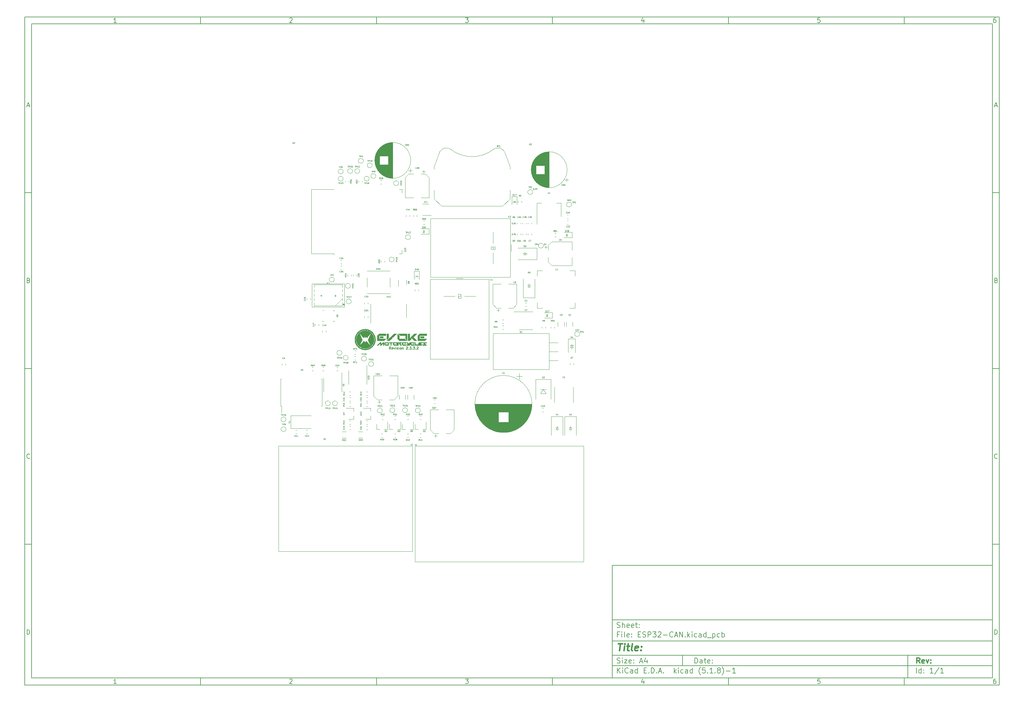
<source format=gto>
G04 #@! TF.GenerationSoftware,KiCad,Pcbnew,(5.1.8)-1*
G04 #@! TF.CreationDate,2021-04-07T18:57:24+08:00*
G04 #@! TF.ProjectId,ESP32-CAN,45535033-322d-4434-914e-2e6b69636164,rev?*
G04 #@! TF.SameCoordinates,Original*
G04 #@! TF.FileFunction,Legend,Top*
G04 #@! TF.FilePolarity,Positive*
%FSLAX46Y46*%
G04 Gerber Fmt 4.6, Leading zero omitted, Abs format (unit mm)*
G04 Created by KiCad (PCBNEW (5.1.8)-1) date 2021-04-07 18:57:24*
%MOMM*%
%LPD*%
G01*
G04 APERTURE LIST*
%ADD10C,0.100000*%
%ADD11C,0.150000*%
%ADD12C,0.300000*%
%ADD13C,0.400000*%
%ADD14C,0.175000*%
%ADD15C,0.120000*%
%ADD16C,0.010000*%
%ADD17C,0.050000*%
%ADD18C,0.254000*%
%ADD19C,3.302000*%
%ADD20C,1.802000*%
%ADD21C,1.102000*%
%ADD22C,2.502000*%
%ADD23O,2.102000X2.007000*%
%ADD24O,3.602000X3.602000*%
%ADD25O,2.602000X2.602000*%
%ADD26C,0.902000*%
%ADD27C,6.502000*%
%ADD28C,2.102000*%
G04 APERTURE END LIST*
D10*
D11*
X177002200Y-166007200D02*
X177002200Y-198007200D01*
X285002200Y-198007200D01*
X285002200Y-166007200D01*
X177002200Y-166007200D01*
D10*
D11*
X10000000Y-10000000D02*
X10000000Y-200007200D01*
X287002200Y-200007200D01*
X287002200Y-10000000D01*
X10000000Y-10000000D01*
D10*
D11*
X12000000Y-12000000D02*
X12000000Y-198007200D01*
X285002200Y-198007200D01*
X285002200Y-12000000D01*
X12000000Y-12000000D01*
D10*
D11*
X60000000Y-12000000D02*
X60000000Y-10000000D01*
D10*
D11*
X110000000Y-12000000D02*
X110000000Y-10000000D01*
D10*
D11*
X160000000Y-12000000D02*
X160000000Y-10000000D01*
D10*
D11*
X210000000Y-12000000D02*
X210000000Y-10000000D01*
D10*
D11*
X260000000Y-12000000D02*
X260000000Y-10000000D01*
D10*
D11*
X36065476Y-11588095D02*
X35322619Y-11588095D01*
X35694047Y-11588095D02*
X35694047Y-10288095D01*
X35570238Y-10473809D01*
X35446428Y-10597619D01*
X35322619Y-10659523D01*
D10*
D11*
X85322619Y-10411904D02*
X85384523Y-10350000D01*
X85508333Y-10288095D01*
X85817857Y-10288095D01*
X85941666Y-10350000D01*
X86003571Y-10411904D01*
X86065476Y-10535714D01*
X86065476Y-10659523D01*
X86003571Y-10845238D01*
X85260714Y-11588095D01*
X86065476Y-11588095D01*
D10*
D11*
X135260714Y-10288095D02*
X136065476Y-10288095D01*
X135632142Y-10783333D01*
X135817857Y-10783333D01*
X135941666Y-10845238D01*
X136003571Y-10907142D01*
X136065476Y-11030952D01*
X136065476Y-11340476D01*
X136003571Y-11464285D01*
X135941666Y-11526190D01*
X135817857Y-11588095D01*
X135446428Y-11588095D01*
X135322619Y-11526190D01*
X135260714Y-11464285D01*
D10*
D11*
X185941666Y-10721428D02*
X185941666Y-11588095D01*
X185632142Y-10226190D02*
X185322619Y-11154761D01*
X186127380Y-11154761D01*
D10*
D11*
X236003571Y-10288095D02*
X235384523Y-10288095D01*
X235322619Y-10907142D01*
X235384523Y-10845238D01*
X235508333Y-10783333D01*
X235817857Y-10783333D01*
X235941666Y-10845238D01*
X236003571Y-10907142D01*
X236065476Y-11030952D01*
X236065476Y-11340476D01*
X236003571Y-11464285D01*
X235941666Y-11526190D01*
X235817857Y-11588095D01*
X235508333Y-11588095D01*
X235384523Y-11526190D01*
X235322619Y-11464285D01*
D10*
D11*
X285941666Y-10288095D02*
X285694047Y-10288095D01*
X285570238Y-10350000D01*
X285508333Y-10411904D01*
X285384523Y-10597619D01*
X285322619Y-10845238D01*
X285322619Y-11340476D01*
X285384523Y-11464285D01*
X285446428Y-11526190D01*
X285570238Y-11588095D01*
X285817857Y-11588095D01*
X285941666Y-11526190D01*
X286003571Y-11464285D01*
X286065476Y-11340476D01*
X286065476Y-11030952D01*
X286003571Y-10907142D01*
X285941666Y-10845238D01*
X285817857Y-10783333D01*
X285570238Y-10783333D01*
X285446428Y-10845238D01*
X285384523Y-10907142D01*
X285322619Y-11030952D01*
D10*
D11*
X60000000Y-198007200D02*
X60000000Y-200007200D01*
D10*
D11*
X110000000Y-198007200D02*
X110000000Y-200007200D01*
D10*
D11*
X160000000Y-198007200D02*
X160000000Y-200007200D01*
D10*
D11*
X210000000Y-198007200D02*
X210000000Y-200007200D01*
D10*
D11*
X260000000Y-198007200D02*
X260000000Y-200007200D01*
D10*
D11*
X36065476Y-199595295D02*
X35322619Y-199595295D01*
X35694047Y-199595295D02*
X35694047Y-198295295D01*
X35570238Y-198481009D01*
X35446428Y-198604819D01*
X35322619Y-198666723D01*
D10*
D11*
X85322619Y-198419104D02*
X85384523Y-198357200D01*
X85508333Y-198295295D01*
X85817857Y-198295295D01*
X85941666Y-198357200D01*
X86003571Y-198419104D01*
X86065476Y-198542914D01*
X86065476Y-198666723D01*
X86003571Y-198852438D01*
X85260714Y-199595295D01*
X86065476Y-199595295D01*
D10*
D11*
X135260714Y-198295295D02*
X136065476Y-198295295D01*
X135632142Y-198790533D01*
X135817857Y-198790533D01*
X135941666Y-198852438D01*
X136003571Y-198914342D01*
X136065476Y-199038152D01*
X136065476Y-199347676D01*
X136003571Y-199471485D01*
X135941666Y-199533390D01*
X135817857Y-199595295D01*
X135446428Y-199595295D01*
X135322619Y-199533390D01*
X135260714Y-199471485D01*
D10*
D11*
X185941666Y-198728628D02*
X185941666Y-199595295D01*
X185632142Y-198233390D02*
X185322619Y-199161961D01*
X186127380Y-199161961D01*
D10*
D11*
X236003571Y-198295295D02*
X235384523Y-198295295D01*
X235322619Y-198914342D01*
X235384523Y-198852438D01*
X235508333Y-198790533D01*
X235817857Y-198790533D01*
X235941666Y-198852438D01*
X236003571Y-198914342D01*
X236065476Y-199038152D01*
X236065476Y-199347676D01*
X236003571Y-199471485D01*
X235941666Y-199533390D01*
X235817857Y-199595295D01*
X235508333Y-199595295D01*
X235384523Y-199533390D01*
X235322619Y-199471485D01*
D10*
D11*
X285941666Y-198295295D02*
X285694047Y-198295295D01*
X285570238Y-198357200D01*
X285508333Y-198419104D01*
X285384523Y-198604819D01*
X285322619Y-198852438D01*
X285322619Y-199347676D01*
X285384523Y-199471485D01*
X285446428Y-199533390D01*
X285570238Y-199595295D01*
X285817857Y-199595295D01*
X285941666Y-199533390D01*
X286003571Y-199471485D01*
X286065476Y-199347676D01*
X286065476Y-199038152D01*
X286003571Y-198914342D01*
X285941666Y-198852438D01*
X285817857Y-198790533D01*
X285570238Y-198790533D01*
X285446428Y-198852438D01*
X285384523Y-198914342D01*
X285322619Y-199038152D01*
D10*
D11*
X10000000Y-60000000D02*
X12000000Y-60000000D01*
D10*
D11*
X10000000Y-110000000D02*
X12000000Y-110000000D01*
D10*
D11*
X10000000Y-160000000D02*
X12000000Y-160000000D01*
D10*
D11*
X10690476Y-35216666D02*
X11309523Y-35216666D01*
X10566666Y-35588095D02*
X11000000Y-34288095D01*
X11433333Y-35588095D01*
D10*
D11*
X11092857Y-84907142D02*
X11278571Y-84969047D01*
X11340476Y-85030952D01*
X11402380Y-85154761D01*
X11402380Y-85340476D01*
X11340476Y-85464285D01*
X11278571Y-85526190D01*
X11154761Y-85588095D01*
X10659523Y-85588095D01*
X10659523Y-84288095D01*
X11092857Y-84288095D01*
X11216666Y-84350000D01*
X11278571Y-84411904D01*
X11340476Y-84535714D01*
X11340476Y-84659523D01*
X11278571Y-84783333D01*
X11216666Y-84845238D01*
X11092857Y-84907142D01*
X10659523Y-84907142D01*
D10*
D11*
X11402380Y-135464285D02*
X11340476Y-135526190D01*
X11154761Y-135588095D01*
X11030952Y-135588095D01*
X10845238Y-135526190D01*
X10721428Y-135402380D01*
X10659523Y-135278571D01*
X10597619Y-135030952D01*
X10597619Y-134845238D01*
X10659523Y-134597619D01*
X10721428Y-134473809D01*
X10845238Y-134350000D01*
X11030952Y-134288095D01*
X11154761Y-134288095D01*
X11340476Y-134350000D01*
X11402380Y-134411904D01*
D10*
D11*
X10659523Y-185588095D02*
X10659523Y-184288095D01*
X10969047Y-184288095D01*
X11154761Y-184350000D01*
X11278571Y-184473809D01*
X11340476Y-184597619D01*
X11402380Y-184845238D01*
X11402380Y-185030952D01*
X11340476Y-185278571D01*
X11278571Y-185402380D01*
X11154761Y-185526190D01*
X10969047Y-185588095D01*
X10659523Y-185588095D01*
D10*
D11*
X287002200Y-60000000D02*
X285002200Y-60000000D01*
D10*
D11*
X287002200Y-110000000D02*
X285002200Y-110000000D01*
D10*
D11*
X287002200Y-160000000D02*
X285002200Y-160000000D01*
D10*
D11*
X285692676Y-35216666D02*
X286311723Y-35216666D01*
X285568866Y-35588095D02*
X286002200Y-34288095D01*
X286435533Y-35588095D01*
D10*
D11*
X286095057Y-84907142D02*
X286280771Y-84969047D01*
X286342676Y-85030952D01*
X286404580Y-85154761D01*
X286404580Y-85340476D01*
X286342676Y-85464285D01*
X286280771Y-85526190D01*
X286156961Y-85588095D01*
X285661723Y-85588095D01*
X285661723Y-84288095D01*
X286095057Y-84288095D01*
X286218866Y-84350000D01*
X286280771Y-84411904D01*
X286342676Y-84535714D01*
X286342676Y-84659523D01*
X286280771Y-84783333D01*
X286218866Y-84845238D01*
X286095057Y-84907142D01*
X285661723Y-84907142D01*
D10*
D11*
X286404580Y-135464285D02*
X286342676Y-135526190D01*
X286156961Y-135588095D01*
X286033152Y-135588095D01*
X285847438Y-135526190D01*
X285723628Y-135402380D01*
X285661723Y-135278571D01*
X285599819Y-135030952D01*
X285599819Y-134845238D01*
X285661723Y-134597619D01*
X285723628Y-134473809D01*
X285847438Y-134350000D01*
X286033152Y-134288095D01*
X286156961Y-134288095D01*
X286342676Y-134350000D01*
X286404580Y-134411904D01*
D10*
D11*
X285661723Y-185588095D02*
X285661723Y-184288095D01*
X285971247Y-184288095D01*
X286156961Y-184350000D01*
X286280771Y-184473809D01*
X286342676Y-184597619D01*
X286404580Y-184845238D01*
X286404580Y-185030952D01*
X286342676Y-185278571D01*
X286280771Y-185402380D01*
X286156961Y-185526190D01*
X285971247Y-185588095D01*
X285661723Y-185588095D01*
D10*
D11*
X200434342Y-193785771D02*
X200434342Y-192285771D01*
X200791485Y-192285771D01*
X201005771Y-192357200D01*
X201148628Y-192500057D01*
X201220057Y-192642914D01*
X201291485Y-192928628D01*
X201291485Y-193142914D01*
X201220057Y-193428628D01*
X201148628Y-193571485D01*
X201005771Y-193714342D01*
X200791485Y-193785771D01*
X200434342Y-193785771D01*
X202577200Y-193785771D02*
X202577200Y-193000057D01*
X202505771Y-192857200D01*
X202362914Y-192785771D01*
X202077200Y-192785771D01*
X201934342Y-192857200D01*
X202577200Y-193714342D02*
X202434342Y-193785771D01*
X202077200Y-193785771D01*
X201934342Y-193714342D01*
X201862914Y-193571485D01*
X201862914Y-193428628D01*
X201934342Y-193285771D01*
X202077200Y-193214342D01*
X202434342Y-193214342D01*
X202577200Y-193142914D01*
X203077200Y-192785771D02*
X203648628Y-192785771D01*
X203291485Y-192285771D02*
X203291485Y-193571485D01*
X203362914Y-193714342D01*
X203505771Y-193785771D01*
X203648628Y-193785771D01*
X204720057Y-193714342D02*
X204577200Y-193785771D01*
X204291485Y-193785771D01*
X204148628Y-193714342D01*
X204077200Y-193571485D01*
X204077200Y-193000057D01*
X204148628Y-192857200D01*
X204291485Y-192785771D01*
X204577200Y-192785771D01*
X204720057Y-192857200D01*
X204791485Y-193000057D01*
X204791485Y-193142914D01*
X204077200Y-193285771D01*
X205434342Y-193642914D02*
X205505771Y-193714342D01*
X205434342Y-193785771D01*
X205362914Y-193714342D01*
X205434342Y-193642914D01*
X205434342Y-193785771D01*
X205434342Y-192857200D02*
X205505771Y-192928628D01*
X205434342Y-193000057D01*
X205362914Y-192928628D01*
X205434342Y-192857200D01*
X205434342Y-193000057D01*
D10*
D11*
X177002200Y-194507200D02*
X285002200Y-194507200D01*
D10*
D11*
X178434342Y-196585771D02*
X178434342Y-195085771D01*
X179291485Y-196585771D02*
X178648628Y-195728628D01*
X179291485Y-195085771D02*
X178434342Y-195942914D01*
X179934342Y-196585771D02*
X179934342Y-195585771D01*
X179934342Y-195085771D02*
X179862914Y-195157200D01*
X179934342Y-195228628D01*
X180005771Y-195157200D01*
X179934342Y-195085771D01*
X179934342Y-195228628D01*
X181505771Y-196442914D02*
X181434342Y-196514342D01*
X181220057Y-196585771D01*
X181077200Y-196585771D01*
X180862914Y-196514342D01*
X180720057Y-196371485D01*
X180648628Y-196228628D01*
X180577200Y-195942914D01*
X180577200Y-195728628D01*
X180648628Y-195442914D01*
X180720057Y-195300057D01*
X180862914Y-195157200D01*
X181077200Y-195085771D01*
X181220057Y-195085771D01*
X181434342Y-195157200D01*
X181505771Y-195228628D01*
X182791485Y-196585771D02*
X182791485Y-195800057D01*
X182720057Y-195657200D01*
X182577200Y-195585771D01*
X182291485Y-195585771D01*
X182148628Y-195657200D01*
X182791485Y-196514342D02*
X182648628Y-196585771D01*
X182291485Y-196585771D01*
X182148628Y-196514342D01*
X182077200Y-196371485D01*
X182077200Y-196228628D01*
X182148628Y-196085771D01*
X182291485Y-196014342D01*
X182648628Y-196014342D01*
X182791485Y-195942914D01*
X184148628Y-196585771D02*
X184148628Y-195085771D01*
X184148628Y-196514342D02*
X184005771Y-196585771D01*
X183720057Y-196585771D01*
X183577200Y-196514342D01*
X183505771Y-196442914D01*
X183434342Y-196300057D01*
X183434342Y-195871485D01*
X183505771Y-195728628D01*
X183577200Y-195657200D01*
X183720057Y-195585771D01*
X184005771Y-195585771D01*
X184148628Y-195657200D01*
X186005771Y-195800057D02*
X186505771Y-195800057D01*
X186720057Y-196585771D02*
X186005771Y-196585771D01*
X186005771Y-195085771D01*
X186720057Y-195085771D01*
X187362914Y-196442914D02*
X187434342Y-196514342D01*
X187362914Y-196585771D01*
X187291485Y-196514342D01*
X187362914Y-196442914D01*
X187362914Y-196585771D01*
X188077200Y-196585771D02*
X188077200Y-195085771D01*
X188434342Y-195085771D01*
X188648628Y-195157200D01*
X188791485Y-195300057D01*
X188862914Y-195442914D01*
X188934342Y-195728628D01*
X188934342Y-195942914D01*
X188862914Y-196228628D01*
X188791485Y-196371485D01*
X188648628Y-196514342D01*
X188434342Y-196585771D01*
X188077200Y-196585771D01*
X189577200Y-196442914D02*
X189648628Y-196514342D01*
X189577200Y-196585771D01*
X189505771Y-196514342D01*
X189577200Y-196442914D01*
X189577200Y-196585771D01*
X190220057Y-196157200D02*
X190934342Y-196157200D01*
X190077200Y-196585771D02*
X190577200Y-195085771D01*
X191077200Y-196585771D01*
X191577200Y-196442914D02*
X191648628Y-196514342D01*
X191577200Y-196585771D01*
X191505771Y-196514342D01*
X191577200Y-196442914D01*
X191577200Y-196585771D01*
X194577200Y-196585771D02*
X194577200Y-195085771D01*
X194720057Y-196014342D02*
X195148628Y-196585771D01*
X195148628Y-195585771D02*
X194577200Y-196157200D01*
X195791485Y-196585771D02*
X195791485Y-195585771D01*
X195791485Y-195085771D02*
X195720057Y-195157200D01*
X195791485Y-195228628D01*
X195862914Y-195157200D01*
X195791485Y-195085771D01*
X195791485Y-195228628D01*
X197148628Y-196514342D02*
X197005771Y-196585771D01*
X196720057Y-196585771D01*
X196577200Y-196514342D01*
X196505771Y-196442914D01*
X196434342Y-196300057D01*
X196434342Y-195871485D01*
X196505771Y-195728628D01*
X196577200Y-195657200D01*
X196720057Y-195585771D01*
X197005771Y-195585771D01*
X197148628Y-195657200D01*
X198434342Y-196585771D02*
X198434342Y-195800057D01*
X198362914Y-195657200D01*
X198220057Y-195585771D01*
X197934342Y-195585771D01*
X197791485Y-195657200D01*
X198434342Y-196514342D02*
X198291485Y-196585771D01*
X197934342Y-196585771D01*
X197791485Y-196514342D01*
X197720057Y-196371485D01*
X197720057Y-196228628D01*
X197791485Y-196085771D01*
X197934342Y-196014342D01*
X198291485Y-196014342D01*
X198434342Y-195942914D01*
X199791485Y-196585771D02*
X199791485Y-195085771D01*
X199791485Y-196514342D02*
X199648628Y-196585771D01*
X199362914Y-196585771D01*
X199220057Y-196514342D01*
X199148628Y-196442914D01*
X199077200Y-196300057D01*
X199077200Y-195871485D01*
X199148628Y-195728628D01*
X199220057Y-195657200D01*
X199362914Y-195585771D01*
X199648628Y-195585771D01*
X199791485Y-195657200D01*
X202077200Y-197157200D02*
X202005771Y-197085771D01*
X201862914Y-196871485D01*
X201791485Y-196728628D01*
X201720057Y-196514342D01*
X201648628Y-196157200D01*
X201648628Y-195871485D01*
X201720057Y-195514342D01*
X201791485Y-195300057D01*
X201862914Y-195157200D01*
X202005771Y-194942914D01*
X202077200Y-194871485D01*
X203362914Y-195085771D02*
X202648628Y-195085771D01*
X202577200Y-195800057D01*
X202648628Y-195728628D01*
X202791485Y-195657200D01*
X203148628Y-195657200D01*
X203291485Y-195728628D01*
X203362914Y-195800057D01*
X203434342Y-195942914D01*
X203434342Y-196300057D01*
X203362914Y-196442914D01*
X203291485Y-196514342D01*
X203148628Y-196585771D01*
X202791485Y-196585771D01*
X202648628Y-196514342D01*
X202577200Y-196442914D01*
X204077200Y-196442914D02*
X204148628Y-196514342D01*
X204077200Y-196585771D01*
X204005771Y-196514342D01*
X204077200Y-196442914D01*
X204077200Y-196585771D01*
X205577200Y-196585771D02*
X204720057Y-196585771D01*
X205148628Y-196585771D02*
X205148628Y-195085771D01*
X205005771Y-195300057D01*
X204862914Y-195442914D01*
X204720057Y-195514342D01*
X206220057Y-196442914D02*
X206291485Y-196514342D01*
X206220057Y-196585771D01*
X206148628Y-196514342D01*
X206220057Y-196442914D01*
X206220057Y-196585771D01*
X207148628Y-195728628D02*
X207005771Y-195657200D01*
X206934342Y-195585771D01*
X206862914Y-195442914D01*
X206862914Y-195371485D01*
X206934342Y-195228628D01*
X207005771Y-195157200D01*
X207148628Y-195085771D01*
X207434342Y-195085771D01*
X207577200Y-195157200D01*
X207648628Y-195228628D01*
X207720057Y-195371485D01*
X207720057Y-195442914D01*
X207648628Y-195585771D01*
X207577200Y-195657200D01*
X207434342Y-195728628D01*
X207148628Y-195728628D01*
X207005771Y-195800057D01*
X206934342Y-195871485D01*
X206862914Y-196014342D01*
X206862914Y-196300057D01*
X206934342Y-196442914D01*
X207005771Y-196514342D01*
X207148628Y-196585771D01*
X207434342Y-196585771D01*
X207577200Y-196514342D01*
X207648628Y-196442914D01*
X207720057Y-196300057D01*
X207720057Y-196014342D01*
X207648628Y-195871485D01*
X207577200Y-195800057D01*
X207434342Y-195728628D01*
X208220057Y-197157200D02*
X208291485Y-197085771D01*
X208434342Y-196871485D01*
X208505771Y-196728628D01*
X208577200Y-196514342D01*
X208648628Y-196157200D01*
X208648628Y-195871485D01*
X208577200Y-195514342D01*
X208505771Y-195300057D01*
X208434342Y-195157200D01*
X208291485Y-194942914D01*
X208220057Y-194871485D01*
X209362914Y-196014342D02*
X210505771Y-196014342D01*
X212005771Y-196585771D02*
X211148628Y-196585771D01*
X211577200Y-196585771D02*
X211577200Y-195085771D01*
X211434342Y-195300057D01*
X211291485Y-195442914D01*
X211148628Y-195514342D01*
D10*
D11*
X177002200Y-191507200D02*
X285002200Y-191507200D01*
D10*
D12*
X264411485Y-193785771D02*
X263911485Y-193071485D01*
X263554342Y-193785771D02*
X263554342Y-192285771D01*
X264125771Y-192285771D01*
X264268628Y-192357200D01*
X264340057Y-192428628D01*
X264411485Y-192571485D01*
X264411485Y-192785771D01*
X264340057Y-192928628D01*
X264268628Y-193000057D01*
X264125771Y-193071485D01*
X263554342Y-193071485D01*
X265625771Y-193714342D02*
X265482914Y-193785771D01*
X265197200Y-193785771D01*
X265054342Y-193714342D01*
X264982914Y-193571485D01*
X264982914Y-193000057D01*
X265054342Y-192857200D01*
X265197200Y-192785771D01*
X265482914Y-192785771D01*
X265625771Y-192857200D01*
X265697200Y-193000057D01*
X265697200Y-193142914D01*
X264982914Y-193285771D01*
X266197200Y-192785771D02*
X266554342Y-193785771D01*
X266911485Y-192785771D01*
X267482914Y-193642914D02*
X267554342Y-193714342D01*
X267482914Y-193785771D01*
X267411485Y-193714342D01*
X267482914Y-193642914D01*
X267482914Y-193785771D01*
X267482914Y-192857200D02*
X267554342Y-192928628D01*
X267482914Y-193000057D01*
X267411485Y-192928628D01*
X267482914Y-192857200D01*
X267482914Y-193000057D01*
D10*
D11*
X178362914Y-193714342D02*
X178577200Y-193785771D01*
X178934342Y-193785771D01*
X179077200Y-193714342D01*
X179148628Y-193642914D01*
X179220057Y-193500057D01*
X179220057Y-193357200D01*
X179148628Y-193214342D01*
X179077200Y-193142914D01*
X178934342Y-193071485D01*
X178648628Y-193000057D01*
X178505771Y-192928628D01*
X178434342Y-192857200D01*
X178362914Y-192714342D01*
X178362914Y-192571485D01*
X178434342Y-192428628D01*
X178505771Y-192357200D01*
X178648628Y-192285771D01*
X179005771Y-192285771D01*
X179220057Y-192357200D01*
X179862914Y-193785771D02*
X179862914Y-192785771D01*
X179862914Y-192285771D02*
X179791485Y-192357200D01*
X179862914Y-192428628D01*
X179934342Y-192357200D01*
X179862914Y-192285771D01*
X179862914Y-192428628D01*
X180434342Y-192785771D02*
X181220057Y-192785771D01*
X180434342Y-193785771D01*
X181220057Y-193785771D01*
X182362914Y-193714342D02*
X182220057Y-193785771D01*
X181934342Y-193785771D01*
X181791485Y-193714342D01*
X181720057Y-193571485D01*
X181720057Y-193000057D01*
X181791485Y-192857200D01*
X181934342Y-192785771D01*
X182220057Y-192785771D01*
X182362914Y-192857200D01*
X182434342Y-193000057D01*
X182434342Y-193142914D01*
X181720057Y-193285771D01*
X183077200Y-193642914D02*
X183148628Y-193714342D01*
X183077200Y-193785771D01*
X183005771Y-193714342D01*
X183077200Y-193642914D01*
X183077200Y-193785771D01*
X183077200Y-192857200D02*
X183148628Y-192928628D01*
X183077200Y-193000057D01*
X183005771Y-192928628D01*
X183077200Y-192857200D01*
X183077200Y-193000057D01*
X184862914Y-193357200D02*
X185577200Y-193357200D01*
X184720057Y-193785771D02*
X185220057Y-192285771D01*
X185720057Y-193785771D01*
X186862914Y-192785771D02*
X186862914Y-193785771D01*
X186505771Y-192214342D02*
X186148628Y-193285771D01*
X187077200Y-193285771D01*
D10*
D11*
X263434342Y-196585771D02*
X263434342Y-195085771D01*
X264791485Y-196585771D02*
X264791485Y-195085771D01*
X264791485Y-196514342D02*
X264648628Y-196585771D01*
X264362914Y-196585771D01*
X264220057Y-196514342D01*
X264148628Y-196442914D01*
X264077200Y-196300057D01*
X264077200Y-195871485D01*
X264148628Y-195728628D01*
X264220057Y-195657200D01*
X264362914Y-195585771D01*
X264648628Y-195585771D01*
X264791485Y-195657200D01*
X265505771Y-196442914D02*
X265577200Y-196514342D01*
X265505771Y-196585771D01*
X265434342Y-196514342D01*
X265505771Y-196442914D01*
X265505771Y-196585771D01*
X265505771Y-195657200D02*
X265577200Y-195728628D01*
X265505771Y-195800057D01*
X265434342Y-195728628D01*
X265505771Y-195657200D01*
X265505771Y-195800057D01*
X268148628Y-196585771D02*
X267291485Y-196585771D01*
X267720057Y-196585771D02*
X267720057Y-195085771D01*
X267577200Y-195300057D01*
X267434342Y-195442914D01*
X267291485Y-195514342D01*
X269862914Y-195014342D02*
X268577200Y-196942914D01*
X271148628Y-196585771D02*
X270291485Y-196585771D01*
X270720057Y-196585771D02*
X270720057Y-195085771D01*
X270577200Y-195300057D01*
X270434342Y-195442914D01*
X270291485Y-195514342D01*
D10*
D11*
X177002200Y-187507200D02*
X285002200Y-187507200D01*
D10*
D13*
X178714580Y-188211961D02*
X179857438Y-188211961D01*
X179036009Y-190211961D02*
X179286009Y-188211961D01*
X180274104Y-190211961D02*
X180440771Y-188878628D01*
X180524104Y-188211961D02*
X180416961Y-188307200D01*
X180500295Y-188402438D01*
X180607438Y-188307200D01*
X180524104Y-188211961D01*
X180500295Y-188402438D01*
X181107438Y-188878628D02*
X181869342Y-188878628D01*
X181476485Y-188211961D02*
X181262200Y-189926247D01*
X181333628Y-190116723D01*
X181512200Y-190211961D01*
X181702676Y-190211961D01*
X182655057Y-190211961D02*
X182476485Y-190116723D01*
X182405057Y-189926247D01*
X182619342Y-188211961D01*
X184190771Y-190116723D02*
X183988390Y-190211961D01*
X183607438Y-190211961D01*
X183428866Y-190116723D01*
X183357438Y-189926247D01*
X183452676Y-189164342D01*
X183571723Y-188973866D01*
X183774104Y-188878628D01*
X184155057Y-188878628D01*
X184333628Y-188973866D01*
X184405057Y-189164342D01*
X184381247Y-189354819D01*
X183405057Y-189545295D01*
X185155057Y-190021485D02*
X185238390Y-190116723D01*
X185131247Y-190211961D01*
X185047914Y-190116723D01*
X185155057Y-190021485D01*
X185131247Y-190211961D01*
X185286009Y-188973866D02*
X185369342Y-189069104D01*
X185262200Y-189164342D01*
X185178866Y-189069104D01*
X185286009Y-188973866D01*
X185262200Y-189164342D01*
D10*
D11*
X178934342Y-185600057D02*
X178434342Y-185600057D01*
X178434342Y-186385771D02*
X178434342Y-184885771D01*
X179148628Y-184885771D01*
X179720057Y-186385771D02*
X179720057Y-185385771D01*
X179720057Y-184885771D02*
X179648628Y-184957200D01*
X179720057Y-185028628D01*
X179791485Y-184957200D01*
X179720057Y-184885771D01*
X179720057Y-185028628D01*
X180648628Y-186385771D02*
X180505771Y-186314342D01*
X180434342Y-186171485D01*
X180434342Y-184885771D01*
X181791485Y-186314342D02*
X181648628Y-186385771D01*
X181362914Y-186385771D01*
X181220057Y-186314342D01*
X181148628Y-186171485D01*
X181148628Y-185600057D01*
X181220057Y-185457200D01*
X181362914Y-185385771D01*
X181648628Y-185385771D01*
X181791485Y-185457200D01*
X181862914Y-185600057D01*
X181862914Y-185742914D01*
X181148628Y-185885771D01*
X182505771Y-186242914D02*
X182577200Y-186314342D01*
X182505771Y-186385771D01*
X182434342Y-186314342D01*
X182505771Y-186242914D01*
X182505771Y-186385771D01*
X182505771Y-185457200D02*
X182577200Y-185528628D01*
X182505771Y-185600057D01*
X182434342Y-185528628D01*
X182505771Y-185457200D01*
X182505771Y-185600057D01*
X184362914Y-185600057D02*
X184862914Y-185600057D01*
X185077200Y-186385771D02*
X184362914Y-186385771D01*
X184362914Y-184885771D01*
X185077200Y-184885771D01*
X185648628Y-186314342D02*
X185862914Y-186385771D01*
X186220057Y-186385771D01*
X186362914Y-186314342D01*
X186434342Y-186242914D01*
X186505771Y-186100057D01*
X186505771Y-185957200D01*
X186434342Y-185814342D01*
X186362914Y-185742914D01*
X186220057Y-185671485D01*
X185934342Y-185600057D01*
X185791485Y-185528628D01*
X185720057Y-185457200D01*
X185648628Y-185314342D01*
X185648628Y-185171485D01*
X185720057Y-185028628D01*
X185791485Y-184957200D01*
X185934342Y-184885771D01*
X186291485Y-184885771D01*
X186505771Y-184957200D01*
X187148628Y-186385771D02*
X187148628Y-184885771D01*
X187720057Y-184885771D01*
X187862914Y-184957200D01*
X187934342Y-185028628D01*
X188005771Y-185171485D01*
X188005771Y-185385771D01*
X187934342Y-185528628D01*
X187862914Y-185600057D01*
X187720057Y-185671485D01*
X187148628Y-185671485D01*
X188505771Y-184885771D02*
X189434342Y-184885771D01*
X188934342Y-185457200D01*
X189148628Y-185457200D01*
X189291485Y-185528628D01*
X189362914Y-185600057D01*
X189434342Y-185742914D01*
X189434342Y-186100057D01*
X189362914Y-186242914D01*
X189291485Y-186314342D01*
X189148628Y-186385771D01*
X188720057Y-186385771D01*
X188577200Y-186314342D01*
X188505771Y-186242914D01*
X190005771Y-185028628D02*
X190077200Y-184957200D01*
X190220057Y-184885771D01*
X190577200Y-184885771D01*
X190720057Y-184957200D01*
X190791485Y-185028628D01*
X190862914Y-185171485D01*
X190862914Y-185314342D01*
X190791485Y-185528628D01*
X189934342Y-186385771D01*
X190862914Y-186385771D01*
X191505771Y-185814342D02*
X192648628Y-185814342D01*
X194220057Y-186242914D02*
X194148628Y-186314342D01*
X193934342Y-186385771D01*
X193791485Y-186385771D01*
X193577200Y-186314342D01*
X193434342Y-186171485D01*
X193362914Y-186028628D01*
X193291485Y-185742914D01*
X193291485Y-185528628D01*
X193362914Y-185242914D01*
X193434342Y-185100057D01*
X193577200Y-184957200D01*
X193791485Y-184885771D01*
X193934342Y-184885771D01*
X194148628Y-184957200D01*
X194220057Y-185028628D01*
X194791485Y-185957200D02*
X195505771Y-185957200D01*
X194648628Y-186385771D02*
X195148628Y-184885771D01*
X195648628Y-186385771D01*
X196148628Y-186385771D02*
X196148628Y-184885771D01*
X197005771Y-186385771D01*
X197005771Y-184885771D01*
X197720057Y-186242914D02*
X197791485Y-186314342D01*
X197720057Y-186385771D01*
X197648628Y-186314342D01*
X197720057Y-186242914D01*
X197720057Y-186385771D01*
X198434342Y-186385771D02*
X198434342Y-184885771D01*
X198577200Y-185814342D02*
X199005771Y-186385771D01*
X199005771Y-185385771D02*
X198434342Y-185957200D01*
X199648628Y-186385771D02*
X199648628Y-185385771D01*
X199648628Y-184885771D02*
X199577200Y-184957200D01*
X199648628Y-185028628D01*
X199720057Y-184957200D01*
X199648628Y-184885771D01*
X199648628Y-185028628D01*
X201005771Y-186314342D02*
X200862914Y-186385771D01*
X200577200Y-186385771D01*
X200434342Y-186314342D01*
X200362914Y-186242914D01*
X200291485Y-186100057D01*
X200291485Y-185671485D01*
X200362914Y-185528628D01*
X200434342Y-185457200D01*
X200577200Y-185385771D01*
X200862914Y-185385771D01*
X201005771Y-185457200D01*
X202291485Y-186385771D02*
X202291485Y-185600057D01*
X202220057Y-185457200D01*
X202077200Y-185385771D01*
X201791485Y-185385771D01*
X201648628Y-185457200D01*
X202291485Y-186314342D02*
X202148628Y-186385771D01*
X201791485Y-186385771D01*
X201648628Y-186314342D01*
X201577200Y-186171485D01*
X201577200Y-186028628D01*
X201648628Y-185885771D01*
X201791485Y-185814342D01*
X202148628Y-185814342D01*
X202291485Y-185742914D01*
X203648628Y-186385771D02*
X203648628Y-184885771D01*
X203648628Y-186314342D02*
X203505771Y-186385771D01*
X203220057Y-186385771D01*
X203077200Y-186314342D01*
X203005771Y-186242914D01*
X202934342Y-186100057D01*
X202934342Y-185671485D01*
X203005771Y-185528628D01*
X203077200Y-185457200D01*
X203220057Y-185385771D01*
X203505771Y-185385771D01*
X203648628Y-185457200D01*
X204005771Y-186528628D02*
X205148628Y-186528628D01*
X205505771Y-185385771D02*
X205505771Y-186885771D01*
X205505771Y-185457200D02*
X205648628Y-185385771D01*
X205934342Y-185385771D01*
X206077200Y-185457200D01*
X206148628Y-185528628D01*
X206220057Y-185671485D01*
X206220057Y-186100057D01*
X206148628Y-186242914D01*
X206077200Y-186314342D01*
X205934342Y-186385771D01*
X205648628Y-186385771D01*
X205505771Y-186314342D01*
X207505771Y-186314342D02*
X207362914Y-186385771D01*
X207077200Y-186385771D01*
X206934342Y-186314342D01*
X206862914Y-186242914D01*
X206791485Y-186100057D01*
X206791485Y-185671485D01*
X206862914Y-185528628D01*
X206934342Y-185457200D01*
X207077200Y-185385771D01*
X207362914Y-185385771D01*
X207505771Y-185457200D01*
X208148628Y-186385771D02*
X208148628Y-184885771D01*
X208148628Y-185457200D02*
X208291485Y-185385771D01*
X208577200Y-185385771D01*
X208720057Y-185457200D01*
X208791485Y-185528628D01*
X208862914Y-185671485D01*
X208862914Y-186100057D01*
X208791485Y-186242914D01*
X208720057Y-186314342D01*
X208577200Y-186385771D01*
X208291485Y-186385771D01*
X208148628Y-186314342D01*
D10*
D11*
X177002200Y-181507200D02*
X285002200Y-181507200D01*
D10*
D11*
X178362914Y-183614342D02*
X178577200Y-183685771D01*
X178934342Y-183685771D01*
X179077200Y-183614342D01*
X179148628Y-183542914D01*
X179220057Y-183400057D01*
X179220057Y-183257200D01*
X179148628Y-183114342D01*
X179077200Y-183042914D01*
X178934342Y-182971485D01*
X178648628Y-182900057D01*
X178505771Y-182828628D01*
X178434342Y-182757200D01*
X178362914Y-182614342D01*
X178362914Y-182471485D01*
X178434342Y-182328628D01*
X178505771Y-182257200D01*
X178648628Y-182185771D01*
X179005771Y-182185771D01*
X179220057Y-182257200D01*
X179862914Y-183685771D02*
X179862914Y-182185771D01*
X180505771Y-183685771D02*
X180505771Y-182900057D01*
X180434342Y-182757200D01*
X180291485Y-182685771D01*
X180077200Y-182685771D01*
X179934342Y-182757200D01*
X179862914Y-182828628D01*
X181791485Y-183614342D02*
X181648628Y-183685771D01*
X181362914Y-183685771D01*
X181220057Y-183614342D01*
X181148628Y-183471485D01*
X181148628Y-182900057D01*
X181220057Y-182757200D01*
X181362914Y-182685771D01*
X181648628Y-182685771D01*
X181791485Y-182757200D01*
X181862914Y-182900057D01*
X181862914Y-183042914D01*
X181148628Y-183185771D01*
X183077200Y-183614342D02*
X182934342Y-183685771D01*
X182648628Y-183685771D01*
X182505771Y-183614342D01*
X182434342Y-183471485D01*
X182434342Y-182900057D01*
X182505771Y-182757200D01*
X182648628Y-182685771D01*
X182934342Y-182685771D01*
X183077200Y-182757200D01*
X183148628Y-182900057D01*
X183148628Y-183042914D01*
X182434342Y-183185771D01*
X183577200Y-182685771D02*
X184148628Y-182685771D01*
X183791485Y-182185771D02*
X183791485Y-183471485D01*
X183862914Y-183614342D01*
X184005771Y-183685771D01*
X184148628Y-183685771D01*
X184648628Y-183542914D02*
X184720057Y-183614342D01*
X184648628Y-183685771D01*
X184577200Y-183614342D01*
X184648628Y-183542914D01*
X184648628Y-183685771D01*
X184648628Y-182757200D02*
X184720057Y-182828628D01*
X184648628Y-182900057D01*
X184577200Y-182828628D01*
X184648628Y-182757200D01*
X184648628Y-182900057D01*
D10*
D11*
X197002200Y-191507200D02*
X197002200Y-194507200D01*
D10*
D11*
X261002200Y-191507200D02*
X261002200Y-198007200D01*
D14*
X114029000Y-104520166D02*
X113795666Y-104186833D01*
X113629000Y-104520166D02*
X113629000Y-103820166D01*
X113895666Y-103820166D01*
X113962333Y-103853500D01*
X113995666Y-103886833D01*
X114029000Y-103953500D01*
X114029000Y-104053500D01*
X113995666Y-104120166D01*
X113962333Y-104153500D01*
X113895666Y-104186833D01*
X113629000Y-104186833D01*
X114595666Y-104486833D02*
X114529000Y-104520166D01*
X114395666Y-104520166D01*
X114329000Y-104486833D01*
X114295666Y-104420166D01*
X114295666Y-104153500D01*
X114329000Y-104086833D01*
X114395666Y-104053500D01*
X114529000Y-104053500D01*
X114595666Y-104086833D01*
X114629000Y-104153500D01*
X114629000Y-104220166D01*
X114295666Y-104286833D01*
X114862333Y-104053500D02*
X115029000Y-104520166D01*
X115195666Y-104053500D01*
X115462333Y-104520166D02*
X115462333Y-104053500D01*
X115462333Y-103820166D02*
X115429000Y-103853500D01*
X115462333Y-103886833D01*
X115495666Y-103853500D01*
X115462333Y-103820166D01*
X115462333Y-103886833D01*
X115762333Y-104486833D02*
X115829000Y-104520166D01*
X115962333Y-104520166D01*
X116029000Y-104486833D01*
X116062333Y-104420166D01*
X116062333Y-104386833D01*
X116029000Y-104320166D01*
X115962333Y-104286833D01*
X115862333Y-104286833D01*
X115795666Y-104253500D01*
X115762333Y-104186833D01*
X115762333Y-104153500D01*
X115795666Y-104086833D01*
X115862333Y-104053500D01*
X115962333Y-104053500D01*
X116029000Y-104086833D01*
X116362333Y-104520166D02*
X116362333Y-104053500D01*
X116362333Y-103820166D02*
X116329000Y-103853500D01*
X116362333Y-103886833D01*
X116395666Y-103853500D01*
X116362333Y-103820166D01*
X116362333Y-103886833D01*
X116795666Y-104520166D02*
X116729000Y-104486833D01*
X116695666Y-104453500D01*
X116662333Y-104386833D01*
X116662333Y-104186833D01*
X116695666Y-104120166D01*
X116729000Y-104086833D01*
X116795666Y-104053500D01*
X116895666Y-104053500D01*
X116962333Y-104086833D01*
X116995666Y-104120166D01*
X117029000Y-104186833D01*
X117029000Y-104386833D01*
X116995666Y-104453500D01*
X116962333Y-104486833D01*
X116895666Y-104520166D01*
X116795666Y-104520166D01*
X117329000Y-104053500D02*
X117329000Y-104520166D01*
X117329000Y-104120166D02*
X117362333Y-104086833D01*
X117429000Y-104053500D01*
X117529000Y-104053500D01*
X117595666Y-104086833D01*
X117629000Y-104153500D01*
X117629000Y-104520166D01*
X118462333Y-103886833D02*
X118495666Y-103853500D01*
X118562333Y-103820166D01*
X118729000Y-103820166D01*
X118795666Y-103853500D01*
X118829000Y-103886833D01*
X118862333Y-103953500D01*
X118862333Y-104020166D01*
X118829000Y-104120166D01*
X118429000Y-104520166D01*
X118862333Y-104520166D01*
X119162333Y-104453500D02*
X119195666Y-104486833D01*
X119162333Y-104520166D01*
X119129000Y-104486833D01*
X119162333Y-104453500D01*
X119162333Y-104520166D01*
X119429000Y-103820166D02*
X119862333Y-103820166D01*
X119629000Y-104086833D01*
X119729000Y-104086833D01*
X119795666Y-104120166D01*
X119829000Y-104153500D01*
X119862333Y-104220166D01*
X119862333Y-104386833D01*
X119829000Y-104453500D01*
X119795666Y-104486833D01*
X119729000Y-104520166D01*
X119529000Y-104520166D01*
X119462333Y-104486833D01*
X119429000Y-104453500D01*
X120162333Y-104453500D02*
X120195666Y-104486833D01*
X120162333Y-104520166D01*
X120129000Y-104486833D01*
X120162333Y-104453500D01*
X120162333Y-104520166D01*
X120429000Y-103820166D02*
X120862333Y-103820166D01*
X120629000Y-104086833D01*
X120729000Y-104086833D01*
X120795666Y-104120166D01*
X120829000Y-104153500D01*
X120862333Y-104220166D01*
X120862333Y-104386833D01*
X120829000Y-104453500D01*
X120795666Y-104486833D01*
X120729000Y-104520166D01*
X120529000Y-104520166D01*
X120462333Y-104486833D01*
X120429000Y-104453500D01*
X121162333Y-104453500D02*
X121195666Y-104486833D01*
X121162333Y-104520166D01*
X121129000Y-104486833D01*
X121162333Y-104453500D01*
X121162333Y-104520166D01*
X121462333Y-103886833D02*
X121495666Y-103853500D01*
X121562333Y-103820166D01*
X121729000Y-103820166D01*
X121795666Y-103853500D01*
X121829000Y-103886833D01*
X121862333Y-103953500D01*
X121862333Y-104020166D01*
X121829000Y-104120166D01*
X121429000Y-104520166D01*
X121862333Y-104520166D01*
D10*
X148856714Y-71935952D02*
X148628142Y-71935952D01*
X148742428Y-71935952D02*
X148742428Y-71535952D01*
X148704333Y-71593095D01*
X148666238Y-71631190D01*
X148628142Y-71650238D01*
X149009095Y-71935952D02*
X149313857Y-71535952D01*
X149066238Y-71535952D02*
X149104333Y-71555000D01*
X149123380Y-71593095D01*
X149104333Y-71631190D01*
X149066238Y-71650238D01*
X149028142Y-71631190D01*
X149009095Y-71593095D01*
X149028142Y-71555000D01*
X149066238Y-71535952D01*
X149294809Y-71916904D02*
X149313857Y-71878809D01*
X149294809Y-71840714D01*
X149256714Y-71821666D01*
X149218619Y-71840714D01*
X149199571Y-71878809D01*
X149218619Y-71916904D01*
X149256714Y-71935952D01*
X149294809Y-71916904D01*
X148856714Y-68887952D02*
X148628142Y-68887952D01*
X148742428Y-68887952D02*
X148742428Y-68487952D01*
X148704333Y-68545095D01*
X148666238Y-68583190D01*
X148628142Y-68602238D01*
X149009095Y-68887952D02*
X149313857Y-68487952D01*
X149066238Y-68487952D02*
X149104333Y-68507000D01*
X149123380Y-68545095D01*
X149104333Y-68583190D01*
X149066238Y-68602238D01*
X149028142Y-68583190D01*
X149009095Y-68545095D01*
X149028142Y-68507000D01*
X149066238Y-68487952D01*
X149294809Y-68868904D02*
X149313857Y-68830809D01*
X149294809Y-68792714D01*
X149256714Y-68773666D01*
X149218619Y-68792714D01*
X149199571Y-68830809D01*
X149218619Y-68868904D01*
X149256714Y-68887952D01*
X149294809Y-68868904D01*
X164414238Y-61903000D02*
X164376142Y-61883952D01*
X164319000Y-61883952D01*
X164261857Y-61903000D01*
X164223761Y-61941095D01*
X164204714Y-61979190D01*
X164185666Y-62055380D01*
X164185666Y-62112523D01*
X164204714Y-62188714D01*
X164223761Y-62226809D01*
X164261857Y-62264904D01*
X164319000Y-62283952D01*
X164357095Y-62283952D01*
X164414238Y-62264904D01*
X164433285Y-62245857D01*
X164433285Y-62112523D01*
X164357095Y-62112523D01*
X164604714Y-62283952D02*
X164604714Y-61883952D01*
X164833285Y-62283952D01*
X164833285Y-61883952D01*
X165023761Y-62283952D02*
X165023761Y-61883952D01*
X165119000Y-61883952D01*
X165176142Y-61903000D01*
X165214238Y-61941095D01*
X165233285Y-61979190D01*
X165252333Y-62055380D01*
X165252333Y-62112523D01*
X165233285Y-62188714D01*
X165214238Y-62226809D01*
X165176142Y-62264904D01*
X165119000Y-62283952D01*
X165023761Y-62283952D01*
X154476523Y-58708952D02*
X154724142Y-58708952D01*
X154590809Y-58861333D01*
X154647952Y-58861333D01*
X154686047Y-58880380D01*
X154705095Y-58899428D01*
X154724142Y-58937523D01*
X154724142Y-59032761D01*
X154705095Y-59070857D01*
X154686047Y-59089904D01*
X154647952Y-59108952D01*
X154533666Y-59108952D01*
X154495571Y-59089904D01*
X154476523Y-59070857D01*
X154895571Y-59070857D02*
X154914619Y-59089904D01*
X154895571Y-59108952D01*
X154876523Y-59089904D01*
X154895571Y-59070857D01*
X154895571Y-59108952D01*
X155047952Y-58708952D02*
X155295571Y-58708952D01*
X155162238Y-58861333D01*
X155219380Y-58861333D01*
X155257476Y-58880380D01*
X155276523Y-58899428D01*
X155295571Y-58937523D01*
X155295571Y-59032761D01*
X155276523Y-59070857D01*
X155257476Y-59089904D01*
X155219380Y-59108952D01*
X155105095Y-59108952D01*
X155067000Y-59089904D01*
X155047952Y-59070857D01*
X155409857Y-58708952D02*
X155543190Y-59108952D01*
X155676523Y-58708952D01*
X166757380Y-99240952D02*
X166528809Y-99240952D01*
X166643095Y-99240952D02*
X166643095Y-98840952D01*
X166605000Y-98898095D01*
X166566904Y-98936190D01*
X166528809Y-98955238D01*
X166909761Y-98879047D02*
X166928809Y-98860000D01*
X166966904Y-98840952D01*
X167062142Y-98840952D01*
X167100238Y-98860000D01*
X167119285Y-98879047D01*
X167138333Y-98917142D01*
X167138333Y-98955238D01*
X167119285Y-99012380D01*
X166890714Y-99240952D01*
X167138333Y-99240952D01*
X167252619Y-98840952D02*
X167385952Y-99240952D01*
X167519285Y-98840952D01*
X157784809Y-74456952D02*
X157594333Y-74456952D01*
X157575285Y-74647428D01*
X157594333Y-74628380D01*
X157632428Y-74609333D01*
X157727666Y-74609333D01*
X157765761Y-74628380D01*
X157784809Y-74647428D01*
X157803857Y-74685523D01*
X157803857Y-74780761D01*
X157784809Y-74818857D01*
X157765761Y-74837904D01*
X157727666Y-74856952D01*
X157632428Y-74856952D01*
X157594333Y-74837904D01*
X157575285Y-74818857D01*
X157918142Y-74456952D02*
X158051476Y-74856952D01*
X158184809Y-74456952D01*
D15*
X157109420Y-122303000D02*
X157390580Y-122303000D01*
X157109420Y-121283000D02*
X157390580Y-121283000D01*
X120193600Y-162000000D02*
X120193600Y-142000000D01*
X82193600Y-162000000D02*
X120193600Y-162000000D01*
X82193600Y-142000000D02*
X82193600Y-162000000D01*
X120193600Y-132000000D02*
X101193600Y-132000000D01*
X120193600Y-142000000D02*
X120193600Y-132000000D01*
X82193600Y-132000000D02*
X82193600Y-142000000D01*
X101193600Y-132000000D02*
X82193600Y-132000000D01*
X91193600Y-132000000D02*
X111193600Y-132000000D01*
X120894300Y-165000000D02*
X120894300Y-132000000D01*
X168894300Y-165000000D02*
X120894300Y-165000000D01*
X168894300Y-132000000D02*
X168894300Y-165000000D01*
X120894300Y-132000000D02*
X168894300Y-132000000D01*
D16*
G36*
X106799018Y-98783431D02*
G01*
X106859886Y-98784688D01*
X106915556Y-98786981D01*
X106968707Y-98790472D01*
X107022020Y-98795324D01*
X107078175Y-98801698D01*
X107113917Y-98806265D01*
X107287613Y-98834485D01*
X107458403Y-98872771D01*
X107625905Y-98920909D01*
X107789732Y-98978689D01*
X107949503Y-99045900D01*
X108104832Y-99122328D01*
X108255336Y-99207763D01*
X108400632Y-99301994D01*
X108540334Y-99404808D01*
X108674060Y-99515994D01*
X108801424Y-99635340D01*
X108922045Y-99762635D01*
X108988219Y-99839372D01*
X109096689Y-99977808D01*
X109196325Y-100121928D01*
X109286950Y-100271325D01*
X109368386Y-100425591D01*
X109440452Y-100584319D01*
X109502972Y-100747100D01*
X109555766Y-100913528D01*
X109598656Y-101083195D01*
X109631463Y-101255693D01*
X109642822Y-101333622D01*
X109650254Y-101393183D01*
X109656052Y-101447980D01*
X109660381Y-101500727D01*
X109663407Y-101554137D01*
X109665296Y-101610923D01*
X109666214Y-101673798D01*
X109666368Y-101719062D01*
X109665991Y-101787331D01*
X109664750Y-101847753D01*
X109662480Y-101903040D01*
X109659013Y-101955907D01*
X109654186Y-102009067D01*
X109647832Y-102065231D01*
X109642822Y-102104502D01*
X109614620Y-102277970D01*
X109576346Y-102448550D01*
X109528213Y-102615859D01*
X109470430Y-102779514D01*
X109403208Y-102939133D01*
X109326760Y-103094333D01*
X109241295Y-103244733D01*
X109147025Y-103389949D01*
X109044160Y-103529600D01*
X108932913Y-103663302D01*
X108813493Y-103790674D01*
X108686112Y-103911333D01*
X108609415Y-103977465D01*
X108502338Y-104062849D01*
X108394612Y-104140867D01*
X108283779Y-104213122D01*
X108167379Y-104281213D01*
X108042952Y-104346743D01*
X108039958Y-104348242D01*
X107881451Y-104421901D01*
X107720812Y-104485346D01*
X107557559Y-104538713D01*
X107391213Y-104582138D01*
X107221293Y-104615757D01*
X107047319Y-104639707D01*
X106993182Y-104645126D01*
X106961860Y-104647532D01*
X106923281Y-104649773D01*
X106879552Y-104651791D01*
X106832782Y-104653528D01*
X106785082Y-104654925D01*
X106738559Y-104655924D01*
X106695322Y-104656467D01*
X106657481Y-104656497D01*
X106627145Y-104655954D01*
X106616500Y-104655508D01*
X106446877Y-104642623D01*
X106283816Y-104622279D01*
X106126131Y-104594222D01*
X105972634Y-104558200D01*
X105822137Y-104513960D01*
X105673452Y-104461248D01*
X105637086Y-104446981D01*
X105596268Y-104429878D01*
X105548886Y-104408713D01*
X105497112Y-104384561D01*
X105443120Y-104358495D01*
X105389081Y-104331590D01*
X105337170Y-104304919D01*
X105289557Y-104279556D01*
X105248417Y-104256576D01*
X105230083Y-104245792D01*
X105079961Y-104149693D01*
X104937961Y-104046981D01*
X104803675Y-103937309D01*
X104676697Y-103820327D01*
X104556619Y-103695688D01*
X104472322Y-103598752D01*
X104363894Y-103460364D01*
X104264284Y-103316273D01*
X104173673Y-103166892D01*
X104092241Y-103012633D01*
X104020170Y-102853911D01*
X103957640Y-102691139D01*
X103904834Y-102524730D01*
X103861932Y-102355098D01*
X103829115Y-102182656D01*
X103817719Y-102104502D01*
X103810287Y-102044941D01*
X103804490Y-101990144D01*
X103800161Y-101937397D01*
X103797134Y-101883987D01*
X103795245Y-101827201D01*
X103794328Y-101764326D01*
X103794174Y-101719062D01*
X103794322Y-101692024D01*
X104041714Y-101692024D01*
X104041747Y-101752019D01*
X104042465Y-101810950D01*
X104043865Y-101866878D01*
X104045950Y-101917866D01*
X104048717Y-101961977D01*
X104051797Y-101994229D01*
X104077539Y-102169055D01*
X104112538Y-102338762D01*
X104156789Y-102503342D01*
X104210293Y-102662792D01*
X104273046Y-102817106D01*
X104345047Y-102966279D01*
X104426294Y-103110305D01*
X104485537Y-103203375D01*
X104582265Y-103340018D01*
X104684607Y-103468004D01*
X104793239Y-103588009D01*
X104908836Y-103700705D01*
X105032070Y-103806767D01*
X105163618Y-103906870D01*
X105246253Y-103963975D01*
X105387145Y-104051714D01*
X105532194Y-104129733D01*
X105681527Y-104198088D01*
X105835272Y-104256835D01*
X105993558Y-104306031D01*
X106066974Y-104325234D01*
X106171835Y-104349696D01*
X106269165Y-104369423D01*
X106360730Y-104384731D01*
X106448298Y-104395937D01*
X106478917Y-104399003D01*
X106505581Y-104401483D01*
X106530523Y-104403815D01*
X106550586Y-104405703D01*
X106560937Y-104406688D01*
X106579461Y-104407755D01*
X106606882Y-104408374D01*
X106641524Y-104408582D01*
X106681713Y-104408413D01*
X106725772Y-104407905D01*
X106772027Y-104407091D01*
X106818802Y-104406009D01*
X106864422Y-104404694D01*
X106907212Y-104403181D01*
X106945495Y-104401507D01*
X106977598Y-104399707D01*
X107001843Y-104397816D01*
X107008083Y-104397150D01*
X107156358Y-104375683D01*
X107304610Y-104346629D01*
X107450567Y-104310549D01*
X107591956Y-104268005D01*
X107726503Y-104219561D01*
X107728123Y-104218924D01*
X107876960Y-104154701D01*
X108022303Y-104080683D01*
X108163583Y-103997246D01*
X108300229Y-103904767D01*
X108431672Y-103803622D01*
X108557340Y-103694189D01*
X108632897Y-103621551D01*
X108707400Y-103544578D01*
X108775787Y-103468246D01*
X108840112Y-103390025D01*
X108902429Y-103307384D01*
X108964791Y-103217794D01*
X108983617Y-103189485D01*
X109016519Y-103138808D01*
X109044927Y-103093241D01*
X109070561Y-103049780D01*
X109095142Y-103005420D01*
X109120389Y-102957157D01*
X109146768Y-102904530D01*
X109211824Y-102761192D01*
X109268816Y-102611138D01*
X109317676Y-102454584D01*
X109358334Y-102291748D01*
X109386544Y-102147687D01*
X109394653Y-102099109D01*
X109401285Y-102055447D01*
X109406581Y-102014792D01*
X109410682Y-101975234D01*
X109413729Y-101934867D01*
X109415862Y-101891781D01*
X109417223Y-101844069D01*
X109417952Y-101789821D01*
X109418191Y-101727129D01*
X109418193Y-101719062D01*
X109418003Y-101655245D01*
X109417339Y-101600097D01*
X109416060Y-101551710D01*
X109414026Y-101508177D01*
X109411095Y-101467587D01*
X109407126Y-101428034D01*
X109401979Y-101387608D01*
X109395512Y-101344401D01*
X109387585Y-101296504D01*
X109386544Y-101290437D01*
X109352927Y-101122054D01*
X109311084Y-100960090D01*
X109260839Y-100804094D01*
X109202017Y-100653615D01*
X109134441Y-100508203D01*
X109057937Y-100367404D01*
X108975184Y-100235044D01*
X108907360Y-100137207D01*
X108839154Y-100046924D01*
X108768237Y-99961346D01*
X108692277Y-99877624D01*
X108632797Y-99816536D01*
X108511627Y-99702535D01*
X108384152Y-99596425D01*
X108250994Y-99498617D01*
X108112775Y-99409521D01*
X107970116Y-99329548D01*
X107823638Y-99259109D01*
X107728123Y-99219200D01*
X107591007Y-99169783D01*
X107447023Y-99126578D01*
X107298221Y-99090089D01*
X107146648Y-99060825D01*
X107005437Y-99040588D01*
X106969184Y-99037204D01*
X106924306Y-99034504D01*
X106872743Y-99032488D01*
X106816431Y-99031155D01*
X106757309Y-99030505D01*
X106697314Y-99030539D01*
X106638383Y-99031256D01*
X106582455Y-99032657D01*
X106531466Y-99034741D01*
X106487356Y-99037509D01*
X106455104Y-99040588D01*
X106320694Y-99059859D01*
X106184965Y-99085620D01*
X106050397Y-99117257D01*
X105919474Y-99154157D01*
X105794677Y-99195706D01*
X105732560Y-99219130D01*
X105583716Y-99283374D01*
X105438350Y-99357403D01*
X105297071Y-99440814D01*
X105160488Y-99533205D01*
X105029212Y-99634174D01*
X104903851Y-99743318D01*
X104827745Y-99816536D01*
X104713541Y-99937918D01*
X104607300Y-100065557D01*
X104509416Y-100198858D01*
X104420281Y-100337226D01*
X104340289Y-100480065D01*
X104269832Y-100626781D01*
X104230409Y-100721209D01*
X104180992Y-100858326D01*
X104137786Y-101002309D01*
X104101298Y-101151111D01*
X104072033Y-101302685D01*
X104051797Y-101443895D01*
X104048413Y-101480149D01*
X104045713Y-101525027D01*
X104043696Y-101576590D01*
X104042363Y-101632902D01*
X104041714Y-101692024D01*
X103794322Y-101692024D01*
X103794550Y-101650793D01*
X103795791Y-101590371D01*
X103798062Y-101535084D01*
X103801528Y-101482217D01*
X103806355Y-101429057D01*
X103812710Y-101372893D01*
X103817719Y-101333622D01*
X103845874Y-101160490D01*
X103884078Y-100990261D01*
X103932106Y-100823319D01*
X103989729Y-100660045D01*
X104056720Y-100500821D01*
X104132851Y-100346030D01*
X104217894Y-100196053D01*
X104311622Y-100051272D01*
X104413806Y-99912070D01*
X104524220Y-99778828D01*
X104642635Y-99651929D01*
X104768824Y-99531753D01*
X104902560Y-99418685D01*
X105005869Y-99340090D01*
X105149830Y-99241972D01*
X105299335Y-99152743D01*
X105453889Y-99072598D01*
X105612997Y-99001737D01*
X105776162Y-98940355D01*
X105942891Y-98888650D01*
X106112686Y-98846820D01*
X106285053Y-98815061D01*
X106346625Y-98806265D01*
X106405732Y-98798910D01*
X106460407Y-98793175D01*
X106513330Y-98788896D01*
X106567183Y-98785912D01*
X106624645Y-98784060D01*
X106688396Y-98783179D01*
X106730271Y-98783048D01*
X106799018Y-98783431D01*
G37*
X106799018Y-98783431D02*
X106859886Y-98784688D01*
X106915556Y-98786981D01*
X106968707Y-98790472D01*
X107022020Y-98795324D01*
X107078175Y-98801698D01*
X107113917Y-98806265D01*
X107287613Y-98834485D01*
X107458403Y-98872771D01*
X107625905Y-98920909D01*
X107789732Y-98978689D01*
X107949503Y-99045900D01*
X108104832Y-99122328D01*
X108255336Y-99207763D01*
X108400632Y-99301994D01*
X108540334Y-99404808D01*
X108674060Y-99515994D01*
X108801424Y-99635340D01*
X108922045Y-99762635D01*
X108988219Y-99839372D01*
X109096689Y-99977808D01*
X109196325Y-100121928D01*
X109286950Y-100271325D01*
X109368386Y-100425591D01*
X109440452Y-100584319D01*
X109502972Y-100747100D01*
X109555766Y-100913528D01*
X109598656Y-101083195D01*
X109631463Y-101255693D01*
X109642822Y-101333622D01*
X109650254Y-101393183D01*
X109656052Y-101447980D01*
X109660381Y-101500727D01*
X109663407Y-101554137D01*
X109665296Y-101610923D01*
X109666214Y-101673798D01*
X109666368Y-101719062D01*
X109665991Y-101787331D01*
X109664750Y-101847753D01*
X109662480Y-101903040D01*
X109659013Y-101955907D01*
X109654186Y-102009067D01*
X109647832Y-102065231D01*
X109642822Y-102104502D01*
X109614620Y-102277970D01*
X109576346Y-102448550D01*
X109528213Y-102615859D01*
X109470430Y-102779514D01*
X109403208Y-102939133D01*
X109326760Y-103094333D01*
X109241295Y-103244733D01*
X109147025Y-103389949D01*
X109044160Y-103529600D01*
X108932913Y-103663302D01*
X108813493Y-103790674D01*
X108686112Y-103911333D01*
X108609415Y-103977465D01*
X108502338Y-104062849D01*
X108394612Y-104140867D01*
X108283779Y-104213122D01*
X108167379Y-104281213D01*
X108042952Y-104346743D01*
X108039958Y-104348242D01*
X107881451Y-104421901D01*
X107720812Y-104485346D01*
X107557559Y-104538713D01*
X107391213Y-104582138D01*
X107221293Y-104615757D01*
X107047319Y-104639707D01*
X106993182Y-104645126D01*
X106961860Y-104647532D01*
X106923281Y-104649773D01*
X106879552Y-104651791D01*
X106832782Y-104653528D01*
X106785082Y-104654925D01*
X106738559Y-104655924D01*
X106695322Y-104656467D01*
X106657481Y-104656497D01*
X106627145Y-104655954D01*
X106616500Y-104655508D01*
X106446877Y-104642623D01*
X106283816Y-104622279D01*
X106126131Y-104594222D01*
X105972634Y-104558200D01*
X105822137Y-104513960D01*
X105673452Y-104461248D01*
X105637086Y-104446981D01*
X105596268Y-104429878D01*
X105548886Y-104408713D01*
X105497112Y-104384561D01*
X105443120Y-104358495D01*
X105389081Y-104331590D01*
X105337170Y-104304919D01*
X105289557Y-104279556D01*
X105248417Y-104256576D01*
X105230083Y-104245792D01*
X105079961Y-104149693D01*
X104937961Y-104046981D01*
X104803675Y-103937309D01*
X104676697Y-103820327D01*
X104556619Y-103695688D01*
X104472322Y-103598752D01*
X104363894Y-103460364D01*
X104264284Y-103316273D01*
X104173673Y-103166892D01*
X104092241Y-103012633D01*
X104020170Y-102853911D01*
X103957640Y-102691139D01*
X103904834Y-102524730D01*
X103861932Y-102355098D01*
X103829115Y-102182656D01*
X103817719Y-102104502D01*
X103810287Y-102044941D01*
X103804490Y-101990144D01*
X103800161Y-101937397D01*
X103797134Y-101883987D01*
X103795245Y-101827201D01*
X103794328Y-101764326D01*
X103794174Y-101719062D01*
X103794322Y-101692024D01*
X104041714Y-101692024D01*
X104041747Y-101752019D01*
X104042465Y-101810950D01*
X104043865Y-101866878D01*
X104045950Y-101917866D01*
X104048717Y-101961977D01*
X104051797Y-101994229D01*
X104077539Y-102169055D01*
X104112538Y-102338762D01*
X104156789Y-102503342D01*
X104210293Y-102662792D01*
X104273046Y-102817106D01*
X104345047Y-102966279D01*
X104426294Y-103110305D01*
X104485537Y-103203375D01*
X104582265Y-103340018D01*
X104684607Y-103468004D01*
X104793239Y-103588009D01*
X104908836Y-103700705D01*
X105032070Y-103806767D01*
X105163618Y-103906870D01*
X105246253Y-103963975D01*
X105387145Y-104051714D01*
X105532194Y-104129733D01*
X105681527Y-104198088D01*
X105835272Y-104256835D01*
X105993558Y-104306031D01*
X106066974Y-104325234D01*
X106171835Y-104349696D01*
X106269165Y-104369423D01*
X106360730Y-104384731D01*
X106448298Y-104395937D01*
X106478917Y-104399003D01*
X106505581Y-104401483D01*
X106530523Y-104403815D01*
X106550586Y-104405703D01*
X106560937Y-104406688D01*
X106579461Y-104407755D01*
X106606882Y-104408374D01*
X106641524Y-104408582D01*
X106681713Y-104408413D01*
X106725772Y-104407905D01*
X106772027Y-104407091D01*
X106818802Y-104406009D01*
X106864422Y-104404694D01*
X106907212Y-104403181D01*
X106945495Y-104401507D01*
X106977598Y-104399707D01*
X107001843Y-104397816D01*
X107008083Y-104397150D01*
X107156358Y-104375683D01*
X107304610Y-104346629D01*
X107450567Y-104310549D01*
X107591956Y-104268005D01*
X107726503Y-104219561D01*
X107728123Y-104218924D01*
X107876960Y-104154701D01*
X108022303Y-104080683D01*
X108163583Y-103997246D01*
X108300229Y-103904767D01*
X108431672Y-103803622D01*
X108557340Y-103694189D01*
X108632897Y-103621551D01*
X108707400Y-103544578D01*
X108775787Y-103468246D01*
X108840112Y-103390025D01*
X108902429Y-103307384D01*
X108964791Y-103217794D01*
X108983617Y-103189485D01*
X109016519Y-103138808D01*
X109044927Y-103093241D01*
X109070561Y-103049780D01*
X109095142Y-103005420D01*
X109120389Y-102957157D01*
X109146768Y-102904530D01*
X109211824Y-102761192D01*
X109268816Y-102611138D01*
X109317676Y-102454584D01*
X109358334Y-102291748D01*
X109386544Y-102147687D01*
X109394653Y-102099109D01*
X109401285Y-102055447D01*
X109406581Y-102014792D01*
X109410682Y-101975234D01*
X109413729Y-101934867D01*
X109415862Y-101891781D01*
X109417223Y-101844069D01*
X109417952Y-101789821D01*
X109418191Y-101727129D01*
X109418193Y-101719062D01*
X109418003Y-101655245D01*
X109417339Y-101600097D01*
X109416060Y-101551710D01*
X109414026Y-101508177D01*
X109411095Y-101467587D01*
X109407126Y-101428034D01*
X109401979Y-101387608D01*
X109395512Y-101344401D01*
X109387585Y-101296504D01*
X109386544Y-101290437D01*
X109352927Y-101122054D01*
X109311084Y-100960090D01*
X109260839Y-100804094D01*
X109202017Y-100653615D01*
X109134441Y-100508203D01*
X109057937Y-100367404D01*
X108975184Y-100235044D01*
X108907360Y-100137207D01*
X108839154Y-100046924D01*
X108768237Y-99961346D01*
X108692277Y-99877624D01*
X108632797Y-99816536D01*
X108511627Y-99702535D01*
X108384152Y-99596425D01*
X108250994Y-99498617D01*
X108112775Y-99409521D01*
X107970116Y-99329548D01*
X107823638Y-99259109D01*
X107728123Y-99219200D01*
X107591007Y-99169783D01*
X107447023Y-99126578D01*
X107298221Y-99090089D01*
X107146648Y-99060825D01*
X107005437Y-99040588D01*
X106969184Y-99037204D01*
X106924306Y-99034504D01*
X106872743Y-99032488D01*
X106816431Y-99031155D01*
X106757309Y-99030505D01*
X106697314Y-99030539D01*
X106638383Y-99031256D01*
X106582455Y-99032657D01*
X106531466Y-99034741D01*
X106487356Y-99037509D01*
X106455104Y-99040588D01*
X106320694Y-99059859D01*
X106184965Y-99085620D01*
X106050397Y-99117257D01*
X105919474Y-99154157D01*
X105794677Y-99195706D01*
X105732560Y-99219130D01*
X105583716Y-99283374D01*
X105438350Y-99357403D01*
X105297071Y-99440814D01*
X105160488Y-99533205D01*
X105029212Y-99634174D01*
X104903851Y-99743318D01*
X104827745Y-99816536D01*
X104713541Y-99937918D01*
X104607300Y-100065557D01*
X104509416Y-100198858D01*
X104420281Y-100337226D01*
X104340289Y-100480065D01*
X104269832Y-100626781D01*
X104230409Y-100721209D01*
X104180992Y-100858326D01*
X104137786Y-101002309D01*
X104101298Y-101151111D01*
X104072033Y-101302685D01*
X104051797Y-101443895D01*
X104048413Y-101480149D01*
X104045713Y-101525027D01*
X104043696Y-101576590D01*
X104042363Y-101632902D01*
X104041714Y-101692024D01*
X103794322Y-101692024D01*
X103794550Y-101650793D01*
X103795791Y-101590371D01*
X103798062Y-101535084D01*
X103801528Y-101482217D01*
X103806355Y-101429057D01*
X103812710Y-101372893D01*
X103817719Y-101333622D01*
X103845874Y-101160490D01*
X103884078Y-100990261D01*
X103932106Y-100823319D01*
X103989729Y-100660045D01*
X104056720Y-100500821D01*
X104132851Y-100346030D01*
X104217894Y-100196053D01*
X104311622Y-100051272D01*
X104413806Y-99912070D01*
X104524220Y-99778828D01*
X104642635Y-99651929D01*
X104768824Y-99531753D01*
X104902560Y-99418685D01*
X105005869Y-99340090D01*
X105149830Y-99241972D01*
X105299335Y-99152743D01*
X105453889Y-99072598D01*
X105612997Y-99001737D01*
X105776162Y-98940355D01*
X105942891Y-98888650D01*
X106112686Y-98846820D01*
X106285053Y-98815061D01*
X106346625Y-98806265D01*
X106405732Y-98798910D01*
X106460407Y-98793175D01*
X106513330Y-98788896D01*
X106567183Y-98785912D01*
X106624645Y-98784060D01*
X106688396Y-98783179D01*
X106730271Y-98783048D01*
X106799018Y-98783431D01*
G36*
X112376479Y-102642458D02*
G01*
X112484958Y-102750840D01*
X112484958Y-103171625D01*
X113117412Y-103171625D01*
X113328880Y-103383291D01*
X112482216Y-103383291D01*
X112375108Y-103276088D01*
X112268000Y-103168884D01*
X112268000Y-102534075D01*
X112376479Y-102642458D01*
G37*
X112376479Y-102642458D02*
X112484958Y-102750840D01*
X112484958Y-103171625D01*
X113117412Y-103171625D01*
X113328880Y-103383291D01*
X112482216Y-103383291D01*
X112375108Y-103276088D01*
X112268000Y-103168884D01*
X112268000Y-102534075D01*
X112376479Y-102642458D01*
G36*
X113437458Y-102959958D02*
G01*
X113437441Y-103025863D01*
X113437393Y-103088624D01*
X113437315Y-103147450D01*
X113437211Y-103201547D01*
X113437083Y-103250124D01*
X113436933Y-103292389D01*
X113436764Y-103327550D01*
X113436579Y-103354814D01*
X113436380Y-103373389D01*
X113436171Y-103382485D01*
X113436086Y-103383291D01*
X113432142Y-103379701D01*
X113421692Y-103369562D01*
X113405697Y-103353827D01*
X113385118Y-103333445D01*
X113360918Y-103309367D01*
X113334059Y-103282542D01*
X113330252Y-103278732D01*
X113225792Y-103174173D01*
X113225792Y-102748291D01*
X112588046Y-102748291D01*
X112376578Y-102536625D01*
X113437458Y-102536625D01*
X113437458Y-102959958D01*
G37*
X113437458Y-102959958D02*
X113437441Y-103025863D01*
X113437393Y-103088624D01*
X113437315Y-103147450D01*
X113437211Y-103201547D01*
X113437083Y-103250124D01*
X113436933Y-103292389D01*
X113436764Y-103327550D01*
X113436579Y-103354814D01*
X113436380Y-103373389D01*
X113436171Y-103382485D01*
X113436086Y-103383291D01*
X113432142Y-103379701D01*
X113421692Y-103369562D01*
X113405697Y-103353827D01*
X113385118Y-103333445D01*
X113360918Y-103309367D01*
X113334059Y-103282542D01*
X113330252Y-103278732D01*
X113225792Y-103174173D01*
X113225792Y-102748291D01*
X112588046Y-102748291D01*
X112376578Y-102536625D01*
X113437458Y-102536625D01*
X113437458Y-102959958D01*
G36*
X114173000Y-103383291D02*
G01*
X113961333Y-103383291D01*
X113961333Y-102854125D01*
X114173000Y-102854125D01*
X114173000Y-103383291D01*
G37*
X114173000Y-103383291D02*
X113961333Y-103383291D01*
X113961333Y-102854125D01*
X114173000Y-102854125D01*
X114173000Y-103383291D01*
G36*
X114802708Y-102639812D02*
G01*
X114908542Y-102745546D01*
X114908542Y-103171625D01*
X115546287Y-103171625D01*
X115757755Y-103383291D01*
X114905796Y-103383291D01*
X114801336Y-103278732D01*
X114696875Y-103174173D01*
X114696875Y-102534078D01*
X114802708Y-102639812D01*
G37*
X114802708Y-102639812D02*
X114908542Y-102745546D01*
X114908542Y-103171625D01*
X115546287Y-103171625D01*
X115757755Y-103383291D01*
X114905796Y-103383291D01*
X114801336Y-103278732D01*
X114696875Y-103174173D01*
X114696875Y-102534078D01*
X114802708Y-102639812D01*
G36*
X115866333Y-102959958D02*
G01*
X115866316Y-103025863D01*
X115866268Y-103088624D01*
X115866190Y-103147450D01*
X115866086Y-103201547D01*
X115865958Y-103250124D01*
X115865808Y-103292389D01*
X115865639Y-103327550D01*
X115865454Y-103354814D01*
X115865255Y-103373389D01*
X115865046Y-103382485D01*
X115864961Y-103383291D01*
X115861017Y-103379701D01*
X115850567Y-103369562D01*
X115834572Y-103353827D01*
X115813993Y-103333445D01*
X115789793Y-103309367D01*
X115762934Y-103282542D01*
X115759127Y-103278732D01*
X115654667Y-103174173D01*
X115654667Y-102748291D01*
X115016921Y-102748291D01*
X114805453Y-102536625D01*
X115866333Y-102536625D01*
X115866333Y-102959958D01*
G37*
X115866333Y-102959958D02*
X115866316Y-103025863D01*
X115866268Y-103088624D01*
X115866190Y-103147450D01*
X115866086Y-103201547D01*
X115865958Y-103250124D01*
X115865808Y-103292389D01*
X115865639Y-103327550D01*
X115865454Y-103354814D01*
X115865255Y-103373389D01*
X115865046Y-103382485D01*
X115864961Y-103383291D01*
X115861017Y-103379701D01*
X115850567Y-103369562D01*
X115834572Y-103353827D01*
X115813993Y-103333445D01*
X115789793Y-103309367D01*
X115762934Y-103282542D01*
X115759127Y-103278732D01*
X115654667Y-103174173D01*
X115654667Y-102748291D01*
X115016921Y-102748291D01*
X114805453Y-102536625D01*
X115866333Y-102536625D01*
X115866333Y-102959958D01*
G36*
X116493495Y-102748291D02*
G01*
X116178542Y-102748291D01*
X116178542Y-103383291D01*
X115961583Y-103383291D01*
X115961583Y-102536625D01*
X116704963Y-102536625D01*
X116493495Y-102748291D01*
G37*
X116493495Y-102748291D02*
X116178542Y-102748291D01*
X116178542Y-103383291D01*
X115961583Y-103383291D01*
X115961583Y-102536625D01*
X116704963Y-102536625D01*
X116493495Y-102748291D01*
G36*
X116916729Y-102748291D02*
G01*
X116705112Y-102959958D01*
X116916729Y-103171625D01*
X117128346Y-103383291D01*
X116810846Y-103383291D01*
X116599229Y-103171625D01*
X116387612Y-102959958D01*
X116599229Y-102748291D01*
X116810846Y-102536625D01*
X117128346Y-102536625D01*
X116916729Y-102748291D01*
G37*
X116916729Y-102748291D02*
X116705112Y-102959958D01*
X116916729Y-103171625D01*
X117128346Y-103383291D01*
X116810846Y-103383291D01*
X116599229Y-103171625D01*
X116387612Y-102959958D01*
X116599229Y-102748291D01*
X116810846Y-102536625D01*
X117128346Y-102536625D01*
X116916729Y-102748291D01*
G36*
X118289917Y-102751039D02*
G01*
X118188002Y-102852852D01*
X118161063Y-102879627D01*
X118136509Y-102903767D01*
X118115345Y-102924305D01*
X118098575Y-102940277D01*
X118087202Y-102950716D01*
X118082231Y-102954657D01*
X118082169Y-102954666D01*
X118080963Y-102949642D01*
X118079908Y-102935639D01*
X118079064Y-102914262D01*
X118078492Y-102887114D01*
X118078253Y-102855801D01*
X118078250Y-102851479D01*
X118078250Y-102748291D01*
X117443250Y-102748291D01*
X117443250Y-103171625D01*
X118289917Y-103171625D01*
X118289917Y-103383291D01*
X117440505Y-103383291D01*
X117231583Y-103174173D01*
X117231583Y-102536625D01*
X118289917Y-102536625D01*
X118289917Y-102751039D01*
G37*
X118289917Y-102751039D02*
X118188002Y-102852852D01*
X118161063Y-102879627D01*
X118136509Y-102903767D01*
X118115345Y-102924305D01*
X118098575Y-102940277D01*
X118087202Y-102950716D01*
X118082231Y-102954657D01*
X118082169Y-102954666D01*
X118080963Y-102949642D01*
X118079908Y-102935639D01*
X118079064Y-102914262D01*
X118078492Y-102887114D01*
X118078253Y-102855801D01*
X118078250Y-102851479D01*
X118078250Y-102748291D01*
X117443250Y-102748291D01*
X117443250Y-103171625D01*
X118289917Y-103171625D01*
X118289917Y-103383291D01*
X117440505Y-103383291D01*
X117231583Y-103174173D01*
X117231583Y-102536625D01*
X118289917Y-102536625D01*
X118289917Y-102751039D01*
G36*
X119559917Y-103169075D02*
G01*
X119345509Y-103383291D01*
X118496292Y-103383291D01*
X118496292Y-103171625D01*
X119239590Y-103171625D01*
X119293920Y-103117479D01*
X119348250Y-103063334D01*
X119348250Y-102536625D01*
X119559917Y-102536625D01*
X119559917Y-103169075D01*
G37*
X119559917Y-103169075D02*
X119345509Y-103383291D01*
X118496292Y-103383291D01*
X118496292Y-103171625D01*
X119239590Y-103171625D01*
X119293920Y-103117479D01*
X119348250Y-103063334D01*
X119348250Y-102536625D01*
X119559917Y-102536625D01*
X119559917Y-103169075D01*
G36*
X120718792Y-102751036D02*
G01*
X120612958Y-102856770D01*
X120507125Y-102962504D01*
X120507125Y-102748291D01*
X119872125Y-102748291D01*
X119872125Y-103171625D01*
X120718792Y-103171625D01*
X120718792Y-103383291D01*
X119869380Y-103383291D01*
X119660458Y-103174173D01*
X119660458Y-102536625D01*
X120718792Y-102536625D01*
X120718792Y-102751036D01*
G37*
X120718792Y-102751036D02*
X120612958Y-102856770D01*
X120507125Y-102962504D01*
X120507125Y-102748291D01*
X119872125Y-102748291D01*
X119872125Y-103171625D01*
X120718792Y-103171625D01*
X120718792Y-103383291D01*
X119869380Y-103383291D01*
X119660458Y-103174173D01*
X119660458Y-102536625D01*
X120718792Y-102536625D01*
X120718792Y-102751036D01*
G36*
X121031000Y-103171625D02*
G01*
X121771833Y-103171625D01*
X121771833Y-103383291D01*
X120819333Y-103383291D01*
X120819333Y-102536625D01*
X121031000Y-102536625D01*
X121031000Y-103171625D01*
G37*
X121031000Y-103171625D02*
X121771833Y-103171625D01*
X121771833Y-103383291D01*
X120819333Y-103383291D01*
X120819333Y-102536625D01*
X121031000Y-102536625D01*
X121031000Y-103171625D01*
G36*
X122936000Y-102748291D02*
G01*
X122084042Y-102748291D01*
X122084042Y-103171625D01*
X122933255Y-103171625D01*
X122721787Y-103383291D01*
X121872375Y-103383291D01*
X121872375Y-102750840D01*
X121979578Y-102643732D01*
X122086782Y-102536625D01*
X122936000Y-102536625D01*
X122936000Y-102748291D01*
G37*
X122936000Y-102748291D02*
X122084042Y-102748291D01*
X122084042Y-103171625D01*
X122933255Y-103171625D01*
X122721787Y-103383291D01*
X121872375Y-103383291D01*
X121872375Y-102750840D01*
X121979578Y-102643732D01*
X122086782Y-102536625D01*
X122936000Y-102536625D01*
X122936000Y-102748291D01*
G36*
X123774630Y-103383291D02*
G01*
X123031250Y-103383291D01*
X123031250Y-103171625D01*
X123563162Y-103171625D01*
X123774630Y-103383291D01*
G37*
X123774630Y-103383291D02*
X123031250Y-103383291D01*
X123031250Y-103171625D01*
X123563162Y-103171625D01*
X123774630Y-103383291D01*
G36*
X124198038Y-103383291D02*
G01*
X123880538Y-103383291D01*
X123033920Y-102536625D01*
X123351420Y-102536625D01*
X124198038Y-103383291D01*
G37*
X124198038Y-103383291D02*
X123880538Y-103383291D01*
X123033920Y-102536625D01*
X123351420Y-102536625D01*
X124198038Y-103383291D01*
G36*
X111283750Y-102946828D02*
G01*
X111177917Y-103052562D01*
X111072083Y-103158296D01*
X111072083Y-102948002D01*
X111071986Y-102901993D01*
X111071710Y-102859459D01*
X111071276Y-102821525D01*
X111070706Y-102789314D01*
X111070020Y-102763951D01*
X111069240Y-102746558D01*
X111068387Y-102738259D01*
X111068098Y-102737708D01*
X111063836Y-102741364D01*
X111052657Y-102751967D01*
X111035113Y-102768970D01*
X111011758Y-102791826D01*
X110983148Y-102819987D01*
X110949837Y-102852905D01*
X110912377Y-102890035D01*
X110871325Y-102930828D01*
X110827233Y-102974736D01*
X110780656Y-103021214D01*
X110749292Y-103052562D01*
X110434471Y-103367416D01*
X110116962Y-103367416D01*
X110540271Y-102944083D01*
X110963579Y-102520750D01*
X111283750Y-102520750D01*
X111283750Y-102946828D01*
G37*
X111283750Y-102946828D02*
X111177917Y-103052562D01*
X111072083Y-103158296D01*
X111072083Y-102948002D01*
X111071986Y-102901993D01*
X111071710Y-102859459D01*
X111071276Y-102821525D01*
X111070706Y-102789314D01*
X111070020Y-102763951D01*
X111069240Y-102746558D01*
X111068387Y-102738259D01*
X111068098Y-102737708D01*
X111063836Y-102741364D01*
X111052657Y-102751967D01*
X111035113Y-102768970D01*
X111011758Y-102791826D01*
X110983148Y-102819987D01*
X110949837Y-102852905D01*
X110912377Y-102890035D01*
X110871325Y-102930828D01*
X110827233Y-102974736D01*
X110780656Y-103021214D01*
X110749292Y-103052562D01*
X110434471Y-103367416D01*
X110116962Y-103367416D01*
X110540271Y-102944083D01*
X110963579Y-102520750D01*
X111283750Y-102520750D01*
X111283750Y-102946828D01*
G36*
X111286420Y-103367416D02*
G01*
X110968920Y-103367416D01*
X111815538Y-102520750D01*
X112133038Y-102520750D01*
X111286420Y-103367416D01*
G37*
X111286420Y-103367416D02*
X110968920Y-103367416D01*
X111815538Y-102520750D01*
X112133038Y-102520750D01*
X111286420Y-103367416D01*
G36*
X112130417Y-103367416D02*
G01*
X111918750Y-103367416D01*
X111918750Y-102840796D01*
X112024583Y-102735062D01*
X112130417Y-102629328D01*
X112130417Y-103367416D01*
G37*
X112130417Y-103367416D02*
X111918750Y-103367416D01*
X111918750Y-102840796D01*
X112024583Y-102735062D01*
X112130417Y-102629328D01*
X112130417Y-103367416D01*
G36*
X119028038Y-102854125D02*
G01*
X119242417Y-102854125D01*
X119242417Y-103065791D01*
X118922231Y-103065791D01*
X118657687Y-102801208D01*
X118393144Y-102536625D01*
X118710670Y-102536625D01*
X119028038Y-102854125D01*
G37*
X119028038Y-102854125D02*
X119242417Y-102854125D01*
X119242417Y-103065791D01*
X118922231Y-103065791D01*
X118657687Y-102801208D01*
X118393144Y-102536625D01*
X118710670Y-102536625D01*
X119028038Y-102854125D01*
G36*
X122613208Y-103065791D02*
G01*
X122189875Y-103065791D01*
X122189875Y-102854125D01*
X122613208Y-102854125D01*
X122613208Y-103065791D01*
G37*
X122613208Y-103065791D02*
X122189875Y-103065791D01*
X122189875Y-102854125D01*
X122613208Y-102854125D01*
X122613208Y-103065791D01*
G36*
X114387412Y-102748291D02*
G01*
X113538000Y-102748291D01*
X113538000Y-102536625D01*
X114598880Y-102536625D01*
X114387412Y-102748291D01*
G37*
X114387412Y-102748291D02*
X113538000Y-102748291D01*
X113538000Y-102536625D01*
X114598880Y-102536625D01*
X114387412Y-102748291D01*
G36*
X124200708Y-102748291D02*
G01*
X123668796Y-102748291D01*
X123457328Y-102536625D01*
X124200708Y-102536625D01*
X124200708Y-102748291D01*
G37*
X124200708Y-102748291D02*
X123668796Y-102748291D01*
X123457328Y-102536625D01*
X124200708Y-102536625D01*
X124200708Y-102748291D01*
G36*
X112675458Y-100573389D02*
G01*
X111666073Y-100574725D01*
X110656687Y-100576062D01*
X110655338Y-101080093D01*
X110653988Y-101584125D01*
X112672771Y-101584125D01*
X112421458Y-101835479D01*
X112170146Y-102086833D01*
X110151333Y-102086833D01*
X110151333Y-100576021D01*
X110404031Y-100323364D01*
X110656728Y-100070708D01*
X112675458Y-100070708D01*
X112675458Y-100573389D01*
G37*
X112675458Y-100573389D02*
X111666073Y-100574725D01*
X110656687Y-100576062D01*
X110655338Y-101080093D01*
X110653988Y-101584125D01*
X112672771Y-101584125D01*
X112421458Y-101835479D01*
X112170146Y-102086833D01*
X110151333Y-102086833D01*
X110151333Y-100576021D01*
X110404031Y-100323364D01*
X110656728Y-100070708D01*
X112675458Y-100070708D01*
X112675458Y-100573389D01*
G36*
X114675708Y-101078770D02*
G01*
X113667656Y-102086833D01*
X112910948Y-102086833D01*
X113919000Y-101078770D01*
X114927052Y-100070708D01*
X115683760Y-100070708D01*
X114675708Y-101078770D01*
G37*
X114675708Y-101078770D02*
X113667656Y-102086833D01*
X112910948Y-102086833D01*
X113919000Y-101078770D01*
X114927052Y-100070708D01*
X115683760Y-100070708D01*
X114675708Y-101078770D01*
G36*
X116170604Y-100319416D02*
G01*
X116421958Y-100570729D01*
X116421958Y-101584125D01*
X117938062Y-101584125D01*
X118189375Y-101835479D01*
X118440687Y-102086833D01*
X116424563Y-102086833D01*
X116171906Y-101834135D01*
X115919250Y-101581438D01*
X115919250Y-100068104D01*
X116170604Y-100319416D01*
G37*
X116170604Y-100319416D02*
X116421958Y-100570729D01*
X116421958Y-101584125D01*
X117938062Y-101584125D01*
X118189375Y-101835479D01*
X118440687Y-102086833D01*
X116424563Y-102086833D01*
X116171906Y-101834135D01*
X115919250Y-101581438D01*
X115919250Y-100068104D01*
X116170604Y-100319416D01*
G36*
X119432917Y-101332605D02*
G01*
X119496453Y-101269234D01*
X119559990Y-101205862D01*
X119749115Y-101394988D01*
X119938241Y-101584113D01*
X119686922Y-101835473D01*
X119435604Y-102086833D01*
X118930208Y-102086833D01*
X118930208Y-100070708D01*
X119432917Y-100070708D01*
X119432917Y-101332605D01*
G37*
X119432917Y-101332605D02*
X119496453Y-101269234D01*
X119559990Y-101205862D01*
X119749115Y-101394988D01*
X119938241Y-101584113D01*
X119686922Y-101835473D01*
X119435604Y-102086833D01*
X118930208Y-102086833D01*
X118930208Y-100070708D01*
X119432917Y-100070708D01*
X119432917Y-101332605D01*
G36*
X120947649Y-100574746D02*
G01*
X120443632Y-101078784D01*
X120947656Y-101582808D01*
X121451680Y-102086833D01*
X120694958Y-102086833D01*
X120190937Y-101582791D01*
X119686916Y-101078750D01*
X120695000Y-100070708D01*
X121451667Y-100070708D01*
X120947649Y-100574746D01*
G37*
X120947649Y-100574746D02*
X120443632Y-101078784D01*
X120947656Y-101582808D01*
X121451680Y-102086833D01*
X120694958Y-102086833D01*
X120190937Y-101582791D01*
X119686916Y-101078750D01*
X120695000Y-100070708D01*
X121451667Y-100070708D01*
X120947649Y-100574746D01*
G36*
X124211292Y-100573416D02*
G01*
X122195167Y-100573416D01*
X122195167Y-101584125D01*
X124208604Y-101584125D01*
X123957292Y-101835479D01*
X123705979Y-102086833D01*
X121687167Y-102086833D01*
X121687167Y-100576021D01*
X121939864Y-100323364D01*
X122192562Y-100070708D01*
X124211292Y-100070708D01*
X124211292Y-100573416D01*
G37*
X124211292Y-100573416D02*
X122195167Y-100573416D01*
X122195167Y-101584125D01*
X124208604Y-101584125D01*
X123957292Y-101835479D01*
X123705979Y-102086833D01*
X121687167Y-102086833D01*
X121687167Y-100576021D01*
X121939864Y-100323364D01*
X122192562Y-100070708D01*
X124211292Y-100070708D01*
X124211292Y-100573416D01*
G36*
X118692083Y-101076125D02*
G01*
X118692076Y-101178445D01*
X118692056Y-101277900D01*
X118692023Y-101373976D01*
X118691977Y-101466157D01*
X118691921Y-101553931D01*
X118691853Y-101636783D01*
X118691776Y-101714200D01*
X118691689Y-101785667D01*
X118691594Y-101850670D01*
X118691490Y-101908696D01*
X118691380Y-101959230D01*
X118691263Y-102001759D01*
X118691139Y-102035768D01*
X118691011Y-102060744D01*
X118690878Y-102076173D01*
X118690742Y-102081540D01*
X118690739Y-102081541D01*
X118686869Y-102077899D01*
X118676138Y-102067382D01*
X118659161Y-102050603D01*
X118636555Y-102028175D01*
X118608937Y-102000713D01*
X118576925Y-101968829D01*
X118541133Y-101933137D01*
X118502179Y-101894250D01*
X118460680Y-101852783D01*
X118439385Y-101831489D01*
X118189375Y-101581437D01*
X118189375Y-100573416D01*
X116673271Y-100573416D01*
X116421958Y-100322062D01*
X116170646Y-100070708D01*
X118692083Y-100070708D01*
X118692083Y-101076125D01*
G37*
X118692083Y-101076125D02*
X118692076Y-101178445D01*
X118692056Y-101277900D01*
X118692023Y-101373976D01*
X118691977Y-101466157D01*
X118691921Y-101553931D01*
X118691853Y-101636783D01*
X118691776Y-101714200D01*
X118691689Y-101785667D01*
X118691594Y-101850670D01*
X118691490Y-101908696D01*
X118691380Y-101959230D01*
X118691263Y-102001759D01*
X118691139Y-102035768D01*
X118691011Y-102060744D01*
X118690878Y-102076173D01*
X118690742Y-102081540D01*
X118690739Y-102081541D01*
X118686869Y-102077899D01*
X118676138Y-102067382D01*
X118659161Y-102050603D01*
X118636555Y-102028175D01*
X118608937Y-102000713D01*
X118576925Y-101968829D01*
X118541133Y-101933137D01*
X118502179Y-101894250D01*
X118460680Y-101852783D01*
X118439385Y-101831489D01*
X118189375Y-101581437D01*
X118189375Y-100573416D01*
X116673271Y-100573416D01*
X116421958Y-100322062D01*
X116170646Y-100070708D01*
X118692083Y-100070708D01*
X118692083Y-101076125D01*
G36*
X113411000Y-101332812D02*
G01*
X113159646Y-101584125D01*
X112908292Y-101835437D01*
X112908292Y-100070708D01*
X113411000Y-100070708D01*
X113411000Y-101332812D01*
G37*
X113411000Y-101332812D02*
X113159646Y-101584125D01*
X112908292Y-101835437D01*
X112908292Y-100070708D01*
X113411000Y-100070708D01*
X113411000Y-101332812D01*
G36*
X111918750Y-101330125D02*
G01*
X110908042Y-101330125D01*
X110908042Y-100827416D01*
X111918750Y-100827416D01*
X111918750Y-101330125D01*
G37*
X111918750Y-101330125D02*
X110908042Y-101330125D01*
X110908042Y-100827416D01*
X111918750Y-100827416D01*
X111918750Y-101330125D01*
G36*
X123454583Y-101330125D02*
G01*
X122443875Y-101330125D01*
X122443875Y-100827416D01*
X123454583Y-100827416D01*
X123454583Y-101330125D01*
G37*
X123454583Y-101330125D02*
X122443875Y-101330125D01*
X122443875Y-100827416D01*
X123454583Y-100827416D01*
X123454583Y-101330125D01*
G36*
X105071371Y-99830597D02*
G01*
X105074376Y-99836953D01*
X105081251Y-99852431D01*
X105091759Y-99876474D01*
X105105664Y-99908528D01*
X105122729Y-99948036D01*
X105142718Y-99994445D01*
X105165393Y-100047198D01*
X105190518Y-100105740D01*
X105217857Y-100169517D01*
X105247172Y-100237972D01*
X105278227Y-100310550D01*
X105310786Y-100386696D01*
X105344611Y-100465856D01*
X105379467Y-100547472D01*
X105415116Y-100630991D01*
X105451321Y-100715857D01*
X105487846Y-100801515D01*
X105524455Y-100887409D01*
X105560911Y-100972983D01*
X105596976Y-101057684D01*
X105632415Y-101140955D01*
X105666990Y-101222242D01*
X105700465Y-101300988D01*
X105732604Y-101376639D01*
X105763169Y-101448639D01*
X105791924Y-101516433D01*
X105818632Y-101579466D01*
X105843057Y-101637182D01*
X105864962Y-101689027D01*
X105884110Y-101734444D01*
X105900265Y-101772879D01*
X105913190Y-101803776D01*
X105922648Y-101826580D01*
X105928402Y-101840736D01*
X105930223Y-101845666D01*
X105927746Y-101850855D01*
X105920510Y-101864893D01*
X105908767Y-101887306D01*
X105892770Y-101917621D01*
X105872772Y-101955364D01*
X105849023Y-102000062D01*
X105821778Y-102051242D01*
X105791288Y-102108431D01*
X105757806Y-102171156D01*
X105721584Y-102238942D01*
X105682874Y-102311318D01*
X105641929Y-102387809D01*
X105599002Y-102467943D01*
X105554344Y-102551245D01*
X105508209Y-102637244D01*
X105487107Y-102676559D01*
X105429991Y-102782975D01*
X105377696Y-102880459D01*
X105330021Y-102969395D01*
X105286763Y-103050169D01*
X105247723Y-103123164D01*
X105212699Y-103188764D01*
X105181489Y-103247354D01*
X105153892Y-103299319D01*
X105129708Y-103345041D01*
X105108734Y-103384907D01*
X105090770Y-103419299D01*
X105075614Y-103448602D01*
X105063066Y-103473202D01*
X105052923Y-103493481D01*
X105044985Y-103509824D01*
X105039051Y-103522615D01*
X105034919Y-103532240D01*
X105032388Y-103539081D01*
X105031257Y-103543524D01*
X105031324Y-103545952D01*
X105031619Y-103546425D01*
X105032749Y-103545864D01*
X105035708Y-103543403D01*
X105040756Y-103538779D01*
X105048152Y-103531731D01*
X105058156Y-103521995D01*
X105071028Y-103509309D01*
X105087029Y-103493412D01*
X105106417Y-103474040D01*
X105129453Y-103450932D01*
X105156396Y-103423824D01*
X105187506Y-103392456D01*
X105223043Y-103356564D01*
X105263267Y-103315886D01*
X105308438Y-103270160D01*
X105358815Y-103219124D01*
X105414658Y-103162515D01*
X105476228Y-103100071D01*
X105543783Y-103031529D01*
X105617584Y-102956628D01*
X105697891Y-102875104D01*
X105784963Y-102786697D01*
X105879060Y-102691142D01*
X105931071Y-102638321D01*
X106002081Y-102566240D01*
X106066035Y-102501402D01*
X106123268Y-102443478D01*
X106174115Y-102392136D01*
X106218911Y-102347046D01*
X106257991Y-102307876D01*
X106291690Y-102274297D01*
X106320343Y-102245977D01*
X106344285Y-102222585D01*
X106363851Y-102203791D01*
X106379377Y-102189264D01*
X106391196Y-102178673D01*
X106399644Y-102171687D01*
X106405057Y-102167975D01*
X106407769Y-102167207D01*
X106408003Y-102167363D01*
X106414595Y-102175258D01*
X106426460Y-102190550D01*
X106442806Y-102212151D01*
X106462842Y-102238975D01*
X106485776Y-102269936D01*
X106510817Y-102303947D01*
X106537174Y-102339923D01*
X106564055Y-102376776D01*
X106590670Y-102413420D01*
X106616225Y-102448769D01*
X106639931Y-102481736D01*
X106660996Y-102511235D01*
X106678628Y-102536180D01*
X106692036Y-102555483D01*
X106700429Y-102568060D01*
X106702787Y-102572044D01*
X106712174Y-102588103D01*
X106720128Y-102593992D01*
X106727264Y-102589926D01*
X106731706Y-102582147D01*
X106736049Y-102575475D01*
X106746224Y-102561337D01*
X106761562Y-102540619D01*
X106781395Y-102514209D01*
X106805053Y-102482991D01*
X106831868Y-102447853D01*
X106861172Y-102409681D01*
X106889621Y-102372818D01*
X107041756Y-102176174D01*
X107071933Y-102206910D01*
X107078782Y-102214041D01*
X107092492Y-102228458D01*
X107112668Y-102249743D01*
X107138915Y-102277479D01*
X107170838Y-102311245D01*
X107208042Y-102350624D01*
X107250133Y-102395198D01*
X107296714Y-102444549D01*
X107347393Y-102498257D01*
X107401773Y-102555904D01*
X107459460Y-102617073D01*
X107520059Y-102681345D01*
X107583175Y-102748301D01*
X107648413Y-102817523D01*
X107715378Y-102888593D01*
X107725280Y-102899104D01*
X107807922Y-102986787D01*
X107883616Y-103067016D01*
X107952635Y-103140074D01*
X108015253Y-103206243D01*
X108071745Y-103265804D01*
X108122383Y-103319041D01*
X108167444Y-103366235D01*
X108207199Y-103407669D01*
X108241924Y-103443624D01*
X108271891Y-103474383D01*
X108297376Y-103500228D01*
X108318652Y-103521441D01*
X108335992Y-103538305D01*
X108349672Y-103551101D01*
X108359964Y-103560112D01*
X108367143Y-103565620D01*
X108371483Y-103567908D01*
X108373258Y-103567256D01*
X108373333Y-103566644D01*
X108372468Y-103562943D01*
X108369755Y-103555765D01*
X108365020Y-103544758D01*
X108358086Y-103529571D01*
X108348780Y-103509851D01*
X108336925Y-103485247D01*
X108322347Y-103455408D01*
X108304870Y-103419980D01*
X108284319Y-103378613D01*
X108260519Y-103330955D01*
X108233294Y-103276653D01*
X108202470Y-103215357D01*
X108167871Y-103146714D01*
X108129323Y-103070373D01*
X108086649Y-102985982D01*
X108039674Y-102893189D01*
X107988224Y-102791642D01*
X107937182Y-102690965D01*
X107520345Y-101868994D01*
X107976307Y-100865340D01*
X108020697Y-100767655D01*
X108063951Y-100672520D01*
X108105863Y-100580384D01*
X108146229Y-100491696D01*
X108184842Y-100406907D01*
X108221498Y-100326467D01*
X108255991Y-100250824D01*
X108288115Y-100180430D01*
X108317665Y-100115733D01*
X108344436Y-100057184D01*
X108368223Y-100005232D01*
X108388819Y-99960326D01*
X108406020Y-99922918D01*
X108419620Y-99893456D01*
X108429413Y-99872390D01*
X108435195Y-99860171D01*
X108436780Y-99857077D01*
X108441836Y-99859115D01*
X108453010Y-99867914D01*
X108469262Y-99882436D01*
X108489556Y-99901644D01*
X108512853Y-99924500D01*
X108538117Y-99949966D01*
X108564307Y-99977006D01*
X108590388Y-100004581D01*
X108615320Y-100031654D01*
X108638067Y-100057187D01*
X108645190Y-100065416D01*
X108748200Y-100193439D01*
X108842178Y-100326688D01*
X108926994Y-100464744D01*
X109002519Y-100607186D01*
X109068622Y-100753591D01*
X109125175Y-100903540D01*
X109172048Y-101056611D01*
X109209112Y-101212383D01*
X109236236Y-101370434D01*
X109253291Y-101530345D01*
X109260147Y-101691693D01*
X109256676Y-101854058D01*
X109243552Y-102010104D01*
X109219902Y-102170186D01*
X109186251Y-102327388D01*
X109142882Y-102481306D01*
X109090081Y-102631538D01*
X109028133Y-102777679D01*
X108957322Y-102919326D01*
X108877933Y-103056076D01*
X108790250Y-103187526D01*
X108694559Y-103313272D01*
X108591143Y-103432910D01*
X108480288Y-103546038D01*
X108362278Y-103652252D01*
X108237398Y-103751149D01*
X108105933Y-103842325D01*
X107968168Y-103925377D01*
X107846812Y-103989044D01*
X107701476Y-104055145D01*
X107555392Y-104111154D01*
X107407638Y-104157306D01*
X107257295Y-104193839D01*
X107103440Y-104220987D01*
X106945153Y-104238985D01*
X106843513Y-104245696D01*
X106806345Y-104247481D01*
X106776735Y-104248784D01*
X106752243Y-104249601D01*
X106730426Y-104249930D01*
X106708841Y-104249769D01*
X106685045Y-104249116D01*
X106656598Y-104247969D01*
X106621055Y-104246326D01*
X106603271Y-104245480D01*
X106442473Y-104232600D01*
X106283864Y-104209539D01*
X106127855Y-104176552D01*
X105974861Y-104133892D01*
X105825297Y-104081811D01*
X105679575Y-104020564D01*
X105538110Y-103950404D01*
X105401316Y-103871585D01*
X105269606Y-103784359D01*
X105143395Y-103688981D01*
X105023096Y-103585704D01*
X104909123Y-103474780D01*
X104801890Y-103356465D01*
X104701811Y-103231011D01*
X104609300Y-103098671D01*
X104536188Y-102979682D01*
X104520753Y-102952241D01*
X104504174Y-102921552D01*
X104487137Y-102889015D01*
X104470327Y-102856028D01*
X104454428Y-102823991D01*
X104440126Y-102794303D01*
X104428105Y-102768364D01*
X104419050Y-102747574D01*
X104413646Y-102733330D01*
X104412557Y-102727066D01*
X104412321Y-102722222D01*
X104410604Y-102721833D01*
X104406915Y-102717176D01*
X104400312Y-102704378D01*
X104391620Y-102685202D01*
X104381662Y-102661409D01*
X104377795Y-102651718D01*
X104323157Y-102498810D01*
X104278560Y-102343314D01*
X104244010Y-102185777D01*
X104219513Y-102026743D01*
X104205076Y-101866758D01*
X104200704Y-101706367D01*
X104206404Y-101546115D01*
X104222181Y-101386549D01*
X104248042Y-101228212D01*
X104283992Y-101071650D01*
X104330038Y-100917410D01*
X104357584Y-100839351D01*
X104416260Y-100695781D01*
X104484245Y-100555120D01*
X104560890Y-100418346D01*
X104645544Y-100286439D01*
X104737558Y-100160380D01*
X104836282Y-100041147D01*
X104941065Y-99929721D01*
X104996559Y-99876281D01*
X105062013Y-99815381D01*
X105071371Y-99830597D01*
G37*
X105071371Y-99830597D02*
X105074376Y-99836953D01*
X105081251Y-99852431D01*
X105091759Y-99876474D01*
X105105664Y-99908528D01*
X105122729Y-99948036D01*
X105142718Y-99994445D01*
X105165393Y-100047198D01*
X105190518Y-100105740D01*
X105217857Y-100169517D01*
X105247172Y-100237972D01*
X105278227Y-100310550D01*
X105310786Y-100386696D01*
X105344611Y-100465856D01*
X105379467Y-100547472D01*
X105415116Y-100630991D01*
X105451321Y-100715857D01*
X105487846Y-100801515D01*
X105524455Y-100887409D01*
X105560911Y-100972983D01*
X105596976Y-101057684D01*
X105632415Y-101140955D01*
X105666990Y-101222242D01*
X105700465Y-101300988D01*
X105732604Y-101376639D01*
X105763169Y-101448639D01*
X105791924Y-101516433D01*
X105818632Y-101579466D01*
X105843057Y-101637182D01*
X105864962Y-101689027D01*
X105884110Y-101734444D01*
X105900265Y-101772879D01*
X105913190Y-101803776D01*
X105922648Y-101826580D01*
X105928402Y-101840736D01*
X105930223Y-101845666D01*
X105927746Y-101850855D01*
X105920510Y-101864893D01*
X105908767Y-101887306D01*
X105892770Y-101917621D01*
X105872772Y-101955364D01*
X105849023Y-102000062D01*
X105821778Y-102051242D01*
X105791288Y-102108431D01*
X105757806Y-102171156D01*
X105721584Y-102238942D01*
X105682874Y-102311318D01*
X105641929Y-102387809D01*
X105599002Y-102467943D01*
X105554344Y-102551245D01*
X105508209Y-102637244D01*
X105487107Y-102676559D01*
X105429991Y-102782975D01*
X105377696Y-102880459D01*
X105330021Y-102969395D01*
X105286763Y-103050169D01*
X105247723Y-103123164D01*
X105212699Y-103188764D01*
X105181489Y-103247354D01*
X105153892Y-103299319D01*
X105129708Y-103345041D01*
X105108734Y-103384907D01*
X105090770Y-103419299D01*
X105075614Y-103448602D01*
X105063066Y-103473202D01*
X105052923Y-103493481D01*
X105044985Y-103509824D01*
X105039051Y-103522615D01*
X105034919Y-103532240D01*
X105032388Y-103539081D01*
X105031257Y-103543524D01*
X105031324Y-103545952D01*
X105031619Y-103546425D01*
X105032749Y-103545864D01*
X105035708Y-103543403D01*
X105040756Y-103538779D01*
X105048152Y-103531731D01*
X105058156Y-103521995D01*
X105071028Y-103509309D01*
X105087029Y-103493412D01*
X105106417Y-103474040D01*
X105129453Y-103450932D01*
X105156396Y-103423824D01*
X105187506Y-103392456D01*
X105223043Y-103356564D01*
X105263267Y-103315886D01*
X105308438Y-103270160D01*
X105358815Y-103219124D01*
X105414658Y-103162515D01*
X105476228Y-103100071D01*
X105543783Y-103031529D01*
X105617584Y-102956628D01*
X105697891Y-102875104D01*
X105784963Y-102786697D01*
X105879060Y-102691142D01*
X105931071Y-102638321D01*
X106002081Y-102566240D01*
X106066035Y-102501402D01*
X106123268Y-102443478D01*
X106174115Y-102392136D01*
X106218911Y-102347046D01*
X106257991Y-102307876D01*
X106291690Y-102274297D01*
X106320343Y-102245977D01*
X106344285Y-102222585D01*
X106363851Y-102203791D01*
X106379377Y-102189264D01*
X106391196Y-102178673D01*
X106399644Y-102171687D01*
X106405057Y-102167975D01*
X106407769Y-102167207D01*
X106408003Y-102167363D01*
X106414595Y-102175258D01*
X106426460Y-102190550D01*
X106442806Y-102212151D01*
X106462842Y-102238975D01*
X106485776Y-102269936D01*
X106510817Y-102303947D01*
X106537174Y-102339923D01*
X106564055Y-102376776D01*
X106590670Y-102413420D01*
X106616225Y-102448769D01*
X106639931Y-102481736D01*
X106660996Y-102511235D01*
X106678628Y-102536180D01*
X106692036Y-102555483D01*
X106700429Y-102568060D01*
X106702787Y-102572044D01*
X106712174Y-102588103D01*
X106720128Y-102593992D01*
X106727264Y-102589926D01*
X106731706Y-102582147D01*
X106736049Y-102575475D01*
X106746224Y-102561337D01*
X106761562Y-102540619D01*
X106781395Y-102514209D01*
X106805053Y-102482991D01*
X106831868Y-102447853D01*
X106861172Y-102409681D01*
X106889621Y-102372818D01*
X107041756Y-102176174D01*
X107071933Y-102206910D01*
X107078782Y-102214041D01*
X107092492Y-102228458D01*
X107112668Y-102249743D01*
X107138915Y-102277479D01*
X107170838Y-102311245D01*
X107208042Y-102350624D01*
X107250133Y-102395198D01*
X107296714Y-102444549D01*
X107347393Y-102498257D01*
X107401773Y-102555904D01*
X107459460Y-102617073D01*
X107520059Y-102681345D01*
X107583175Y-102748301D01*
X107648413Y-102817523D01*
X107715378Y-102888593D01*
X107725280Y-102899104D01*
X107807922Y-102986787D01*
X107883616Y-103067016D01*
X107952635Y-103140074D01*
X108015253Y-103206243D01*
X108071745Y-103265804D01*
X108122383Y-103319041D01*
X108167444Y-103366235D01*
X108207199Y-103407669D01*
X108241924Y-103443624D01*
X108271891Y-103474383D01*
X108297376Y-103500228D01*
X108318652Y-103521441D01*
X108335992Y-103538305D01*
X108349672Y-103551101D01*
X108359964Y-103560112D01*
X108367143Y-103565620D01*
X108371483Y-103567908D01*
X108373258Y-103567256D01*
X108373333Y-103566644D01*
X108372468Y-103562943D01*
X108369755Y-103555765D01*
X108365020Y-103544758D01*
X108358086Y-103529571D01*
X108348780Y-103509851D01*
X108336925Y-103485247D01*
X108322347Y-103455408D01*
X108304870Y-103419980D01*
X108284319Y-103378613D01*
X108260519Y-103330955D01*
X108233294Y-103276653D01*
X108202470Y-103215357D01*
X108167871Y-103146714D01*
X108129323Y-103070373D01*
X108086649Y-102985982D01*
X108039674Y-102893189D01*
X107988224Y-102791642D01*
X107937182Y-102690965D01*
X107520345Y-101868994D01*
X107976307Y-100865340D01*
X108020697Y-100767655D01*
X108063951Y-100672520D01*
X108105863Y-100580384D01*
X108146229Y-100491696D01*
X108184842Y-100406907D01*
X108221498Y-100326467D01*
X108255991Y-100250824D01*
X108288115Y-100180430D01*
X108317665Y-100115733D01*
X108344436Y-100057184D01*
X108368223Y-100005232D01*
X108388819Y-99960326D01*
X108406020Y-99922918D01*
X108419620Y-99893456D01*
X108429413Y-99872390D01*
X108435195Y-99860171D01*
X108436780Y-99857077D01*
X108441836Y-99859115D01*
X108453010Y-99867914D01*
X108469262Y-99882436D01*
X108489556Y-99901644D01*
X108512853Y-99924500D01*
X108538117Y-99949966D01*
X108564307Y-99977006D01*
X108590388Y-100004581D01*
X108615320Y-100031654D01*
X108638067Y-100057187D01*
X108645190Y-100065416D01*
X108748200Y-100193439D01*
X108842178Y-100326688D01*
X108926994Y-100464744D01*
X109002519Y-100607186D01*
X109068622Y-100753591D01*
X109125175Y-100903540D01*
X109172048Y-101056611D01*
X109209112Y-101212383D01*
X109236236Y-101370434D01*
X109253291Y-101530345D01*
X109260147Y-101691693D01*
X109256676Y-101854058D01*
X109243552Y-102010104D01*
X109219902Y-102170186D01*
X109186251Y-102327388D01*
X109142882Y-102481306D01*
X109090081Y-102631538D01*
X109028133Y-102777679D01*
X108957322Y-102919326D01*
X108877933Y-103056076D01*
X108790250Y-103187526D01*
X108694559Y-103313272D01*
X108591143Y-103432910D01*
X108480288Y-103546038D01*
X108362278Y-103652252D01*
X108237398Y-103751149D01*
X108105933Y-103842325D01*
X107968168Y-103925377D01*
X107846812Y-103989044D01*
X107701476Y-104055145D01*
X107555392Y-104111154D01*
X107407638Y-104157306D01*
X107257295Y-104193839D01*
X107103440Y-104220987D01*
X106945153Y-104238985D01*
X106843513Y-104245696D01*
X106806345Y-104247481D01*
X106776735Y-104248784D01*
X106752243Y-104249601D01*
X106730426Y-104249930D01*
X106708841Y-104249769D01*
X106685045Y-104249116D01*
X106656598Y-104247969D01*
X106621055Y-104246326D01*
X106603271Y-104245480D01*
X106442473Y-104232600D01*
X106283864Y-104209539D01*
X106127855Y-104176552D01*
X105974861Y-104133892D01*
X105825297Y-104081811D01*
X105679575Y-104020564D01*
X105538110Y-103950404D01*
X105401316Y-103871585D01*
X105269606Y-103784359D01*
X105143395Y-103688981D01*
X105023096Y-103585704D01*
X104909123Y-103474780D01*
X104801890Y-103356465D01*
X104701811Y-103231011D01*
X104609300Y-103098671D01*
X104536188Y-102979682D01*
X104520753Y-102952241D01*
X104504174Y-102921552D01*
X104487137Y-102889015D01*
X104470327Y-102856028D01*
X104454428Y-102823991D01*
X104440126Y-102794303D01*
X104428105Y-102768364D01*
X104419050Y-102747574D01*
X104413646Y-102733330D01*
X104412557Y-102727066D01*
X104412321Y-102722222D01*
X104410604Y-102721833D01*
X104406915Y-102717176D01*
X104400312Y-102704378D01*
X104391620Y-102685202D01*
X104381662Y-102661409D01*
X104377795Y-102651718D01*
X104323157Y-102498810D01*
X104278560Y-102343314D01*
X104244010Y-102185777D01*
X104219513Y-102026743D01*
X104205076Y-101866758D01*
X104200704Y-101706367D01*
X104206404Y-101546115D01*
X104222181Y-101386549D01*
X104248042Y-101228212D01*
X104283992Y-101071650D01*
X104330038Y-100917410D01*
X104357584Y-100839351D01*
X104416260Y-100695781D01*
X104484245Y-100555120D01*
X104560890Y-100418346D01*
X104645544Y-100286439D01*
X104737558Y-100160380D01*
X104836282Y-100041147D01*
X104941065Y-99929721D01*
X104996559Y-99876281D01*
X105062013Y-99815381D01*
X105071371Y-99830597D01*
G36*
X106896404Y-99195007D02*
G01*
X107053384Y-99210217D01*
X107209043Y-99235107D01*
X107362894Y-99269612D01*
X107514448Y-99313664D01*
X107663218Y-99367198D01*
X107808714Y-99430146D01*
X107950450Y-99502442D01*
X108087937Y-99584019D01*
X108220686Y-99674812D01*
X108253793Y-99699486D01*
X108282619Y-99721641D01*
X108311315Y-99744232D01*
X108338690Y-99766265D01*
X108363552Y-99786747D01*
X108384709Y-99804684D01*
X108400969Y-99819081D01*
X108411142Y-99828945D01*
X108414093Y-99833180D01*
X108410508Y-99837963D01*
X108400578Y-99850322D01*
X108384724Y-99869753D01*
X108363365Y-99895753D01*
X108336922Y-99927820D01*
X108305814Y-99965448D01*
X108270461Y-100008136D01*
X108231283Y-100055379D01*
X108188699Y-100106675D01*
X108143130Y-100161519D01*
X108094995Y-100219409D01*
X108044714Y-100279842D01*
X107992706Y-100342313D01*
X107939393Y-100406319D01*
X107885192Y-100471357D01*
X107830526Y-100536924D01*
X107775812Y-100602517D01*
X107721470Y-100667631D01*
X107667922Y-100731764D01*
X107615586Y-100794412D01*
X107564883Y-100855072D01*
X107516231Y-100913240D01*
X107470051Y-100968414D01*
X107426764Y-101020089D01*
X107386787Y-101067762D01*
X107350542Y-101110931D01*
X107318448Y-101149091D01*
X107290925Y-101181739D01*
X107268393Y-101208372D01*
X107251272Y-101228487D01*
X107239981Y-101241580D01*
X107234940Y-101247147D01*
X107234711Y-101247312D01*
X107230921Y-101242773D01*
X107221511Y-101230581D01*
X107207135Y-101211607D01*
X107188444Y-101186723D01*
X107166092Y-101156799D01*
X107140731Y-101122707D01*
X107113015Y-101085318D01*
X107092316Y-101057318D01*
X107053268Y-101004728D01*
X107020203Y-100960823D01*
X106993124Y-100925609D01*
X106972036Y-100899091D01*
X106956942Y-100881275D01*
X106947848Y-100872164D01*
X106945271Y-100870879D01*
X106942736Y-100872869D01*
X106938694Y-100878486D01*
X106932870Y-100888288D01*
X106924990Y-100902828D01*
X106914777Y-100922663D01*
X106901958Y-100948349D01*
X106886258Y-100980441D01*
X106867401Y-101019494D01*
X106845112Y-101066064D01*
X106819116Y-101120708D01*
X106789139Y-101183979D01*
X106764097Y-101236966D01*
X106752961Y-101259796D01*
X106743295Y-101278201D01*
X106736001Y-101290569D01*
X106731979Y-101295288D01*
X106731610Y-101295120D01*
X106728907Y-101289413D01*
X106722372Y-101275087D01*
X106712477Y-101253192D01*
X106699693Y-101224777D01*
X106684493Y-101190892D01*
X106667349Y-101152587D01*
X106648733Y-101110912D01*
X106641476Y-101094645D01*
X106622232Y-101051508D01*
X106604125Y-101010945D01*
X106587657Y-100974074D01*
X106573328Y-100942018D01*
X106561637Y-100915894D01*
X106553088Y-100896823D01*
X106548178Y-100885926D01*
X106547437Y-100884302D01*
X106540977Y-100874064D01*
X106534953Y-100869970D01*
X106530626Y-100874079D01*
X106520543Y-100885751D01*
X106505378Y-100904144D01*
X106485808Y-100928415D01*
X106462506Y-100957723D01*
X106436148Y-100991225D01*
X106407409Y-101028079D01*
X106383977Y-101058346D01*
X106348196Y-101104582D01*
X106318284Y-101142925D01*
X106293762Y-101173950D01*
X106274150Y-101198232D01*
X106258969Y-101216346D01*
X106247737Y-101228865D01*
X106239977Y-101236365D01*
X106235207Y-101239421D01*
X106233165Y-101238978D01*
X106229322Y-101234094D01*
X106219232Y-101221354D01*
X106203234Y-101201186D01*
X106181669Y-101174018D01*
X106154877Y-101140279D01*
X106123197Y-101100394D01*
X106086970Y-101054794D01*
X106046535Y-101003904D01*
X106002233Y-100948154D01*
X105954402Y-100887971D01*
X105903384Y-100823782D01*
X105849519Y-100756016D01*
X105793145Y-100685101D01*
X105734604Y-100611464D01*
X105674234Y-100535533D01*
X105658708Y-100516006D01*
X105597996Y-100439635D01*
X105539072Y-100365487D01*
X105482271Y-100293987D01*
X105427932Y-100225559D01*
X105376391Y-100160629D01*
X105327983Y-100099620D01*
X105283047Y-100042959D01*
X105241918Y-99991069D01*
X105204934Y-99944375D01*
X105172430Y-99903302D01*
X105144744Y-99868275D01*
X105122212Y-99839719D01*
X105105170Y-99818058D01*
X105093957Y-99803718D01*
X105088907Y-99797122D01*
X105088645Y-99796726D01*
X105092174Y-99792050D01*
X105103041Y-99782063D01*
X105120046Y-99767713D01*
X105141991Y-99749946D01*
X105167677Y-99729709D01*
X105195906Y-99707949D01*
X105225478Y-99685612D01*
X105255195Y-99663646D01*
X105278141Y-99647065D01*
X105356312Y-99594271D01*
X105442307Y-99541635D01*
X105533445Y-99490602D01*
X105627043Y-99442615D01*
X105720422Y-99399119D01*
X105801583Y-99365191D01*
X105954137Y-99310772D01*
X106108787Y-99266500D01*
X106265046Y-99232307D01*
X106422425Y-99208128D01*
X106580437Y-99193896D01*
X106738593Y-99189545D01*
X106896404Y-99195007D01*
G37*
X106896404Y-99195007D02*
X107053384Y-99210217D01*
X107209043Y-99235107D01*
X107362894Y-99269612D01*
X107514448Y-99313664D01*
X107663218Y-99367198D01*
X107808714Y-99430146D01*
X107950450Y-99502442D01*
X108087937Y-99584019D01*
X108220686Y-99674812D01*
X108253793Y-99699486D01*
X108282619Y-99721641D01*
X108311315Y-99744232D01*
X108338690Y-99766265D01*
X108363552Y-99786747D01*
X108384709Y-99804684D01*
X108400969Y-99819081D01*
X108411142Y-99828945D01*
X108414093Y-99833180D01*
X108410508Y-99837963D01*
X108400578Y-99850322D01*
X108384724Y-99869753D01*
X108363365Y-99895753D01*
X108336922Y-99927820D01*
X108305814Y-99965448D01*
X108270461Y-100008136D01*
X108231283Y-100055379D01*
X108188699Y-100106675D01*
X108143130Y-100161519D01*
X108094995Y-100219409D01*
X108044714Y-100279842D01*
X107992706Y-100342313D01*
X107939393Y-100406319D01*
X107885192Y-100471357D01*
X107830526Y-100536924D01*
X107775812Y-100602517D01*
X107721470Y-100667631D01*
X107667922Y-100731764D01*
X107615586Y-100794412D01*
X107564883Y-100855072D01*
X107516231Y-100913240D01*
X107470051Y-100968414D01*
X107426764Y-101020089D01*
X107386787Y-101067762D01*
X107350542Y-101110931D01*
X107318448Y-101149091D01*
X107290925Y-101181739D01*
X107268393Y-101208372D01*
X107251272Y-101228487D01*
X107239981Y-101241580D01*
X107234940Y-101247147D01*
X107234711Y-101247312D01*
X107230921Y-101242773D01*
X107221511Y-101230581D01*
X107207135Y-101211607D01*
X107188444Y-101186723D01*
X107166092Y-101156799D01*
X107140731Y-101122707D01*
X107113015Y-101085318D01*
X107092316Y-101057318D01*
X107053268Y-101004728D01*
X107020203Y-100960823D01*
X106993124Y-100925609D01*
X106972036Y-100899091D01*
X106956942Y-100881275D01*
X106947848Y-100872164D01*
X106945271Y-100870879D01*
X106942736Y-100872869D01*
X106938694Y-100878486D01*
X106932870Y-100888288D01*
X106924990Y-100902828D01*
X106914777Y-100922663D01*
X106901958Y-100948349D01*
X106886258Y-100980441D01*
X106867401Y-101019494D01*
X106845112Y-101066064D01*
X106819116Y-101120708D01*
X106789139Y-101183979D01*
X106764097Y-101236966D01*
X106752961Y-101259796D01*
X106743295Y-101278201D01*
X106736001Y-101290569D01*
X106731979Y-101295288D01*
X106731610Y-101295120D01*
X106728907Y-101289413D01*
X106722372Y-101275087D01*
X106712477Y-101253192D01*
X106699693Y-101224777D01*
X106684493Y-101190892D01*
X106667349Y-101152587D01*
X106648733Y-101110912D01*
X106641476Y-101094645D01*
X106622232Y-101051508D01*
X106604125Y-101010945D01*
X106587657Y-100974074D01*
X106573328Y-100942018D01*
X106561637Y-100915894D01*
X106553088Y-100896823D01*
X106548178Y-100885926D01*
X106547437Y-100884302D01*
X106540977Y-100874064D01*
X106534953Y-100869970D01*
X106530626Y-100874079D01*
X106520543Y-100885751D01*
X106505378Y-100904144D01*
X106485808Y-100928415D01*
X106462506Y-100957723D01*
X106436148Y-100991225D01*
X106407409Y-101028079D01*
X106383977Y-101058346D01*
X106348196Y-101104582D01*
X106318284Y-101142925D01*
X106293762Y-101173950D01*
X106274150Y-101198232D01*
X106258969Y-101216346D01*
X106247737Y-101228865D01*
X106239977Y-101236365D01*
X106235207Y-101239421D01*
X106233165Y-101238978D01*
X106229322Y-101234094D01*
X106219232Y-101221354D01*
X106203234Y-101201186D01*
X106181669Y-101174018D01*
X106154877Y-101140279D01*
X106123197Y-101100394D01*
X106086970Y-101054794D01*
X106046535Y-101003904D01*
X106002233Y-100948154D01*
X105954402Y-100887971D01*
X105903384Y-100823782D01*
X105849519Y-100756016D01*
X105793145Y-100685101D01*
X105734604Y-100611464D01*
X105674234Y-100535533D01*
X105658708Y-100516006D01*
X105597996Y-100439635D01*
X105539072Y-100365487D01*
X105482271Y-100293987D01*
X105427932Y-100225559D01*
X105376391Y-100160629D01*
X105327983Y-100099620D01*
X105283047Y-100042959D01*
X105241918Y-99991069D01*
X105204934Y-99944375D01*
X105172430Y-99903302D01*
X105144744Y-99868275D01*
X105122212Y-99839719D01*
X105105170Y-99818058D01*
X105093957Y-99803718D01*
X105088907Y-99797122D01*
X105088645Y-99796726D01*
X105092174Y-99792050D01*
X105103041Y-99782063D01*
X105120046Y-99767713D01*
X105141991Y-99749946D01*
X105167677Y-99729709D01*
X105195906Y-99707949D01*
X105225478Y-99685612D01*
X105255195Y-99663646D01*
X105278141Y-99647065D01*
X105356312Y-99594271D01*
X105442307Y-99541635D01*
X105533445Y-99490602D01*
X105627043Y-99442615D01*
X105720422Y-99399119D01*
X105801583Y-99365191D01*
X105954137Y-99310772D01*
X106108787Y-99266500D01*
X106265046Y-99232307D01*
X106422425Y-99208128D01*
X106580437Y-99193896D01*
X106738593Y-99189545D01*
X106896404Y-99195007D01*
D15*
X149985000Y-68847580D02*
X149985000Y-68566420D01*
X151005000Y-68847580D02*
X151005000Y-68566420D01*
X151005000Y-71677920D02*
X151005000Y-71959080D01*
X149985000Y-71677920D02*
X149985000Y-71959080D01*
D17*
X100891000Y-92454000D02*
X91641000Y-92454000D01*
X91641000Y-92454000D02*
X91641000Y-85854000D01*
X91641000Y-85854000D02*
X100891000Y-85854000D01*
X100891000Y-85854000D02*
X100891000Y-92454000D01*
D10*
X100266000Y-92154000D02*
X92266000Y-92154000D01*
X92266000Y-92154000D02*
X92266000Y-86154000D01*
X92266000Y-86154000D02*
X100266000Y-86154000D01*
X100266000Y-86154000D02*
X100266000Y-92154000D01*
X100266000Y-90154000D02*
X98266000Y-92154000D01*
D18*
X100766000Y-91784000D02*
G75*
G03*
X100766000Y-91784000I-125000J0D01*
G01*
D15*
X149493500Y-68944258D02*
X149493500Y-68469742D01*
X148448500Y-68944258D02*
X148448500Y-68469742D01*
X149493500Y-72055258D02*
X149493500Y-71580742D01*
X148448500Y-72055258D02*
X148448500Y-71580742D01*
D10*
X161290000Y-126746000D02*
X161290000Y-126365000D01*
X161671000Y-126746000D02*
X160909000Y-126746000D01*
X161671000Y-127254000D02*
X161290000Y-127254000D01*
X161290000Y-126746000D02*
X161671000Y-127254000D01*
X160909000Y-127254000D02*
X161290000Y-126746000D01*
X161290000Y-127254000D02*
X160909000Y-127254000D01*
X161290000Y-127635000D02*
X161290000Y-127254000D01*
D15*
X162940000Y-123600000D02*
X159640000Y-123600000D01*
X159640000Y-123600000D02*
X159640000Y-129000000D01*
X162940000Y-123600000D02*
X162940000Y-129000000D01*
D10*
X165100000Y-126746000D02*
X165100000Y-126365000D01*
X165481000Y-126746000D02*
X164719000Y-126746000D01*
X165481000Y-127254000D02*
X165100000Y-127254000D01*
X165100000Y-126746000D02*
X165481000Y-127254000D01*
X164719000Y-127254000D02*
X165100000Y-126746000D01*
X165100000Y-127254000D02*
X164719000Y-127254000D01*
X165100000Y-127635000D02*
X165100000Y-127254000D01*
D15*
X166750000Y-123600000D02*
X163450000Y-123600000D01*
X163450000Y-123600000D02*
X163450000Y-129000000D01*
X166750000Y-123600000D02*
X166750000Y-129000000D01*
X159503000Y-113036000D02*
X159503000Y-118736000D01*
X155203000Y-113036000D02*
X155203000Y-118736000D01*
D10*
X157351980Y-115936560D02*
X158152080Y-117087180D01*
X157351980Y-115936560D02*
X156602680Y-117087180D01*
X156602680Y-117087180D02*
X158152080Y-117087180D01*
X158152080Y-115936560D02*
X156551880Y-115936560D01*
D15*
X159503000Y-113036000D02*
X155203000Y-113036000D01*
X166481000Y-101509000D02*
X164481000Y-101509000D01*
D10*
X165481000Y-104009000D02*
X165481000Y-104509000D01*
X165081000Y-104009000D02*
X165481000Y-103409000D01*
X165881000Y-104009000D02*
X165081000Y-104009000D01*
X165481000Y-103409000D02*
X165881000Y-104009000D01*
X165481000Y-103409000D02*
X164931000Y-103409000D01*
X165481000Y-103409000D02*
X166031000Y-103409000D01*
X165481000Y-103009000D02*
X165481000Y-103409000D01*
D15*
X164481000Y-101509000D02*
X164481000Y-105409000D01*
X166481000Y-101509000D02*
X166481000Y-105409000D01*
D10*
X153289000Y-86741000D02*
X153289000Y-87122000D01*
X152908000Y-86741000D02*
X153670000Y-86741000D01*
X152908000Y-86233000D02*
X153289000Y-86233000D01*
X153289000Y-86741000D02*
X152908000Y-86233000D01*
X153670000Y-86233000D02*
X153289000Y-86741000D01*
X153289000Y-86233000D02*
X153670000Y-86233000D01*
X153289000Y-85852000D02*
X153289000Y-86233000D01*
D15*
X151639000Y-89887000D02*
X154939000Y-89887000D01*
X154939000Y-89887000D02*
X154939000Y-84487000D01*
X151639000Y-89887000D02*
X151639000Y-84487000D01*
D10*
X152400000Y-77343000D02*
X152781000Y-77343000D01*
X152400000Y-77724000D02*
X152400000Y-76962000D01*
X151892000Y-77724000D02*
X151892000Y-77343000D01*
X152400000Y-77343000D02*
X151892000Y-77724000D01*
X151892000Y-76962000D02*
X152400000Y-77343000D01*
X151892000Y-77343000D02*
X151892000Y-76962000D01*
X151511000Y-77343000D02*
X151892000Y-77343000D01*
D15*
X155546000Y-78993000D02*
X155546000Y-75693000D01*
X155546000Y-75693000D02*
X150146000Y-75693000D01*
X155546000Y-78993000D02*
X150146000Y-78993000D01*
X149542500Y-62420500D02*
X148780500Y-62420500D01*
X149161500Y-62420500D02*
X149542500Y-62801500D01*
X148780500Y-62801500D02*
X149161500Y-62420500D01*
X149542500Y-62801500D02*
X148780500Y-62801500D01*
X149896500Y-63347500D02*
X149896500Y-61062500D01*
X149896500Y-61062500D02*
X148426500Y-61062500D01*
X148426500Y-61062500D02*
X148426500Y-63347500D01*
X158623000Y-95250000D02*
X158623000Y-94488000D01*
X158623000Y-94869000D02*
X158242000Y-95250000D01*
X158242000Y-94488000D02*
X158623000Y-94869000D01*
X158242000Y-95250000D02*
X158242000Y-94488000D01*
X157696000Y-95604000D02*
X159981000Y-95604000D01*
X159981000Y-95604000D02*
X159981000Y-94134000D01*
X159981000Y-94134000D02*
X157696000Y-94134000D01*
X164211000Y-72390000D02*
X164211000Y-71628000D01*
X164211000Y-72009000D02*
X163830000Y-72390000D01*
X163830000Y-71628000D02*
X164211000Y-72009000D01*
X163830000Y-72390000D02*
X163830000Y-71628000D01*
X163284000Y-72744000D02*
X165569000Y-72744000D01*
X165569000Y-72744000D02*
X165569000Y-71274000D01*
X165569000Y-71274000D02*
X163284000Y-71274000D01*
X123571000Y-71374000D02*
X123571000Y-70612000D01*
X123571000Y-70993000D02*
X123190000Y-71374000D01*
X123190000Y-70612000D02*
X123571000Y-70993000D01*
X123190000Y-71374000D02*
X123190000Y-70612000D01*
X122644000Y-71728000D02*
X124929000Y-71728000D01*
X124929000Y-71728000D02*
X124929000Y-70258000D01*
X124929000Y-70258000D02*
X122644000Y-70258000D01*
X121793000Y-83693000D02*
X121031000Y-83693000D01*
X121412000Y-83693000D02*
X121793000Y-84074000D01*
X121031000Y-84074000D02*
X121412000Y-83693000D01*
X121793000Y-84074000D02*
X121031000Y-84074000D01*
X122147000Y-84620000D02*
X122147000Y-82335000D01*
X122147000Y-82335000D02*
X120677000Y-82335000D01*
X120677000Y-82335000D02*
X120677000Y-84620000D01*
X155594000Y-68972000D02*
X155594000Y-62962000D01*
X162414000Y-66722000D02*
X162414000Y-62962000D01*
X155594000Y-62962000D02*
X156854000Y-62962000D01*
X162414000Y-62962000D02*
X161154000Y-62962000D01*
X154370000Y-59817000D02*
G75*
G03*
X154370000Y-59817000I-700000J0D01*
G01*
X150226500Y-62310242D02*
X150226500Y-62784758D01*
X151271500Y-62310242D02*
X151271500Y-62784758D01*
X153033000Y-68566420D02*
X153033000Y-68847580D01*
X154053000Y-68566420D02*
X154053000Y-68847580D01*
X151509000Y-68566420D02*
X151509000Y-68847580D01*
X152529000Y-68566420D02*
X152529000Y-68847580D01*
X164197420Y-67312000D02*
X164478580Y-67312000D01*
X164197420Y-66292000D02*
X164478580Y-66292000D01*
X164197420Y-68963000D02*
X164478580Y-68963000D01*
X164197420Y-67943000D02*
X164478580Y-67943000D01*
X118787500Y-118712064D02*
X118787500Y-117507936D01*
X120607500Y-118712064D02*
X120607500Y-117507936D01*
X126351420Y-119953500D02*
X126632580Y-119953500D01*
X126351420Y-118933500D02*
X126632580Y-118933500D01*
D10*
X147940000Y-52631000D02*
X146500000Y-48681000D01*
X145860000Y-63801000D02*
X147940000Y-61721000D01*
X128460000Y-63801000D02*
X145860000Y-63801000D01*
X128460000Y-63801000D02*
X126380000Y-61721000D01*
X126380000Y-52631000D02*
X127820000Y-48681000D01*
X147940000Y-61721000D02*
X147940000Y-59261000D01*
X147940000Y-53261000D02*
X147940000Y-52631000D01*
X126380000Y-61721000D02*
X126380000Y-59261000D01*
X126380000Y-53261000D02*
X126380000Y-52631000D01*
X127834756Y-48672831D02*
G75*
G02*
X131160000Y-47711000I2015244J-738169D01*
G01*
X143163354Y-47694470D02*
G75*
G02*
X146500000Y-48681000I1306646J-1716530D01*
G01*
X143164601Y-47707464D02*
G75*
G02*
X131160000Y-47711000I-6004601J7806464D01*
G01*
D15*
X85596000Y-127022000D02*
X91346000Y-127022000D01*
X85596000Y-123422000D02*
X85596000Y-127022000D01*
X91346000Y-123422000D02*
X85596000Y-123422000D01*
X106075564Y-129751500D02*
X104871436Y-129751500D01*
X106075564Y-127931500D02*
X104871436Y-127931500D01*
X103503000Y-124389000D02*
X103503000Y-123459000D01*
X103503000Y-121229000D02*
X103503000Y-122159000D01*
X103503000Y-121229000D02*
X101343000Y-121229000D01*
X103503000Y-124389000D02*
X102043000Y-124389000D01*
X151405000Y-112192509D02*
X149805000Y-112192509D01*
X150605000Y-111392509D02*
X150605000Y-112992509D01*
X146815000Y-128163000D02*
X145285000Y-128163000D01*
X147148000Y-128123000D02*
X144952000Y-128123000D01*
X147401000Y-128083000D02*
X144699000Y-128083000D01*
X147614000Y-128043000D02*
X144486000Y-128043000D01*
X147802000Y-128003000D02*
X144298000Y-128003000D01*
X147970000Y-127963000D02*
X144130000Y-127963000D01*
X148124000Y-127923000D02*
X143976000Y-127923000D01*
X148268000Y-127883000D02*
X143832000Y-127883000D01*
X148401000Y-127843000D02*
X143699000Y-127843000D01*
X148528000Y-127803000D02*
X143572000Y-127803000D01*
X148647000Y-127763000D02*
X143453000Y-127763000D01*
X148761000Y-127723000D02*
X143339000Y-127723000D01*
X148870000Y-127683000D02*
X143230000Y-127683000D01*
X148974000Y-127643000D02*
X143126000Y-127643000D01*
X149074000Y-127603000D02*
X143026000Y-127603000D01*
X149170000Y-127563000D02*
X142930000Y-127563000D01*
X149263000Y-127523000D02*
X142837000Y-127523000D01*
X149353000Y-127483000D02*
X142747000Y-127483000D01*
X149440000Y-127443000D02*
X142660000Y-127443000D01*
X149525000Y-127403000D02*
X142575000Y-127403000D01*
X149607000Y-127363000D02*
X142493000Y-127363000D01*
X149687000Y-127323000D02*
X142413000Y-127323000D01*
X149765000Y-127283000D02*
X142335000Y-127283000D01*
X149840000Y-127243000D02*
X142260000Y-127243000D01*
X149914000Y-127203000D02*
X142186000Y-127203000D01*
X149986000Y-127163000D02*
X142114000Y-127163000D01*
X150057000Y-127123000D02*
X142043000Y-127123000D01*
X150126000Y-127083000D02*
X141974000Y-127083000D01*
X150193000Y-127043000D02*
X141907000Y-127043000D01*
X150259000Y-127003000D02*
X141841000Y-127003000D01*
X150323000Y-126963000D02*
X141777000Y-126963000D01*
X150386000Y-126923000D02*
X141714000Y-126923000D01*
X150448000Y-126883000D02*
X141652000Y-126883000D01*
X150509000Y-126843000D02*
X141591000Y-126843000D01*
X150569000Y-126803000D02*
X141531000Y-126803000D01*
X150627000Y-126763000D02*
X141473000Y-126763000D01*
X150684000Y-126723000D02*
X141416000Y-126723000D01*
X150741000Y-126683000D02*
X141359000Y-126683000D01*
X150796000Y-126643000D02*
X141304000Y-126643000D01*
X150850000Y-126603000D02*
X141250000Y-126603000D01*
X150904000Y-126563000D02*
X141196000Y-126563000D01*
X150956000Y-126523000D02*
X141144000Y-126523000D01*
X151008000Y-126483000D02*
X141092000Y-126483000D01*
X151059000Y-126443000D02*
X141041000Y-126443000D01*
X151109000Y-126403000D02*
X140991000Y-126403000D01*
X151158000Y-126363000D02*
X140942000Y-126363000D01*
X151206000Y-126323000D02*
X140894000Y-126323000D01*
X151254000Y-126283000D02*
X140846000Y-126283000D01*
X151301000Y-126243000D02*
X140799000Y-126243000D01*
X151347000Y-126203000D02*
X140753000Y-126203000D01*
X151393000Y-126163000D02*
X140707000Y-126163000D01*
X151438000Y-126123000D02*
X140662000Y-126123000D01*
X151482000Y-126083000D02*
X140618000Y-126083000D01*
X151525000Y-126043000D02*
X140575000Y-126043000D01*
X151568000Y-126003000D02*
X140532000Y-126003000D01*
X151610000Y-125963000D02*
X140490000Y-125963000D01*
X151652000Y-125923000D02*
X140448000Y-125923000D01*
X151693000Y-125883000D02*
X140407000Y-125883000D01*
X151734000Y-125843000D02*
X140366000Y-125843000D01*
X151774000Y-125803000D02*
X140326000Y-125803000D01*
X151813000Y-125763000D02*
X140287000Y-125763000D01*
X151852000Y-125723000D02*
X140248000Y-125723000D01*
X151890000Y-125683000D02*
X140210000Y-125683000D01*
X151928000Y-125643000D02*
X140172000Y-125643000D01*
X151966000Y-125603000D02*
X140134000Y-125603000D01*
X152002000Y-125563000D02*
X140098000Y-125563000D01*
X152039000Y-125523000D02*
X140061000Y-125523000D01*
X152075000Y-125483000D02*
X140025000Y-125483000D01*
X152110000Y-125443000D02*
X139990000Y-125443000D01*
X152145000Y-125403000D02*
X139955000Y-125403000D01*
X152179000Y-125363000D02*
X139921000Y-125363000D01*
X152213000Y-125323000D02*
X139887000Y-125323000D01*
X152247000Y-125283000D02*
X139853000Y-125283000D01*
X144610000Y-125243000D02*
X139820000Y-125243000D01*
X152280000Y-125243000D02*
X147490000Y-125243000D01*
X144610000Y-125203000D02*
X139787000Y-125203000D01*
X152313000Y-125203000D02*
X147490000Y-125203000D01*
X144610000Y-125163000D02*
X139755000Y-125163000D01*
X152345000Y-125163000D02*
X147490000Y-125163000D01*
X144610000Y-125123000D02*
X139723000Y-125123000D01*
X152377000Y-125123000D02*
X147490000Y-125123000D01*
X144610000Y-125083000D02*
X139692000Y-125083000D01*
X152408000Y-125083000D02*
X147490000Y-125083000D01*
X144610000Y-125043000D02*
X139660000Y-125043000D01*
X152440000Y-125043000D02*
X147490000Y-125043000D01*
X144610000Y-125003000D02*
X139630000Y-125003000D01*
X152470000Y-125003000D02*
X147490000Y-125003000D01*
X144610000Y-124963000D02*
X139600000Y-124963000D01*
X152500000Y-124963000D02*
X147490000Y-124963000D01*
X144610000Y-124923000D02*
X139570000Y-124923000D01*
X152530000Y-124923000D02*
X147490000Y-124923000D01*
X144610000Y-124883000D02*
X139540000Y-124883000D01*
X152560000Y-124883000D02*
X147490000Y-124883000D01*
X144610000Y-124843000D02*
X139511000Y-124843000D01*
X152589000Y-124843000D02*
X147490000Y-124843000D01*
X144610000Y-124803000D02*
X139482000Y-124803000D01*
X152618000Y-124803000D02*
X147490000Y-124803000D01*
X144610000Y-124763000D02*
X139454000Y-124763000D01*
X152646000Y-124763000D02*
X147490000Y-124763000D01*
X144610000Y-124723000D02*
X139426000Y-124723000D01*
X152674000Y-124723000D02*
X147490000Y-124723000D01*
X144610000Y-124683000D02*
X139398000Y-124683000D01*
X152702000Y-124683000D02*
X147490000Y-124683000D01*
X144610000Y-124643000D02*
X139371000Y-124643000D01*
X152729000Y-124643000D02*
X147490000Y-124643000D01*
X144610000Y-124603000D02*
X139344000Y-124603000D01*
X152756000Y-124603000D02*
X147490000Y-124603000D01*
X144610000Y-124563000D02*
X139317000Y-124563000D01*
X152783000Y-124563000D02*
X147490000Y-124563000D01*
X144610000Y-124523000D02*
X139291000Y-124523000D01*
X152809000Y-124523000D02*
X147490000Y-124523000D01*
X144610000Y-124483000D02*
X139265000Y-124483000D01*
X152835000Y-124483000D02*
X147490000Y-124483000D01*
X144610000Y-124443000D02*
X139239000Y-124443000D01*
X152861000Y-124443000D02*
X147490000Y-124443000D01*
X144610000Y-124403000D02*
X139214000Y-124403000D01*
X152886000Y-124403000D02*
X147490000Y-124403000D01*
X144610000Y-124363000D02*
X139189000Y-124363000D01*
X152911000Y-124363000D02*
X147490000Y-124363000D01*
X144610000Y-124323000D02*
X139164000Y-124323000D01*
X152936000Y-124323000D02*
X147490000Y-124323000D01*
X144610000Y-124283000D02*
X139140000Y-124283000D01*
X152960000Y-124283000D02*
X147490000Y-124283000D01*
X144610000Y-124243000D02*
X139116000Y-124243000D01*
X152984000Y-124243000D02*
X147490000Y-124243000D01*
X144610000Y-124203000D02*
X139092000Y-124203000D01*
X153008000Y-124203000D02*
X147490000Y-124203000D01*
X144610000Y-124163000D02*
X139069000Y-124163000D01*
X153031000Y-124163000D02*
X147490000Y-124163000D01*
X144610000Y-124123000D02*
X139046000Y-124123000D01*
X153054000Y-124123000D02*
X147490000Y-124123000D01*
X144610000Y-124083000D02*
X139023000Y-124083000D01*
X153077000Y-124083000D02*
X147490000Y-124083000D01*
X144610000Y-124043000D02*
X139001000Y-124043000D01*
X153099000Y-124043000D02*
X147490000Y-124043000D01*
X144610000Y-124003000D02*
X138978000Y-124003000D01*
X153122000Y-124003000D02*
X147490000Y-124003000D01*
X144610000Y-123963000D02*
X138956000Y-123963000D01*
X153144000Y-123963000D02*
X147490000Y-123963000D01*
X144610000Y-123923000D02*
X138935000Y-123923000D01*
X153165000Y-123923000D02*
X147490000Y-123923000D01*
X144610000Y-123883000D02*
X138914000Y-123883000D01*
X153186000Y-123883000D02*
X147490000Y-123883000D01*
X144610000Y-123843000D02*
X138893000Y-123843000D01*
X153207000Y-123843000D02*
X147490000Y-123843000D01*
X144610000Y-123803000D02*
X138872000Y-123803000D01*
X153228000Y-123803000D02*
X147490000Y-123803000D01*
X144610000Y-123763000D02*
X138851000Y-123763000D01*
X153249000Y-123763000D02*
X147490000Y-123763000D01*
X144610000Y-123723000D02*
X138831000Y-123723000D01*
X153269000Y-123723000D02*
X147490000Y-123723000D01*
X144610000Y-123683000D02*
X138811000Y-123683000D01*
X153289000Y-123683000D02*
X147490000Y-123683000D01*
X144610000Y-123643000D02*
X138792000Y-123643000D01*
X153308000Y-123643000D02*
X147490000Y-123643000D01*
X144610000Y-123603000D02*
X138772000Y-123603000D01*
X153328000Y-123603000D02*
X147490000Y-123603000D01*
X144610000Y-123563000D02*
X138753000Y-123563000D01*
X153347000Y-123563000D02*
X147490000Y-123563000D01*
X144610000Y-123523000D02*
X138734000Y-123523000D01*
X153366000Y-123523000D02*
X147490000Y-123523000D01*
X144610000Y-123483000D02*
X138716000Y-123483000D01*
X153384000Y-123483000D02*
X147490000Y-123483000D01*
X144610000Y-123443000D02*
X138697000Y-123443000D01*
X153403000Y-123443000D02*
X147490000Y-123443000D01*
X144610000Y-123403000D02*
X138679000Y-123403000D01*
X153421000Y-123403000D02*
X147490000Y-123403000D01*
X144610000Y-123363000D02*
X138661000Y-123363000D01*
X153439000Y-123363000D02*
X147490000Y-123363000D01*
X144610000Y-123323000D02*
X138644000Y-123323000D01*
X153456000Y-123323000D02*
X147490000Y-123323000D01*
X144610000Y-123283000D02*
X138627000Y-123283000D01*
X153473000Y-123283000D02*
X147490000Y-123283000D01*
X144610000Y-123243000D02*
X138610000Y-123243000D01*
X153490000Y-123243000D02*
X147490000Y-123243000D01*
X144610000Y-123203000D02*
X138593000Y-123203000D01*
X153507000Y-123203000D02*
X147490000Y-123203000D01*
X144610000Y-123163000D02*
X138576000Y-123163000D01*
X153524000Y-123163000D02*
X147490000Y-123163000D01*
X144610000Y-123123000D02*
X138560000Y-123123000D01*
X153540000Y-123123000D02*
X147490000Y-123123000D01*
X144610000Y-123083000D02*
X138544000Y-123083000D01*
X153556000Y-123083000D02*
X147490000Y-123083000D01*
X144610000Y-123043000D02*
X138528000Y-123043000D01*
X153572000Y-123043000D02*
X147490000Y-123043000D01*
X144610000Y-123003000D02*
X138513000Y-123003000D01*
X153587000Y-123003000D02*
X147490000Y-123003000D01*
X144610000Y-122963000D02*
X138497000Y-122963000D01*
X153603000Y-122963000D02*
X147490000Y-122963000D01*
X144610000Y-122923000D02*
X138482000Y-122923000D01*
X153618000Y-122923000D02*
X147490000Y-122923000D01*
X144610000Y-122883000D02*
X138468000Y-122883000D01*
X153632000Y-122883000D02*
X147490000Y-122883000D01*
X144610000Y-122843000D02*
X138453000Y-122843000D01*
X153647000Y-122843000D02*
X147490000Y-122843000D01*
X144610000Y-122803000D02*
X138439000Y-122803000D01*
X153661000Y-122803000D02*
X147490000Y-122803000D01*
X144610000Y-122763000D02*
X138425000Y-122763000D01*
X153675000Y-122763000D02*
X147490000Y-122763000D01*
X144610000Y-122723000D02*
X138411000Y-122723000D01*
X153689000Y-122723000D02*
X147490000Y-122723000D01*
X144610000Y-122683000D02*
X138397000Y-122683000D01*
X153703000Y-122683000D02*
X147490000Y-122683000D01*
X144610000Y-122643000D02*
X138384000Y-122643000D01*
X153716000Y-122643000D02*
X147490000Y-122643000D01*
X144610000Y-122603000D02*
X138370000Y-122603000D01*
X153730000Y-122603000D02*
X147490000Y-122603000D01*
X144610000Y-122563000D02*
X138357000Y-122563000D01*
X153743000Y-122563000D02*
X147490000Y-122563000D01*
X144610000Y-122523000D02*
X138345000Y-122523000D01*
X153755000Y-122523000D02*
X147490000Y-122523000D01*
X144610000Y-122483000D02*
X138332000Y-122483000D01*
X153768000Y-122483000D02*
X147490000Y-122483000D01*
X144610000Y-122443000D02*
X138320000Y-122443000D01*
X153780000Y-122443000D02*
X147490000Y-122443000D01*
X144610000Y-122403000D02*
X138308000Y-122403000D01*
X153792000Y-122403000D02*
X147490000Y-122403000D01*
X153804000Y-122363000D02*
X138296000Y-122363000D01*
X153815000Y-122323000D02*
X138285000Y-122323000D01*
X153827000Y-122283000D02*
X138273000Y-122283000D01*
X153838000Y-122243000D02*
X138262000Y-122243000D01*
X153849000Y-122203000D02*
X138251000Y-122203000D01*
X153860000Y-122163000D02*
X138240000Y-122163000D01*
X153870000Y-122123000D02*
X138230000Y-122123000D01*
X153880000Y-122083000D02*
X138220000Y-122083000D01*
X153890000Y-122043000D02*
X138210000Y-122043000D01*
X153900000Y-122003000D02*
X138200000Y-122003000D01*
X153910000Y-121963000D02*
X138190000Y-121963000D01*
X153919000Y-121923000D02*
X138181000Y-121923000D01*
X153928000Y-121883000D02*
X138172000Y-121883000D01*
X153937000Y-121843000D02*
X138163000Y-121843000D01*
X153946000Y-121803000D02*
X138154000Y-121803000D01*
X153955000Y-121763000D02*
X138145000Y-121763000D01*
X153963000Y-121723000D02*
X138137000Y-121723000D01*
X153971000Y-121683000D02*
X138129000Y-121683000D01*
X153979000Y-121643000D02*
X138121000Y-121643000D01*
X153987000Y-121603000D02*
X138113000Y-121603000D01*
X153994000Y-121563000D02*
X138106000Y-121563000D01*
X154002000Y-121523000D02*
X138098000Y-121523000D01*
X154009000Y-121483000D02*
X138091000Y-121483000D01*
X154016000Y-121443000D02*
X138084000Y-121443000D01*
X154022000Y-121403000D02*
X138078000Y-121403000D01*
X154029000Y-121363000D02*
X138071000Y-121363000D01*
X154035000Y-121323000D02*
X138065000Y-121323000D01*
X154041000Y-121283000D02*
X138059000Y-121283000D01*
X154047000Y-121243000D02*
X138053000Y-121243000D01*
X154053000Y-121203000D02*
X138047000Y-121203000D01*
X154058000Y-121163000D02*
X138042000Y-121163000D01*
X154064000Y-121123000D02*
X138036000Y-121123000D01*
X154069000Y-121083000D02*
X138031000Y-121083000D01*
X154074000Y-121043000D02*
X138026000Y-121043000D01*
X154078000Y-121003000D02*
X138022000Y-121003000D01*
X154083000Y-120963000D02*
X138017000Y-120963000D01*
X154087000Y-120923000D02*
X138013000Y-120923000D01*
X154091000Y-120883000D02*
X138009000Y-120883000D01*
X154095000Y-120843000D02*
X138005000Y-120843000D01*
X154099000Y-120803000D02*
X138001000Y-120803000D01*
X154102000Y-120762000D02*
X137998000Y-120762000D01*
X154105000Y-120722000D02*
X137995000Y-120722000D01*
X154108000Y-120682000D02*
X137992000Y-120682000D01*
X154111000Y-120642000D02*
X137989000Y-120642000D01*
X154114000Y-120602000D02*
X137986000Y-120602000D01*
X154116000Y-120562000D02*
X137984000Y-120562000D01*
X154119000Y-120522000D02*
X137981000Y-120522000D01*
X154121000Y-120482000D02*
X137979000Y-120482000D01*
X154123000Y-120442000D02*
X137977000Y-120442000D01*
X154124000Y-120402000D02*
X137976000Y-120402000D01*
X154126000Y-120362000D02*
X137974000Y-120362000D01*
X154127000Y-120322000D02*
X137973000Y-120322000D01*
X154128000Y-120282000D02*
X137972000Y-120282000D01*
X154129000Y-120242000D02*
X137971000Y-120242000D01*
X154130000Y-120202000D02*
X137970000Y-120202000D01*
X154130000Y-120162000D02*
X137970000Y-120162000D01*
X154130000Y-120122000D02*
X137970000Y-120122000D01*
X154131000Y-120082000D02*
X137969000Y-120082000D01*
X154170000Y-120082000D02*
G75*
G03*
X154170000Y-120082000I-8120000J0D01*
G01*
X159020000Y-110276000D02*
X159020000Y-100036000D01*
X143130000Y-110276000D02*
X143130000Y-100036000D01*
X143130000Y-110276000D02*
X159020000Y-110276000D01*
X143130000Y-100036000D02*
X159020000Y-100036000D01*
X159020000Y-107696000D02*
X161560000Y-107696000D01*
X159020000Y-105156000D02*
X161560000Y-105156000D01*
X159020000Y-102616000D02*
X161560000Y-102616000D01*
X143151500Y-77042000D02*
X143151500Y-80192000D01*
X143151500Y-71192000D02*
X143151500Y-74342000D01*
X148261500Y-74692000D02*
X148261500Y-76692000D01*
X142551500Y-75342000D02*
X142551500Y-76042000D01*
X143751500Y-75342000D02*
X142551500Y-75342000D01*
X143751500Y-76042000D02*
X143751500Y-75342000D01*
X142551500Y-76042000D02*
X143751500Y-76042000D01*
X142951500Y-75342000D02*
X143351500Y-76042000D01*
X125301500Y-67342000D02*
X125301500Y-84042000D01*
X148001500Y-67342000D02*
X125301500Y-67342000D01*
X148001500Y-84042000D02*
X148001500Y-67342000D01*
X125301500Y-84042000D02*
X148001500Y-84042000D01*
X167705000Y-100203000D02*
G75*
G03*
X167705000Y-100203000I-700000J0D01*
G01*
X102326221Y-127383000D02*
X102651779Y-127383000D01*
X102326221Y-126363000D02*
X102651779Y-126363000D01*
X102088000Y-112522000D02*
X102088000Y-114472000D01*
X102088000Y-112522000D02*
X102088000Y-110572000D01*
X107208000Y-112522000D02*
X107208000Y-114472000D01*
X107208000Y-112522000D02*
X107208000Y-109072000D01*
X126409750Y-129138750D02*
X127197250Y-129138750D01*
X126803500Y-129532500D02*
X126803500Y-128745000D01*
X130996563Y-128505000D02*
X132061000Y-127440563D01*
X126305437Y-128505000D02*
X125241000Y-127440563D01*
X126305437Y-128505000D02*
X127591000Y-128505000D01*
X130996563Y-128505000D02*
X129711000Y-128505000D01*
X132061000Y-127440563D02*
X132061000Y-121685000D01*
X125241000Y-127440563D02*
X125241000Y-121685000D01*
X125241000Y-121685000D02*
X127591000Y-121685000D01*
X132061000Y-121685000D02*
X129711000Y-121685000D01*
X116415000Y-77319000D02*
X117195000Y-77319000D01*
X117195000Y-77319000D02*
X117195000Y-76319000D01*
X116415000Y-59079000D02*
X117195000Y-59079000D01*
X117195000Y-59079000D02*
X117195000Y-60079000D01*
X91450000Y-77319000D02*
X91450000Y-59079000D01*
X91450000Y-59079000D02*
X97870000Y-59079000D01*
X91450000Y-77319000D02*
X97870000Y-77319000D01*
X97870000Y-77319000D02*
X97870000Y-77699000D01*
X141954000Y-107299000D02*
X141954000Y-84599000D01*
X141954000Y-84599000D02*
X125254000Y-84599000D01*
X125254000Y-84599000D02*
X125254000Y-107299000D01*
X125254000Y-107299000D02*
X141954000Y-107299000D01*
X133254000Y-89649000D02*
X133954000Y-89249000D01*
X133954000Y-90049000D02*
X133954000Y-88849000D01*
X133954000Y-88849000D02*
X133254000Y-88849000D01*
X133254000Y-88849000D02*
X133254000Y-90049000D01*
X133254000Y-90049000D02*
X133954000Y-90049000D01*
X132604000Y-84339000D02*
X134604000Y-84339000D01*
X129104000Y-89449000D02*
X132254000Y-89449000D01*
X134954000Y-89449000D02*
X138104000Y-89449000D01*
X157418000Y-75057000D02*
G75*
G03*
X157418000Y-75057000I-700000J0D01*
G01*
X165419000Y-63373000D02*
G75*
G03*
X165419000Y-63373000I-700000J0D01*
G01*
X100141000Y-105537000D02*
G75*
G03*
X100141000Y-105537000I-700000J0D01*
G01*
X94613000Y-99278221D02*
X94613000Y-99603779D01*
X95633000Y-99278221D02*
X95633000Y-99603779D01*
X97626000Y-93386000D02*
X97876000Y-93386000D01*
X97876000Y-93386000D02*
X97876000Y-93636000D01*
X94906000Y-96606000D02*
X94656000Y-96606000D01*
X94656000Y-96606000D02*
X94656000Y-96356000D01*
X97626000Y-96606000D02*
X97876000Y-96606000D01*
X97876000Y-96606000D02*
X97876000Y-96356000D01*
X94906000Y-93386000D02*
X94656000Y-93386000D01*
X102808000Y-90932000D02*
G75*
G03*
X102808000Y-90932000I-700000J0D01*
G01*
X108351000Y-93599000D02*
X108351000Y-97049000D01*
X108351000Y-93599000D02*
X108351000Y-91649000D01*
X118471000Y-93599000D02*
X118471000Y-95549000D01*
X118471000Y-93599000D02*
X118471000Y-91649000D01*
X101090000Y-56631721D02*
X101090000Y-56957279D01*
X102110000Y-56631721D02*
X102110000Y-56957279D01*
X116188000Y-84771000D02*
X116188000Y-86671000D01*
X118508000Y-86171000D02*
X118508000Y-84771000D01*
X151509000Y-71981279D02*
X151509000Y-71655721D01*
X152529000Y-71981279D02*
X152529000Y-71655721D01*
X153033000Y-71981279D02*
X153033000Y-71655721D01*
X154053000Y-71981279D02*
X154053000Y-71655721D01*
X152562779Y-91311000D02*
X152237221Y-91311000D01*
X152562779Y-92331000D02*
X152237221Y-92331000D01*
X83056000Y-109001779D02*
X83056000Y-108676221D01*
X84076000Y-109001779D02*
X84076000Y-108676221D01*
X98643221Y-110619000D02*
X98968779Y-110619000D01*
X98643221Y-109599000D02*
X98968779Y-109599000D01*
X87284779Y-127506000D02*
X86959221Y-127506000D01*
X87284779Y-128526000D02*
X86959221Y-128526000D01*
X90007221Y-127506000D02*
X90332779Y-127506000D01*
X90007221Y-128526000D02*
X90332779Y-128526000D01*
X102326221Y-118235000D02*
X102651779Y-118235000D01*
X102326221Y-119255000D02*
X102651779Y-119255000D01*
X100137279Y-81790000D02*
X99811721Y-81790000D01*
X100137279Y-80770000D02*
X99811721Y-80770000D01*
X100137279Y-79182500D02*
X99811721Y-79182500D01*
X100137279Y-80202500D02*
X99811721Y-80202500D01*
X103312500Y-83365221D02*
X103312500Y-83690779D01*
X104332500Y-83365221D02*
X104332500Y-83690779D01*
X92581000Y-97373221D02*
X92581000Y-97698779D01*
X93601000Y-97373221D02*
X93601000Y-97698779D01*
X90168000Y-90332779D02*
X90168000Y-90007221D01*
X91188000Y-90332779D02*
X91188000Y-90007221D01*
X109989500Y-127315500D02*
X109989500Y-125855500D01*
X113149500Y-127315500D02*
X113149500Y-125155500D01*
X113149500Y-127315500D02*
X112219500Y-127315500D01*
X109989500Y-127315500D02*
X110919500Y-127315500D01*
X113672500Y-127315500D02*
X114602500Y-127315500D01*
X116832500Y-127315500D02*
X115902500Y-127315500D01*
X116832500Y-127315500D02*
X116832500Y-125155500D01*
X113672500Y-127315500D02*
X113672500Y-125855500D01*
X120911500Y-127315500D02*
X121841500Y-127315500D01*
X124071500Y-127315500D02*
X123141500Y-127315500D01*
X124071500Y-127315500D02*
X124071500Y-125155500D01*
X120911500Y-127315500D02*
X120911500Y-125855500D01*
X117292000Y-127315500D02*
X118222000Y-127315500D01*
X120452000Y-127315500D02*
X119522000Y-127315500D01*
X120452000Y-127315500D02*
X120452000Y-125155500D01*
X117292000Y-127315500D02*
X117292000Y-125855500D01*
X164971000Y-108549221D02*
X164971000Y-108874779D01*
X165991000Y-108549221D02*
X165991000Y-108874779D01*
X156970000Y-98460779D02*
X156970000Y-98135221D01*
X157990000Y-98460779D02*
X157990000Y-98135221D01*
X145760221Y-96137000D02*
X146085779Y-96137000D01*
X145760221Y-97157000D02*
X146085779Y-97157000D01*
X146085779Y-98808000D02*
X145760221Y-98808000D01*
X146085779Y-97788000D02*
X145760221Y-97788000D01*
X102651779Y-116584000D02*
X102326221Y-116584000D01*
X102651779Y-117604000D02*
X102326221Y-117604000D01*
X102326221Y-124839000D02*
X102651779Y-124839000D01*
X102326221Y-125859000D02*
X102651779Y-125859000D01*
X102326221Y-120779000D02*
X102651779Y-120779000D01*
X102326221Y-119759000D02*
X102651779Y-119759000D01*
X111732279Y-129605500D02*
X111406721Y-129605500D01*
X111732279Y-128585500D02*
X111406721Y-128585500D01*
X115089721Y-129605500D02*
X115415279Y-129605500D01*
X115089721Y-128585500D02*
X115415279Y-128585500D01*
X111859279Y-123505500D02*
X111533721Y-123505500D01*
X111859279Y-124525500D02*
X111533721Y-124525500D01*
X115415279Y-123505500D02*
X115089721Y-123505500D01*
X115415279Y-124525500D02*
X115089721Y-124525500D01*
X122265221Y-128585500D02*
X122590779Y-128585500D01*
X122265221Y-129605500D02*
X122590779Y-129605500D01*
X119034779Y-128585500D02*
X118709221Y-128585500D01*
X119034779Y-129605500D02*
X118709221Y-129605500D01*
X102808500Y-83339721D02*
X102808500Y-83665279D01*
X101788500Y-83339721D02*
X101788500Y-83665279D01*
X122654279Y-124525500D02*
X122328721Y-124525500D01*
X122654279Y-123505500D02*
X122328721Y-123505500D01*
X119034779Y-124525500D02*
X118709221Y-124525500D01*
X119034779Y-123505500D02*
X118709221Y-123505500D01*
X111414779Y-56513000D02*
X111089221Y-56513000D01*
X111414779Y-57533000D02*
X111089221Y-57533000D01*
X104900000Y-56631721D02*
X104900000Y-56957279D01*
X105920000Y-56631721D02*
X105920000Y-56957279D01*
X152400000Y-93833000D02*
X148950000Y-93833000D01*
X152400000Y-93833000D02*
X154350000Y-93833000D01*
X152400000Y-98953000D02*
X150450000Y-98953000D01*
X152400000Y-98953000D02*
X154350000Y-98953000D01*
X94531000Y-116840000D02*
X94531000Y-112980000D01*
X94531000Y-112980000D02*
X94286000Y-112980000D01*
X94531000Y-116840000D02*
X94531000Y-120700000D01*
X94531000Y-120700000D02*
X94286000Y-120700000D01*
X82761000Y-116840000D02*
X82761000Y-112980000D01*
X82761000Y-112980000D02*
X83006000Y-112980000D01*
X82761000Y-116840000D02*
X82761000Y-120700000D01*
X82761000Y-120700000D02*
X83006000Y-120700000D01*
X83006000Y-120700000D02*
X83006000Y-122515000D01*
X94976000Y-114681000D02*
X94976000Y-116631000D01*
X94976000Y-114681000D02*
X94976000Y-112731000D01*
X100096000Y-114681000D02*
X100096000Y-116631000D01*
X100096000Y-114681000D02*
X100096000Y-111231000D01*
X166396000Y-92813000D02*
X166396000Y-91313000D01*
X166396000Y-82193000D02*
X166396000Y-83693000D01*
X166396000Y-92813000D02*
X164896000Y-92813000D01*
X166396000Y-82193000D02*
X164896000Y-82193000D01*
X155676000Y-82193000D02*
X157176000Y-82193000D01*
X155676000Y-82193000D02*
X155676000Y-83693000D01*
X155676000Y-92813000D02*
X155676000Y-91313000D01*
X155676000Y-92813000D02*
X157176000Y-92813000D01*
X165756000Y-98011064D02*
X165756000Y-96806936D01*
X163936000Y-98011064D02*
X163936000Y-96806936D01*
X161523000Y-98011064D02*
X161523000Y-96806936D01*
X163343000Y-98011064D02*
X163343000Y-96806936D01*
X144189750Y-93451750D02*
X144977250Y-93451750D01*
X144583500Y-93845500D02*
X144583500Y-93058000D01*
X148776563Y-92818000D02*
X149841000Y-91753563D01*
X144085437Y-92818000D02*
X143021000Y-91753563D01*
X144085437Y-92818000D02*
X145371000Y-92818000D01*
X148776563Y-92818000D02*
X147491000Y-92818000D01*
X149841000Y-91753563D02*
X149841000Y-85998000D01*
X143021000Y-91753563D02*
X143021000Y-85998000D01*
X143021000Y-85998000D02*
X145371000Y-85998000D01*
X149841000Y-85998000D02*
X147491000Y-85998000D01*
X107571000Y-91602779D02*
X107571000Y-91277221D01*
X106551000Y-91602779D02*
X106551000Y-91277221D01*
X107571000Y-95214221D02*
X107571000Y-95539779D01*
X106551000Y-95214221D02*
X106551000Y-95539779D01*
X113783500Y-82241000D02*
X107323500Y-82241000D01*
X113783500Y-86771000D02*
X113783500Y-84171000D01*
X113783500Y-88701000D02*
X107323500Y-88701000D01*
X107323500Y-86771000D02*
X107323500Y-84171000D01*
X113783500Y-88671000D02*
X113783500Y-88701000D01*
X113783500Y-82241000D02*
X113783500Y-82271000D01*
X107323500Y-82241000D02*
X107323500Y-82271000D01*
X107323500Y-88701000D02*
X107323500Y-88671000D01*
X84266000Y-127254000D02*
G75*
G03*
X84266000Y-127254000I-700000J0D01*
G01*
X84266000Y-124460000D02*
G75*
G03*
X84266000Y-124460000I-700000J0D01*
G01*
X165865000Y-115271248D02*
X165865000Y-119678752D01*
X160525000Y-115271248D02*
X160525000Y-119678752D01*
X107888000Y-56007000D02*
G75*
G03*
X107888000Y-56007000I-700000J0D01*
G01*
X100522000Y-56007000D02*
G75*
G03*
X100522000Y-56007000I-700000J0D01*
G01*
X103189000Y-53848000D02*
G75*
G03*
X103189000Y-53848000I-700000J0D01*
G01*
X111634500Y-121920000D02*
G75*
G03*
X111634500Y-121920000I-700000J0D01*
G01*
X105221000Y-53848000D02*
G75*
G03*
X105221000Y-53848000I-700000J0D01*
G01*
X115190500Y-121856500D02*
G75*
G03*
X115190500Y-121856500I-700000J0D01*
G01*
X122429500Y-121920000D02*
G75*
G03*
X122429500Y-121920000I-700000J0D01*
G01*
X118810000Y-121856500D02*
G75*
G03*
X118810000Y-121856500I-700000J0D01*
G01*
X100522000Y-53975000D02*
G75*
G03*
X100522000Y-53975000I-700000J0D01*
G01*
X106237000Y-50927000D02*
G75*
G03*
X106237000Y-50927000I-700000J0D01*
G01*
X97982000Y-84709000D02*
G75*
G03*
X97982000Y-84709000I-700000J0D01*
G01*
X109793000Y-55245000D02*
G75*
G03*
X109793000Y-55245000I-700000J0D01*
G01*
X98871000Y-119888000D02*
G75*
G03*
X98871000Y-119888000I-700000J0D01*
G01*
X96839000Y-119888000D02*
G75*
G03*
X96839000Y-119888000I-700000J0D01*
G01*
X119635500Y-72644000D02*
G75*
G03*
X119635500Y-72644000I-700000J0D01*
G01*
X102554000Y-86487000D02*
G75*
G03*
X102554000Y-86487000I-700000J0D01*
G01*
X115000000Y-78994000D02*
G75*
G03*
X115000000Y-78994000I-700000J0D01*
G01*
X108777000Y-52197000D02*
G75*
G03*
X108777000Y-52197000I-700000J0D01*
G01*
X116270000Y-57277000D02*
G75*
G03*
X116270000Y-57277000I-700000J0D01*
G01*
X107152221Y-126363000D02*
X107477779Y-126363000D01*
X107152221Y-127383000D02*
X107477779Y-127383000D01*
X107152221Y-119255000D02*
X107477779Y-119255000D01*
X107152221Y-118235000D02*
X107477779Y-118235000D01*
X108329000Y-124389000D02*
X106869000Y-124389000D01*
X108329000Y-121229000D02*
X106169000Y-121229000D01*
X108329000Y-121229000D02*
X108329000Y-122159000D01*
X108329000Y-124389000D02*
X108329000Y-123459000D01*
X107477779Y-116584000D02*
X107152221Y-116584000D01*
X107477779Y-117604000D02*
X107152221Y-117604000D01*
X107152221Y-124839000D02*
X107477779Y-124839000D01*
X107152221Y-125859000D02*
X107477779Y-125859000D01*
X107152221Y-120779000D02*
X107477779Y-120779000D01*
X107152221Y-119759000D02*
X107477779Y-119759000D01*
X101919000Y-106934000D02*
G75*
G03*
X101919000Y-106934000I-700000J0D01*
G01*
X107126000Y-107188000D02*
G75*
G03*
X107126000Y-107188000I-700000J0D01*
G01*
X109158000Y-108712000D02*
G75*
G03*
X109158000Y-108712000I-700000J0D01*
G01*
X158135250Y-75101750D02*
X158135250Y-75889250D01*
X157741500Y-75495500D02*
X158529000Y-75495500D01*
X158769000Y-79688563D02*
X159833437Y-80753000D01*
X158769000Y-74997437D02*
X159833437Y-73933000D01*
X158769000Y-74997437D02*
X158769000Y-76283000D01*
X158769000Y-79688563D02*
X158769000Y-78403000D01*
X159833437Y-80753000D02*
X165589000Y-80753000D01*
X159833437Y-73933000D02*
X165589000Y-73933000D01*
X165589000Y-73933000D02*
X165589000Y-76283000D01*
X165589000Y-80753000D02*
X165589000Y-78403000D01*
X118362000Y-66410721D02*
X118362000Y-66736279D01*
X119382000Y-66410721D02*
X119382000Y-66736279D01*
X160530000Y-98460779D02*
X160530000Y-98135221D01*
X159510000Y-98460779D02*
X159510000Y-98135221D01*
X160619221Y-71499000D02*
X160944779Y-71499000D01*
X160619221Y-72519000D02*
X160944779Y-72519000D01*
X100172436Y-129751500D02*
X101376564Y-129751500D01*
X100172436Y-127931500D02*
X101376564Y-127931500D01*
X123281221Y-68963000D02*
X123606779Y-68963000D01*
X123281221Y-67943000D02*
X123606779Y-67943000D01*
X120394000Y-66385221D02*
X120394000Y-66710779D01*
X121414000Y-66385221D02*
X121414000Y-66710779D01*
X123052000Y-66380000D02*
X125502000Y-66380000D01*
X124852000Y-63160000D02*
X123052000Y-63160000D01*
X91658221Y-110619000D02*
X91983779Y-110619000D01*
X91658221Y-109599000D02*
X91983779Y-109599000D01*
X95031779Y-109599000D02*
X94706221Y-109599000D01*
X95031779Y-110619000D02*
X94706221Y-110619000D01*
X104048779Y-104900000D02*
X103723221Y-104900000D01*
X104048779Y-105920000D02*
X103723221Y-105920000D01*
X104048779Y-107571000D02*
X103723221Y-107571000D01*
X104048779Y-106551000D02*
X103723221Y-106551000D01*
X120902000Y-87594221D02*
X120902000Y-87919779D01*
X121922000Y-87594221D02*
X121922000Y-87919779D01*
X164023646Y-56842000D02*
X164023646Y-55842000D01*
X164523646Y-56342000D02*
X163523646Y-56342000D01*
X153963000Y-54066000D02*
X153963000Y-52868000D01*
X154003000Y-54329000D02*
X154003000Y-52605000D01*
X154043000Y-54529000D02*
X154043000Y-52405000D01*
X154083000Y-54697000D02*
X154083000Y-52237000D01*
X154123000Y-54845000D02*
X154123000Y-52089000D01*
X154163000Y-54977000D02*
X154163000Y-51957000D01*
X154203000Y-55097000D02*
X154203000Y-51837000D01*
X154243000Y-55209000D02*
X154243000Y-51725000D01*
X154283000Y-55313000D02*
X154283000Y-51621000D01*
X154323000Y-55411000D02*
X154323000Y-51523000D01*
X154363000Y-55504000D02*
X154363000Y-51430000D01*
X154403000Y-55592000D02*
X154403000Y-51342000D01*
X154443000Y-55676000D02*
X154443000Y-51258000D01*
X154483000Y-55756000D02*
X154483000Y-51178000D01*
X154523000Y-55832000D02*
X154523000Y-51102000D01*
X154563000Y-55906000D02*
X154563000Y-51028000D01*
X154603000Y-55977000D02*
X154603000Y-50957000D01*
X154643000Y-56046000D02*
X154643000Y-50888000D01*
X154683000Y-56112000D02*
X154683000Y-50822000D01*
X154723000Y-56176000D02*
X154723000Y-50758000D01*
X154763000Y-56237000D02*
X154763000Y-50697000D01*
X154803000Y-56297000D02*
X154803000Y-50637000D01*
X154843000Y-56356000D02*
X154843000Y-50578000D01*
X154883000Y-56412000D02*
X154883000Y-50522000D01*
X154923000Y-56467000D02*
X154923000Y-50467000D01*
X154963000Y-56521000D02*
X154963000Y-50413000D01*
X155003000Y-56573000D02*
X155003000Y-50361000D01*
X155043000Y-56623000D02*
X155043000Y-50311000D01*
X155083000Y-56673000D02*
X155083000Y-50261000D01*
X155123000Y-56721000D02*
X155123000Y-50213000D01*
X155163000Y-56768000D02*
X155163000Y-50166000D01*
X155203000Y-56814000D02*
X155203000Y-50120000D01*
X155243000Y-56859000D02*
X155243000Y-50075000D01*
X155283000Y-56903000D02*
X155283000Y-50031000D01*
X155323000Y-52226000D02*
X155323000Y-49989000D01*
X155323000Y-56945000D02*
X155323000Y-54708000D01*
X155363000Y-52226000D02*
X155363000Y-49947000D01*
X155363000Y-56987000D02*
X155363000Y-54708000D01*
X155403000Y-52226000D02*
X155403000Y-49906000D01*
X155403000Y-57028000D02*
X155403000Y-54708000D01*
X155443000Y-52226000D02*
X155443000Y-49866000D01*
X155443000Y-57068000D02*
X155443000Y-54708000D01*
X155483000Y-52226000D02*
X155483000Y-49827000D01*
X155483000Y-57107000D02*
X155483000Y-54708000D01*
X155523000Y-52226000D02*
X155523000Y-49788000D01*
X155523000Y-57146000D02*
X155523000Y-54708000D01*
X155563000Y-52226000D02*
X155563000Y-49751000D01*
X155563000Y-57183000D02*
X155563000Y-54708000D01*
X155603000Y-52226000D02*
X155603000Y-49714000D01*
X155603000Y-57220000D02*
X155603000Y-54708000D01*
X155643000Y-52226000D02*
X155643000Y-49678000D01*
X155643000Y-57256000D02*
X155643000Y-54708000D01*
X155683000Y-52226000D02*
X155683000Y-49643000D01*
X155683000Y-57291000D02*
X155683000Y-54708000D01*
X155723000Y-52226000D02*
X155723000Y-49609000D01*
X155723000Y-57325000D02*
X155723000Y-54708000D01*
X155763000Y-52226000D02*
X155763000Y-49575000D01*
X155763000Y-57359000D02*
X155763000Y-54708000D01*
X155803000Y-52226000D02*
X155803000Y-49542000D01*
X155803000Y-57392000D02*
X155803000Y-54708000D01*
X155843000Y-52226000D02*
X155843000Y-49510000D01*
X155843000Y-57424000D02*
X155843000Y-54708000D01*
X155883000Y-52226000D02*
X155883000Y-49478000D01*
X155883000Y-57456000D02*
X155883000Y-54708000D01*
X155923000Y-52226000D02*
X155923000Y-49447000D01*
X155923000Y-57487000D02*
X155923000Y-54708000D01*
X155963000Y-52226000D02*
X155963000Y-49417000D01*
X155963000Y-57517000D02*
X155963000Y-54708000D01*
X156003000Y-52226000D02*
X156003000Y-49387000D01*
X156003000Y-57547000D02*
X156003000Y-54708000D01*
X156043000Y-52226000D02*
X156043000Y-49357000D01*
X156043000Y-57577000D02*
X156043000Y-54708000D01*
X156083000Y-52226000D02*
X156083000Y-49329000D01*
X156083000Y-57605000D02*
X156083000Y-54708000D01*
X156123000Y-52226000D02*
X156123000Y-49301000D01*
X156123000Y-57633000D02*
X156123000Y-54708000D01*
X156163000Y-52226000D02*
X156163000Y-49273000D01*
X156163000Y-57661000D02*
X156163000Y-54708000D01*
X156203000Y-52226000D02*
X156203000Y-49246000D01*
X156203000Y-57688000D02*
X156203000Y-54708000D01*
X156243000Y-52226000D02*
X156243000Y-49220000D01*
X156243000Y-57714000D02*
X156243000Y-54708000D01*
X156283000Y-52226000D02*
X156283000Y-49194000D01*
X156283000Y-57740000D02*
X156283000Y-54708000D01*
X156323000Y-52226000D02*
X156323000Y-49169000D01*
X156323000Y-57765000D02*
X156323000Y-54708000D01*
X156363000Y-52226000D02*
X156363000Y-49144000D01*
X156363000Y-57790000D02*
X156363000Y-54708000D01*
X156403000Y-52226000D02*
X156403000Y-49120000D01*
X156403000Y-57814000D02*
X156403000Y-54708000D01*
X156443000Y-52226000D02*
X156443000Y-49096000D01*
X156443000Y-57838000D02*
X156443000Y-54708000D01*
X156483000Y-52226000D02*
X156483000Y-49072000D01*
X156483000Y-57862000D02*
X156483000Y-54708000D01*
X156523000Y-52226000D02*
X156523000Y-49050000D01*
X156523000Y-57884000D02*
X156523000Y-54708000D01*
X156563000Y-52226000D02*
X156563000Y-49027000D01*
X156563000Y-57907000D02*
X156563000Y-54708000D01*
X156603000Y-52226000D02*
X156603000Y-49005000D01*
X156603000Y-57929000D02*
X156603000Y-54708000D01*
X156643000Y-52226000D02*
X156643000Y-48984000D01*
X156643000Y-57950000D02*
X156643000Y-54708000D01*
X156683000Y-52226000D02*
X156683000Y-48963000D01*
X156683000Y-57971000D02*
X156683000Y-54708000D01*
X156723000Y-52226000D02*
X156723000Y-48942000D01*
X156723000Y-57992000D02*
X156723000Y-54708000D01*
X156763000Y-52226000D02*
X156763000Y-48922000D01*
X156763000Y-58012000D02*
X156763000Y-54708000D01*
X156803000Y-52226000D02*
X156803000Y-48903000D01*
X156803000Y-58031000D02*
X156803000Y-54708000D01*
X156843000Y-52226000D02*
X156843000Y-48883000D01*
X156843000Y-58051000D02*
X156843000Y-54708000D01*
X156883000Y-52226000D02*
X156883000Y-48864000D01*
X156883000Y-58070000D02*
X156883000Y-54708000D01*
X156923000Y-52226000D02*
X156923000Y-48846000D01*
X156923000Y-58088000D02*
X156923000Y-54708000D01*
X156963000Y-52226000D02*
X156963000Y-48828000D01*
X156963000Y-58106000D02*
X156963000Y-54708000D01*
X157003000Y-52226000D02*
X157003000Y-48810000D01*
X157003000Y-58124000D02*
X157003000Y-54708000D01*
X157043000Y-52226000D02*
X157043000Y-48793000D01*
X157043000Y-58141000D02*
X157043000Y-54708000D01*
X157083000Y-52226000D02*
X157083000Y-48777000D01*
X157083000Y-58157000D02*
X157083000Y-54708000D01*
X157123000Y-52226000D02*
X157123000Y-48760000D01*
X157123000Y-58174000D02*
X157123000Y-54708000D01*
X157163000Y-52226000D02*
X157163000Y-48744000D01*
X157163000Y-58190000D02*
X157163000Y-54708000D01*
X157203000Y-52226000D02*
X157203000Y-48729000D01*
X157203000Y-58205000D02*
X157203000Y-54708000D01*
X157243000Y-52226000D02*
X157243000Y-48713000D01*
X157243000Y-58221000D02*
X157243000Y-54708000D01*
X157283000Y-52226000D02*
X157283000Y-48699000D01*
X157283000Y-58235000D02*
X157283000Y-54708000D01*
X157323000Y-52226000D02*
X157323000Y-48684000D01*
X157323000Y-58250000D02*
X157323000Y-54708000D01*
X157363000Y-52226000D02*
X157363000Y-48670000D01*
X157363000Y-58264000D02*
X157363000Y-54708000D01*
X157403000Y-52226000D02*
X157403000Y-48656000D01*
X157403000Y-58278000D02*
X157403000Y-54708000D01*
X157443000Y-52226000D02*
X157443000Y-48643000D01*
X157443000Y-58291000D02*
X157443000Y-54708000D01*
X157483000Y-52226000D02*
X157483000Y-48630000D01*
X157483000Y-58304000D02*
X157483000Y-54708000D01*
X157523000Y-52226000D02*
X157523000Y-48617000D01*
X157523000Y-58317000D02*
X157523000Y-54708000D01*
X157563000Y-52226000D02*
X157563000Y-48605000D01*
X157563000Y-58329000D02*
X157563000Y-54708000D01*
X157603000Y-52226000D02*
X157603000Y-48593000D01*
X157603000Y-58341000D02*
X157603000Y-54708000D01*
X157643000Y-52226000D02*
X157643000Y-48582000D01*
X157643000Y-58352000D02*
X157643000Y-54708000D01*
X157683000Y-52226000D02*
X157683000Y-48570000D01*
X157683000Y-58364000D02*
X157683000Y-54708000D01*
X157723000Y-52226000D02*
X157723000Y-48560000D01*
X157723000Y-58374000D02*
X157723000Y-54708000D01*
X157763000Y-52226000D02*
X157763000Y-48549000D01*
X157763000Y-58385000D02*
X157763000Y-54708000D01*
X157803000Y-58395000D02*
X157803000Y-48539000D01*
X157843000Y-58405000D02*
X157843000Y-48529000D01*
X157883000Y-58414000D02*
X157883000Y-48520000D01*
X157923000Y-58423000D02*
X157923000Y-48511000D01*
X157963000Y-58432000D02*
X157963000Y-48502000D01*
X158003000Y-58441000D02*
X158003000Y-48493000D01*
X158043000Y-58449000D02*
X158043000Y-48485000D01*
X158083000Y-58457000D02*
X158083000Y-48477000D01*
X158123000Y-58464000D02*
X158123000Y-48470000D01*
X158163000Y-58471000D02*
X158163000Y-48463000D01*
X158203000Y-58478000D02*
X158203000Y-48456000D01*
X158243000Y-58485000D02*
X158243000Y-48449000D01*
X158283000Y-58491000D02*
X158283000Y-48443000D01*
X158323000Y-58497000D02*
X158323000Y-48437000D01*
X158364000Y-58502000D02*
X158364000Y-48432000D01*
X158404000Y-58507000D02*
X158404000Y-48427000D01*
X158444000Y-58512000D02*
X158444000Y-48422000D01*
X158484000Y-58517000D02*
X158484000Y-48417000D01*
X158524000Y-58521000D02*
X158524000Y-48413000D01*
X158564000Y-58525000D02*
X158564000Y-48409000D01*
X158604000Y-58529000D02*
X158604000Y-48405000D01*
X158644000Y-58532000D02*
X158644000Y-48402000D01*
X158684000Y-58535000D02*
X158684000Y-48399000D01*
X158724000Y-58537000D02*
X158724000Y-48397000D01*
X158764000Y-58540000D02*
X158764000Y-48394000D01*
X158804000Y-58542000D02*
X158804000Y-48392000D01*
X158844000Y-58544000D02*
X158844000Y-48390000D01*
X158884000Y-58545000D02*
X158884000Y-48389000D01*
X158924000Y-58546000D02*
X158924000Y-48388000D01*
X158964000Y-58547000D02*
X158964000Y-48387000D01*
X159004000Y-58547000D02*
X159004000Y-48387000D01*
X159044000Y-58547000D02*
X159044000Y-48387000D01*
X164164000Y-53467000D02*
G75*
G03*
X164164000Y-53467000I-5120000J0D01*
G01*
X119714000Y-50800000D02*
G75*
G03*
X119714000Y-50800000I-5120000J0D01*
G01*
X114594000Y-55880000D02*
X114594000Y-45720000D01*
X114554000Y-55880000D02*
X114554000Y-45720000D01*
X114514000Y-55880000D02*
X114514000Y-45720000D01*
X114474000Y-55879000D02*
X114474000Y-45721000D01*
X114434000Y-55878000D02*
X114434000Y-45722000D01*
X114394000Y-55877000D02*
X114394000Y-45723000D01*
X114354000Y-55875000D02*
X114354000Y-45725000D01*
X114314000Y-55873000D02*
X114314000Y-45727000D01*
X114274000Y-55870000D02*
X114274000Y-45730000D01*
X114234000Y-55868000D02*
X114234000Y-45732000D01*
X114194000Y-55865000D02*
X114194000Y-45735000D01*
X114154000Y-55862000D02*
X114154000Y-45738000D01*
X114114000Y-55858000D02*
X114114000Y-45742000D01*
X114074000Y-55854000D02*
X114074000Y-45746000D01*
X114034000Y-55850000D02*
X114034000Y-45750000D01*
X113994000Y-55845000D02*
X113994000Y-45755000D01*
X113954000Y-55840000D02*
X113954000Y-45760000D01*
X113914000Y-55835000D02*
X113914000Y-45765000D01*
X113873000Y-55830000D02*
X113873000Y-45770000D01*
X113833000Y-55824000D02*
X113833000Y-45776000D01*
X113793000Y-55818000D02*
X113793000Y-45782000D01*
X113753000Y-55811000D02*
X113753000Y-45789000D01*
X113713000Y-55804000D02*
X113713000Y-45796000D01*
X113673000Y-55797000D02*
X113673000Y-45803000D01*
X113633000Y-55790000D02*
X113633000Y-45810000D01*
X113593000Y-55782000D02*
X113593000Y-45818000D01*
X113553000Y-55774000D02*
X113553000Y-45826000D01*
X113513000Y-55765000D02*
X113513000Y-45835000D01*
X113473000Y-55756000D02*
X113473000Y-45844000D01*
X113433000Y-55747000D02*
X113433000Y-45853000D01*
X113393000Y-55738000D02*
X113393000Y-45862000D01*
X113353000Y-55728000D02*
X113353000Y-45872000D01*
X113313000Y-55718000D02*
X113313000Y-52041000D01*
X113313000Y-49559000D02*
X113313000Y-45882000D01*
X113273000Y-55707000D02*
X113273000Y-52041000D01*
X113273000Y-49559000D02*
X113273000Y-45893000D01*
X113233000Y-55697000D02*
X113233000Y-52041000D01*
X113233000Y-49559000D02*
X113233000Y-45903000D01*
X113193000Y-55685000D02*
X113193000Y-52041000D01*
X113193000Y-49559000D02*
X113193000Y-45915000D01*
X113153000Y-55674000D02*
X113153000Y-52041000D01*
X113153000Y-49559000D02*
X113153000Y-45926000D01*
X113113000Y-55662000D02*
X113113000Y-52041000D01*
X113113000Y-49559000D02*
X113113000Y-45938000D01*
X113073000Y-55650000D02*
X113073000Y-52041000D01*
X113073000Y-49559000D02*
X113073000Y-45950000D01*
X113033000Y-55637000D02*
X113033000Y-52041000D01*
X113033000Y-49559000D02*
X113033000Y-45963000D01*
X112993000Y-55624000D02*
X112993000Y-52041000D01*
X112993000Y-49559000D02*
X112993000Y-45976000D01*
X112953000Y-55611000D02*
X112953000Y-52041000D01*
X112953000Y-49559000D02*
X112953000Y-45989000D01*
X112913000Y-55597000D02*
X112913000Y-52041000D01*
X112913000Y-49559000D02*
X112913000Y-46003000D01*
X112873000Y-55583000D02*
X112873000Y-52041000D01*
X112873000Y-49559000D02*
X112873000Y-46017000D01*
X112833000Y-55568000D02*
X112833000Y-52041000D01*
X112833000Y-49559000D02*
X112833000Y-46032000D01*
X112793000Y-55554000D02*
X112793000Y-52041000D01*
X112793000Y-49559000D02*
X112793000Y-46046000D01*
X112753000Y-55538000D02*
X112753000Y-52041000D01*
X112753000Y-49559000D02*
X112753000Y-46062000D01*
X112713000Y-55523000D02*
X112713000Y-52041000D01*
X112713000Y-49559000D02*
X112713000Y-46077000D01*
X112673000Y-55507000D02*
X112673000Y-52041000D01*
X112673000Y-49559000D02*
X112673000Y-46093000D01*
X112633000Y-55490000D02*
X112633000Y-52041000D01*
X112633000Y-49559000D02*
X112633000Y-46110000D01*
X112593000Y-55474000D02*
X112593000Y-52041000D01*
X112593000Y-49559000D02*
X112593000Y-46126000D01*
X112553000Y-55457000D02*
X112553000Y-52041000D01*
X112553000Y-49559000D02*
X112553000Y-46143000D01*
X112513000Y-55439000D02*
X112513000Y-52041000D01*
X112513000Y-49559000D02*
X112513000Y-46161000D01*
X112473000Y-55421000D02*
X112473000Y-52041000D01*
X112473000Y-49559000D02*
X112473000Y-46179000D01*
X112433000Y-55403000D02*
X112433000Y-52041000D01*
X112433000Y-49559000D02*
X112433000Y-46197000D01*
X112393000Y-55384000D02*
X112393000Y-52041000D01*
X112393000Y-49559000D02*
X112393000Y-46216000D01*
X112353000Y-55364000D02*
X112353000Y-52041000D01*
X112353000Y-49559000D02*
X112353000Y-46236000D01*
X112313000Y-55345000D02*
X112313000Y-52041000D01*
X112313000Y-49559000D02*
X112313000Y-46255000D01*
X112273000Y-55325000D02*
X112273000Y-52041000D01*
X112273000Y-49559000D02*
X112273000Y-46275000D01*
X112233000Y-55304000D02*
X112233000Y-52041000D01*
X112233000Y-49559000D02*
X112233000Y-46296000D01*
X112193000Y-55283000D02*
X112193000Y-52041000D01*
X112193000Y-49559000D02*
X112193000Y-46317000D01*
X112153000Y-55262000D02*
X112153000Y-52041000D01*
X112153000Y-49559000D02*
X112153000Y-46338000D01*
X112113000Y-55240000D02*
X112113000Y-52041000D01*
X112113000Y-49559000D02*
X112113000Y-46360000D01*
X112073000Y-55217000D02*
X112073000Y-52041000D01*
X112073000Y-49559000D02*
X112073000Y-46383000D01*
X112033000Y-55195000D02*
X112033000Y-52041000D01*
X112033000Y-49559000D02*
X112033000Y-46405000D01*
X111993000Y-55171000D02*
X111993000Y-52041000D01*
X111993000Y-49559000D02*
X111993000Y-46429000D01*
X111953000Y-55147000D02*
X111953000Y-52041000D01*
X111953000Y-49559000D02*
X111953000Y-46453000D01*
X111913000Y-55123000D02*
X111913000Y-52041000D01*
X111913000Y-49559000D02*
X111913000Y-46477000D01*
X111873000Y-55098000D02*
X111873000Y-52041000D01*
X111873000Y-49559000D02*
X111873000Y-46502000D01*
X111833000Y-55073000D02*
X111833000Y-52041000D01*
X111833000Y-49559000D02*
X111833000Y-46527000D01*
X111793000Y-55047000D02*
X111793000Y-52041000D01*
X111793000Y-49559000D02*
X111793000Y-46553000D01*
X111753000Y-55021000D02*
X111753000Y-52041000D01*
X111753000Y-49559000D02*
X111753000Y-46579000D01*
X111713000Y-54994000D02*
X111713000Y-52041000D01*
X111713000Y-49559000D02*
X111713000Y-46606000D01*
X111673000Y-54966000D02*
X111673000Y-52041000D01*
X111673000Y-49559000D02*
X111673000Y-46634000D01*
X111633000Y-54938000D02*
X111633000Y-52041000D01*
X111633000Y-49559000D02*
X111633000Y-46662000D01*
X111593000Y-54910000D02*
X111593000Y-52041000D01*
X111593000Y-49559000D02*
X111593000Y-46690000D01*
X111553000Y-54880000D02*
X111553000Y-52041000D01*
X111553000Y-49559000D02*
X111553000Y-46720000D01*
X111513000Y-54850000D02*
X111513000Y-52041000D01*
X111513000Y-49559000D02*
X111513000Y-46750000D01*
X111473000Y-54820000D02*
X111473000Y-52041000D01*
X111473000Y-49559000D02*
X111473000Y-46780000D01*
X111433000Y-54789000D02*
X111433000Y-52041000D01*
X111433000Y-49559000D02*
X111433000Y-46811000D01*
X111393000Y-54757000D02*
X111393000Y-52041000D01*
X111393000Y-49559000D02*
X111393000Y-46843000D01*
X111353000Y-54725000D02*
X111353000Y-52041000D01*
X111353000Y-49559000D02*
X111353000Y-46875000D01*
X111313000Y-54692000D02*
X111313000Y-52041000D01*
X111313000Y-49559000D02*
X111313000Y-46908000D01*
X111273000Y-54658000D02*
X111273000Y-52041000D01*
X111273000Y-49559000D02*
X111273000Y-46942000D01*
X111233000Y-54624000D02*
X111233000Y-52041000D01*
X111233000Y-49559000D02*
X111233000Y-46976000D01*
X111193000Y-54589000D02*
X111193000Y-52041000D01*
X111193000Y-49559000D02*
X111193000Y-47011000D01*
X111153000Y-54553000D02*
X111153000Y-52041000D01*
X111153000Y-49559000D02*
X111153000Y-47047000D01*
X111113000Y-54516000D02*
X111113000Y-52041000D01*
X111113000Y-49559000D02*
X111113000Y-47084000D01*
X111073000Y-54479000D02*
X111073000Y-52041000D01*
X111073000Y-49559000D02*
X111073000Y-47121000D01*
X111033000Y-54440000D02*
X111033000Y-52041000D01*
X111033000Y-49559000D02*
X111033000Y-47160000D01*
X110993000Y-54401000D02*
X110993000Y-52041000D01*
X110993000Y-49559000D02*
X110993000Y-47199000D01*
X110953000Y-54361000D02*
X110953000Y-52041000D01*
X110953000Y-49559000D02*
X110953000Y-47239000D01*
X110913000Y-54320000D02*
X110913000Y-52041000D01*
X110913000Y-49559000D02*
X110913000Y-47280000D01*
X110873000Y-54278000D02*
X110873000Y-52041000D01*
X110873000Y-49559000D02*
X110873000Y-47322000D01*
X110833000Y-54236000D02*
X110833000Y-47364000D01*
X110793000Y-54192000D02*
X110793000Y-47408000D01*
X110753000Y-54147000D02*
X110753000Y-47453000D01*
X110713000Y-54101000D02*
X110713000Y-47499000D01*
X110673000Y-54054000D02*
X110673000Y-47546000D01*
X110633000Y-54006000D02*
X110633000Y-47594000D01*
X110593000Y-53956000D02*
X110593000Y-47644000D01*
X110553000Y-53906000D02*
X110553000Y-47694000D01*
X110513000Y-53854000D02*
X110513000Y-47746000D01*
X110473000Y-53800000D02*
X110473000Y-47800000D01*
X110433000Y-53745000D02*
X110433000Y-47855000D01*
X110393000Y-53689000D02*
X110393000Y-47911000D01*
X110353000Y-53630000D02*
X110353000Y-47970000D01*
X110313000Y-53570000D02*
X110313000Y-48030000D01*
X110273000Y-53509000D02*
X110273000Y-48091000D01*
X110233000Y-53445000D02*
X110233000Y-48155000D01*
X110193000Y-53379000D02*
X110193000Y-48221000D01*
X110153000Y-53310000D02*
X110153000Y-48290000D01*
X110113000Y-53239000D02*
X110113000Y-48361000D01*
X110073000Y-53165000D02*
X110073000Y-48435000D01*
X110033000Y-53089000D02*
X110033000Y-48511000D01*
X109993000Y-53009000D02*
X109993000Y-48591000D01*
X109953000Y-52925000D02*
X109953000Y-48675000D01*
X109913000Y-52837000D02*
X109913000Y-48763000D01*
X109873000Y-52744000D02*
X109873000Y-48856000D01*
X109833000Y-52646000D02*
X109833000Y-48954000D01*
X109793000Y-52542000D02*
X109793000Y-49058000D01*
X109753000Y-52430000D02*
X109753000Y-49170000D01*
X109713000Y-52310000D02*
X109713000Y-49290000D01*
X109673000Y-52178000D02*
X109673000Y-49422000D01*
X109633000Y-52030000D02*
X109633000Y-49570000D01*
X109593000Y-51862000D02*
X109593000Y-49738000D01*
X109553000Y-51662000D02*
X109553000Y-49938000D01*
X109513000Y-51399000D02*
X109513000Y-50201000D01*
X120073646Y-53675000D02*
X119073646Y-53675000D01*
X119573646Y-54175000D02*
X119573646Y-53175000D01*
X118258000Y-118712064D02*
X118258000Y-117507936D01*
X116438000Y-118712064D02*
X116438000Y-117507936D01*
X123780250Y-53995250D02*
X122992750Y-53995250D01*
X123386500Y-53601500D02*
X123386500Y-54389000D01*
X119193437Y-54629000D02*
X118129000Y-55693437D01*
X123884563Y-54629000D02*
X124949000Y-55693437D01*
X123884563Y-54629000D02*
X122599000Y-54629000D01*
X119193437Y-54629000D02*
X120479000Y-54629000D01*
X118129000Y-55693437D02*
X118129000Y-61449000D01*
X124949000Y-55693437D02*
X124949000Y-61449000D01*
X124949000Y-61449000D02*
X122599000Y-61449000D01*
X118129000Y-61449000D02*
X120479000Y-61449000D01*
X111250000Y-79664779D02*
X111250000Y-79339221D01*
X112270000Y-79664779D02*
X112270000Y-79339221D01*
X110344250Y-119517250D02*
X111131750Y-119517250D01*
X110738000Y-119911000D02*
X110738000Y-119123500D01*
X114931063Y-118883500D02*
X115995500Y-117819063D01*
X110239937Y-118883500D02*
X109175500Y-117819063D01*
X110239937Y-118883500D02*
X111525500Y-118883500D01*
X114931063Y-118883500D02*
X113645500Y-118883500D01*
X115995500Y-117819063D02*
X115995500Y-112063500D01*
X109175500Y-117819063D02*
X109175500Y-112063500D01*
X109175500Y-112063500D02*
X111525500Y-112063500D01*
X115995500Y-112063500D02*
X113645500Y-112063500D01*
D10*
X156982857Y-120792857D02*
X156963809Y-120811904D01*
X156906666Y-120830952D01*
X156868571Y-120830952D01*
X156811428Y-120811904D01*
X156773333Y-120773809D01*
X156754285Y-120735714D01*
X156735238Y-120659523D01*
X156735238Y-120602380D01*
X156754285Y-120526190D01*
X156773333Y-120488095D01*
X156811428Y-120450000D01*
X156868571Y-120430952D01*
X156906666Y-120430952D01*
X156963809Y-120450000D01*
X156982857Y-120469047D01*
X157363809Y-120830952D02*
X157135238Y-120830952D01*
X157249523Y-120830952D02*
X157249523Y-120430952D01*
X157211428Y-120488095D01*
X157173333Y-120526190D01*
X157135238Y-120545238D01*
X157725714Y-120430952D02*
X157535238Y-120430952D01*
X157516190Y-120621428D01*
X157535238Y-120602380D01*
X157573333Y-120583333D01*
X157668571Y-120583333D01*
X157706666Y-120602380D01*
X157725714Y-120621428D01*
X157744761Y-120659523D01*
X157744761Y-120754761D01*
X157725714Y-120792857D01*
X157706666Y-120811904D01*
X157668571Y-120830952D01*
X157573333Y-120830952D01*
X157535238Y-120811904D01*
X157516190Y-120792857D01*
X119780066Y-131402552D02*
X119780066Y-131688266D01*
X119761019Y-131745409D01*
X119722923Y-131783504D01*
X119665780Y-131802552D01*
X119627685Y-131802552D01*
X119951495Y-131440647D02*
X119970542Y-131421600D01*
X120008638Y-131402552D01*
X120103876Y-131402552D01*
X120141971Y-131421600D01*
X120161019Y-131440647D01*
X120180066Y-131478742D01*
X120180066Y-131516838D01*
X120161019Y-131573980D01*
X119932447Y-131802552D01*
X120180066Y-131802552D01*
X121024666Y-131422052D02*
X121024666Y-131707766D01*
X121005619Y-131764909D01*
X120967523Y-131803004D01*
X120910380Y-131822052D01*
X120872285Y-131822052D01*
X121424666Y-131822052D02*
X121196095Y-131822052D01*
X121310380Y-131822052D02*
X121310380Y-131422052D01*
X121272285Y-131479195D01*
X121234190Y-131517290D01*
X121196095Y-131536338D01*
D12*
D10*
X150237857Y-67071857D02*
X150218809Y-67090904D01*
X150161666Y-67109952D01*
X150123571Y-67109952D01*
X150066428Y-67090904D01*
X150028333Y-67052809D01*
X150009285Y-67014714D01*
X149990238Y-66938523D01*
X149990238Y-66881380D01*
X150009285Y-66805190D01*
X150028333Y-66767095D01*
X150066428Y-66729000D01*
X150123571Y-66709952D01*
X150161666Y-66709952D01*
X150218809Y-66729000D01*
X150237857Y-66748047D01*
X150580714Y-66709952D02*
X150504523Y-66709952D01*
X150466428Y-66729000D01*
X150447380Y-66748047D01*
X150409285Y-66805190D01*
X150390238Y-66881380D01*
X150390238Y-67033761D01*
X150409285Y-67071857D01*
X150428333Y-67090904D01*
X150466428Y-67109952D01*
X150542619Y-67109952D01*
X150580714Y-67090904D01*
X150599761Y-67071857D01*
X150618809Y-67033761D01*
X150618809Y-66938523D01*
X150599761Y-66900428D01*
X150580714Y-66881380D01*
X150542619Y-66862333D01*
X150466428Y-66862333D01*
X150428333Y-66881380D01*
X150409285Y-66900428D01*
X150390238Y-66938523D01*
X150771190Y-66748047D02*
X150790238Y-66729000D01*
X150828333Y-66709952D01*
X150923571Y-66709952D01*
X150961666Y-66729000D01*
X150980714Y-66748047D01*
X150999761Y-66786142D01*
X150999761Y-66824238D01*
X150980714Y-66881380D01*
X150752142Y-67109952D01*
X150999761Y-67109952D01*
X150237857Y-73802857D02*
X150218809Y-73821904D01*
X150161666Y-73840952D01*
X150123571Y-73840952D01*
X150066428Y-73821904D01*
X150028333Y-73783809D01*
X150009285Y-73745714D01*
X149990238Y-73669523D01*
X149990238Y-73612380D01*
X150009285Y-73536190D01*
X150028333Y-73498095D01*
X150066428Y-73460000D01*
X150123571Y-73440952D01*
X150161666Y-73440952D01*
X150218809Y-73460000D01*
X150237857Y-73479047D01*
X150580714Y-73440952D02*
X150504523Y-73440952D01*
X150466428Y-73460000D01*
X150447380Y-73479047D01*
X150409285Y-73536190D01*
X150390238Y-73612380D01*
X150390238Y-73764761D01*
X150409285Y-73802857D01*
X150428333Y-73821904D01*
X150466428Y-73840952D01*
X150542619Y-73840952D01*
X150580714Y-73821904D01*
X150599761Y-73802857D01*
X150618809Y-73764761D01*
X150618809Y-73669523D01*
X150599761Y-73631428D01*
X150580714Y-73612380D01*
X150542619Y-73593333D01*
X150466428Y-73593333D01*
X150428333Y-73612380D01*
X150409285Y-73631428D01*
X150390238Y-73669523D01*
X150999761Y-73840952D02*
X150771190Y-73840952D01*
X150885476Y-73840952D02*
X150885476Y-73440952D01*
X150847380Y-73498095D01*
X150809285Y-73536190D01*
X150771190Y-73555238D01*
X95875523Y-85905952D02*
X95875523Y-85505952D01*
X96294571Y-85867857D02*
X96275523Y-85886904D01*
X96218380Y-85905952D01*
X96180285Y-85905952D01*
X96123142Y-85886904D01*
X96085047Y-85848809D01*
X96066000Y-85810714D01*
X96046952Y-85734523D01*
X96046952Y-85677380D01*
X96066000Y-85601190D01*
X96085047Y-85563095D01*
X96123142Y-85525000D01*
X96180285Y-85505952D01*
X96218380Y-85505952D01*
X96275523Y-85525000D01*
X96294571Y-85544047D01*
X96675523Y-85905952D02*
X96446952Y-85905952D01*
X96561238Y-85905952D02*
X96561238Y-85505952D01*
X96523142Y-85563095D01*
X96485047Y-85601190D01*
X96446952Y-85620238D01*
X94104095Y-89061952D02*
X94199333Y-89461952D01*
X94275523Y-89176238D01*
X94351714Y-89461952D01*
X94446952Y-89061952D01*
X94580285Y-89100047D02*
X94599333Y-89081000D01*
X94637428Y-89061952D01*
X94732666Y-89061952D01*
X94770761Y-89081000D01*
X94789809Y-89100047D01*
X94808857Y-89138142D01*
X94808857Y-89176238D01*
X94789809Y-89233380D01*
X94561238Y-89461952D01*
X94808857Y-89461952D01*
X95170761Y-89061952D02*
X94980285Y-89061952D01*
X94961238Y-89252428D01*
X94980285Y-89233380D01*
X95018380Y-89214333D01*
X95113619Y-89214333D01*
X95151714Y-89233380D01*
X95170761Y-89252428D01*
X95189809Y-89290523D01*
X95189809Y-89385761D01*
X95170761Y-89423857D01*
X95151714Y-89442904D01*
X95113619Y-89461952D01*
X95018380Y-89461952D01*
X94980285Y-89442904D01*
X94961238Y-89423857D01*
X95361238Y-89461952D02*
X95361238Y-89061952D01*
X95494571Y-89347666D01*
X95627904Y-89061952D01*
X95627904Y-89461952D01*
X96008857Y-89061952D02*
X95818380Y-89061952D01*
X95799333Y-89252428D01*
X95818380Y-89233380D01*
X95856476Y-89214333D01*
X95951714Y-89214333D01*
X95989809Y-89233380D01*
X96008857Y-89252428D01*
X96027904Y-89290523D01*
X96027904Y-89385761D01*
X96008857Y-89423857D01*
X95989809Y-89442904D01*
X95951714Y-89461952D01*
X95856476Y-89461952D01*
X95818380Y-89442904D01*
X95799333Y-89423857D01*
X96408857Y-89461952D02*
X96180285Y-89461952D01*
X96294571Y-89461952D02*
X96294571Y-89061952D01*
X96256476Y-89119095D01*
X96218380Y-89157190D01*
X96180285Y-89176238D01*
X96561238Y-89100047D02*
X96580285Y-89081000D01*
X96618380Y-89061952D01*
X96713619Y-89061952D01*
X96751714Y-89081000D01*
X96770761Y-89100047D01*
X96789809Y-89138142D01*
X96789809Y-89176238D01*
X96770761Y-89233380D01*
X96542190Y-89461952D01*
X96789809Y-89461952D01*
X97075523Y-89061952D02*
X97075523Y-89347666D01*
X97056476Y-89404809D01*
X97018380Y-89442904D01*
X96961238Y-89461952D01*
X96923142Y-89461952D01*
X97208857Y-89061952D02*
X97342190Y-89461952D01*
X97475523Y-89061952D01*
X97608857Y-89252428D02*
X97742190Y-89252428D01*
X97799333Y-89461952D02*
X97608857Y-89461952D01*
X97608857Y-89061952D01*
X97799333Y-89061952D01*
X97970761Y-89461952D02*
X97970761Y-89061952D01*
X98427904Y-89500047D02*
X98389809Y-89481000D01*
X98351714Y-89442904D01*
X98294571Y-89385761D01*
X98256476Y-89366714D01*
X98218380Y-89366714D01*
X98237428Y-89461952D02*
X98199333Y-89442904D01*
X98161238Y-89404809D01*
X98142190Y-89328619D01*
X98142190Y-89195285D01*
X98161238Y-89119095D01*
X98199333Y-89081000D01*
X98237428Y-89061952D01*
X98313619Y-89061952D01*
X98351714Y-89081000D01*
X98389809Y-89119095D01*
X98408857Y-89195285D01*
X98408857Y-89328619D01*
X98389809Y-89404809D01*
X98351714Y-89442904D01*
X98313619Y-89461952D01*
X98237428Y-89461952D01*
X148904333Y-67109952D02*
X148771000Y-66919476D01*
X148675761Y-67109952D02*
X148675761Y-66709952D01*
X148828142Y-66709952D01*
X148866238Y-66729000D01*
X148885285Y-66748047D01*
X148904333Y-66786142D01*
X148904333Y-66843285D01*
X148885285Y-66881380D01*
X148866238Y-66900428D01*
X148828142Y-66919476D01*
X148675761Y-66919476D01*
X149247190Y-66709952D02*
X149171000Y-66709952D01*
X149132904Y-66729000D01*
X149113857Y-66748047D01*
X149075761Y-66805190D01*
X149056714Y-66881380D01*
X149056714Y-67033761D01*
X149075761Y-67071857D01*
X149094809Y-67090904D01*
X149132904Y-67109952D01*
X149209095Y-67109952D01*
X149247190Y-67090904D01*
X149266238Y-67071857D01*
X149285285Y-67033761D01*
X149285285Y-66938523D01*
X149266238Y-66900428D01*
X149247190Y-66881380D01*
X149209095Y-66862333D01*
X149132904Y-66862333D01*
X149094809Y-66881380D01*
X149075761Y-66900428D01*
X149056714Y-66938523D01*
X148904333Y-73840952D02*
X148771000Y-73650476D01*
X148675761Y-73840952D02*
X148675761Y-73440952D01*
X148828142Y-73440952D01*
X148866238Y-73460000D01*
X148885285Y-73479047D01*
X148904333Y-73517142D01*
X148904333Y-73574285D01*
X148885285Y-73612380D01*
X148866238Y-73631428D01*
X148828142Y-73650476D01*
X148675761Y-73650476D01*
X149266238Y-73440952D02*
X149075761Y-73440952D01*
X149056714Y-73631428D01*
X149075761Y-73612380D01*
X149113857Y-73593333D01*
X149209095Y-73593333D01*
X149247190Y-73612380D01*
X149266238Y-73631428D01*
X149285285Y-73669523D01*
X149285285Y-73764761D01*
X149266238Y-73802857D01*
X149247190Y-73821904D01*
X149209095Y-73840952D01*
X149113857Y-73840952D01*
X149075761Y-73821904D01*
X149056714Y-73802857D01*
X160994761Y-123243952D02*
X160994761Y-122843952D01*
X161090000Y-122843952D01*
X161147142Y-122863000D01*
X161185238Y-122901095D01*
X161204285Y-122939190D01*
X161223333Y-123015380D01*
X161223333Y-123072523D01*
X161204285Y-123148714D01*
X161185238Y-123186809D01*
X161147142Y-123224904D01*
X161090000Y-123243952D01*
X160994761Y-123243952D01*
X161604285Y-123243952D02*
X161375714Y-123243952D01*
X161490000Y-123243952D02*
X161490000Y-122843952D01*
X161451904Y-122901095D01*
X161413809Y-122939190D01*
X161375714Y-122958238D01*
X164804761Y-123243952D02*
X164804761Y-122843952D01*
X164900000Y-122843952D01*
X164957142Y-122863000D01*
X164995238Y-122901095D01*
X165014285Y-122939190D01*
X165033333Y-123015380D01*
X165033333Y-123072523D01*
X165014285Y-123148714D01*
X164995238Y-123186809D01*
X164957142Y-123224904D01*
X164900000Y-123243952D01*
X164804761Y-123243952D01*
X165185714Y-122882047D02*
X165204761Y-122863000D01*
X165242857Y-122843952D01*
X165338095Y-122843952D01*
X165376190Y-122863000D01*
X165395238Y-122882047D01*
X165414285Y-122920142D01*
X165414285Y-122958238D01*
X165395238Y-123015380D01*
X165166666Y-123243952D01*
X165414285Y-123243952D01*
X157057761Y-112702952D02*
X157057761Y-112302952D01*
X157153000Y-112302952D01*
X157210142Y-112322000D01*
X157248238Y-112360095D01*
X157267285Y-112398190D01*
X157286333Y-112474380D01*
X157286333Y-112531523D01*
X157267285Y-112607714D01*
X157248238Y-112645809D01*
X157210142Y-112683904D01*
X157153000Y-112702952D01*
X157057761Y-112702952D01*
X157419666Y-112302952D02*
X157667285Y-112302952D01*
X157533952Y-112455333D01*
X157591095Y-112455333D01*
X157629190Y-112474380D01*
X157648238Y-112493428D01*
X157667285Y-112531523D01*
X157667285Y-112626761D01*
X157648238Y-112664857D01*
X157629190Y-112683904D01*
X157591095Y-112702952D01*
X157476809Y-112702952D01*
X157438714Y-112683904D01*
X157419666Y-112664857D01*
X165185761Y-101272952D02*
X165185761Y-100872952D01*
X165281000Y-100872952D01*
X165338142Y-100892000D01*
X165376238Y-100930095D01*
X165395285Y-100968190D01*
X165414333Y-101044380D01*
X165414333Y-101101523D01*
X165395285Y-101177714D01*
X165376238Y-101215809D01*
X165338142Y-101253904D01*
X165281000Y-101272952D01*
X165185761Y-101272952D01*
X165757190Y-101006285D02*
X165757190Y-101272952D01*
X165661952Y-100853904D02*
X165566714Y-101139619D01*
X165814333Y-101139619D01*
X152993761Y-82857952D02*
X152993761Y-82457952D01*
X153089000Y-82457952D01*
X153146142Y-82477000D01*
X153184238Y-82515095D01*
X153203285Y-82553190D01*
X153222333Y-82629380D01*
X153222333Y-82686523D01*
X153203285Y-82762714D01*
X153184238Y-82800809D01*
X153146142Y-82838904D01*
X153089000Y-82857952D01*
X152993761Y-82857952D01*
X153584238Y-82457952D02*
X153393761Y-82457952D01*
X153374714Y-82648428D01*
X153393761Y-82629380D01*
X153431857Y-82610333D01*
X153527095Y-82610333D01*
X153565190Y-82629380D01*
X153584238Y-82648428D01*
X153603285Y-82686523D01*
X153603285Y-82781761D01*
X153584238Y-82819857D01*
X153565190Y-82838904D01*
X153527095Y-82857952D01*
X153431857Y-82857952D01*
X153393761Y-82838904D01*
X153374714Y-82819857D01*
X151850761Y-75364952D02*
X151850761Y-74964952D01*
X151946000Y-74964952D01*
X152003142Y-74984000D01*
X152041238Y-75022095D01*
X152060285Y-75060190D01*
X152079333Y-75136380D01*
X152079333Y-75193523D01*
X152060285Y-75269714D01*
X152041238Y-75307809D01*
X152003142Y-75345904D01*
X151946000Y-75364952D01*
X151850761Y-75364952D01*
X152422190Y-74964952D02*
X152346000Y-74964952D01*
X152307904Y-74984000D01*
X152288857Y-75003047D01*
X152250761Y-75060190D01*
X152231714Y-75136380D01*
X152231714Y-75288761D01*
X152250761Y-75326857D01*
X152269809Y-75345904D01*
X152307904Y-75364952D01*
X152384095Y-75364952D01*
X152422190Y-75345904D01*
X152441238Y-75326857D01*
X152460285Y-75288761D01*
X152460285Y-75193523D01*
X152441238Y-75155428D01*
X152422190Y-75136380D01*
X152384095Y-75117333D01*
X152307904Y-75117333D01*
X152269809Y-75136380D01*
X152250761Y-75155428D01*
X152231714Y-75193523D01*
X148675785Y-60823452D02*
X148675785Y-60423452D01*
X148771023Y-60423452D01*
X148828166Y-60442500D01*
X148866261Y-60480595D01*
X148885309Y-60518690D01*
X148904357Y-60594880D01*
X148904357Y-60652023D01*
X148885309Y-60728214D01*
X148866261Y-60766309D01*
X148828166Y-60804404D01*
X148771023Y-60823452D01*
X148675785Y-60823452D01*
X149285309Y-60823452D02*
X149056738Y-60823452D01*
X149171023Y-60823452D02*
X149171023Y-60423452D01*
X149132928Y-60480595D01*
X149094833Y-60518690D01*
X149056738Y-60537738D01*
X149418642Y-60423452D02*
X149685309Y-60423452D01*
X149513880Y-60823452D01*
X158010285Y-93906952D02*
X158010285Y-93506952D01*
X158105523Y-93506952D01*
X158162666Y-93526000D01*
X158200761Y-93564095D01*
X158219809Y-93602190D01*
X158238857Y-93678380D01*
X158238857Y-93735523D01*
X158219809Y-93811714D01*
X158200761Y-93849809D01*
X158162666Y-93887904D01*
X158105523Y-93906952D01*
X158010285Y-93906952D01*
X158391238Y-93545047D02*
X158410285Y-93526000D01*
X158448380Y-93506952D01*
X158543619Y-93506952D01*
X158581714Y-93526000D01*
X158600761Y-93545047D01*
X158619809Y-93583142D01*
X158619809Y-93621238D01*
X158600761Y-93678380D01*
X158372190Y-93906952D01*
X158619809Y-93906952D01*
X158753142Y-93506952D02*
X159019809Y-93506952D01*
X158848380Y-93906952D01*
X163598285Y-71046952D02*
X163598285Y-70646952D01*
X163693523Y-70646952D01*
X163750666Y-70666000D01*
X163788761Y-70704095D01*
X163807809Y-70742190D01*
X163826857Y-70818380D01*
X163826857Y-70875523D01*
X163807809Y-70951714D01*
X163788761Y-70989809D01*
X163750666Y-71027904D01*
X163693523Y-71046952D01*
X163598285Y-71046952D01*
X163979238Y-70685047D02*
X163998285Y-70666000D01*
X164036380Y-70646952D01*
X164131619Y-70646952D01*
X164169714Y-70666000D01*
X164188761Y-70685047D01*
X164207809Y-70723142D01*
X164207809Y-70761238D01*
X164188761Y-70818380D01*
X163960190Y-71046952D01*
X164207809Y-71046952D01*
X164436380Y-70818380D02*
X164398285Y-70799333D01*
X164379238Y-70780285D01*
X164360190Y-70742190D01*
X164360190Y-70723142D01*
X164379238Y-70685047D01*
X164398285Y-70666000D01*
X164436380Y-70646952D01*
X164512571Y-70646952D01*
X164550666Y-70666000D01*
X164569714Y-70685047D01*
X164588761Y-70723142D01*
X164588761Y-70742190D01*
X164569714Y-70780285D01*
X164550666Y-70799333D01*
X164512571Y-70818380D01*
X164436380Y-70818380D01*
X164398285Y-70837428D01*
X164379238Y-70856476D01*
X164360190Y-70894571D01*
X164360190Y-70970761D01*
X164379238Y-71008857D01*
X164398285Y-71027904D01*
X164436380Y-71046952D01*
X164512571Y-71046952D01*
X164550666Y-71027904D01*
X164569714Y-71008857D01*
X164588761Y-70970761D01*
X164588761Y-70894571D01*
X164569714Y-70856476D01*
X164550666Y-70837428D01*
X164512571Y-70818380D01*
X122958285Y-70030952D02*
X122958285Y-69630952D01*
X123053523Y-69630952D01*
X123110666Y-69650000D01*
X123148761Y-69688095D01*
X123167809Y-69726190D01*
X123186857Y-69802380D01*
X123186857Y-69859523D01*
X123167809Y-69935714D01*
X123148761Y-69973809D01*
X123110666Y-70011904D01*
X123053523Y-70030952D01*
X122958285Y-70030952D01*
X123320190Y-69630952D02*
X123567809Y-69630952D01*
X123434476Y-69783333D01*
X123491619Y-69783333D01*
X123529714Y-69802380D01*
X123548761Y-69821428D01*
X123567809Y-69859523D01*
X123567809Y-69954761D01*
X123548761Y-69992857D01*
X123529714Y-70011904D01*
X123491619Y-70030952D01*
X123377333Y-70030952D01*
X123339238Y-70011904D01*
X123320190Y-69992857D01*
X123815428Y-69630952D02*
X123853523Y-69630952D01*
X123891619Y-69650000D01*
X123910666Y-69669047D01*
X123929714Y-69707142D01*
X123948761Y-69783333D01*
X123948761Y-69878571D01*
X123929714Y-69954761D01*
X123910666Y-69992857D01*
X123891619Y-70011904D01*
X123853523Y-70030952D01*
X123815428Y-70030952D01*
X123777333Y-70011904D01*
X123758285Y-69992857D01*
X123739238Y-69954761D01*
X123720190Y-69878571D01*
X123720190Y-69783333D01*
X123739238Y-69707142D01*
X123758285Y-69669047D01*
X123777333Y-69650000D01*
X123815428Y-69630952D01*
X120926285Y-81968952D02*
X120926285Y-81568952D01*
X121021523Y-81568952D01*
X121078666Y-81588000D01*
X121116761Y-81626095D01*
X121135809Y-81664190D01*
X121154857Y-81740380D01*
X121154857Y-81797523D01*
X121135809Y-81873714D01*
X121116761Y-81911809D01*
X121078666Y-81949904D01*
X121021523Y-81968952D01*
X120926285Y-81968952D01*
X121497714Y-81702285D02*
X121497714Y-81968952D01*
X121402476Y-81549904D02*
X121307238Y-81835619D01*
X121554857Y-81835619D01*
X121878666Y-81568952D02*
X121802476Y-81568952D01*
X121764380Y-81588000D01*
X121745333Y-81607047D01*
X121707238Y-81664190D01*
X121688190Y-81740380D01*
X121688190Y-81892761D01*
X121707238Y-81930857D01*
X121726285Y-81949904D01*
X121764380Y-81968952D01*
X121840571Y-81968952D01*
X121878666Y-81949904D01*
X121897714Y-81930857D01*
X121916761Y-81892761D01*
X121916761Y-81797523D01*
X121897714Y-81759428D01*
X121878666Y-81740380D01*
X121840571Y-81721333D01*
X121764380Y-81721333D01*
X121726285Y-81740380D01*
X121707238Y-81759428D01*
X121688190Y-81797523D01*
X158699238Y-59851952D02*
X158699238Y-60175761D01*
X158718285Y-60213857D01*
X158737333Y-60232904D01*
X158775428Y-60251952D01*
X158851619Y-60251952D01*
X158889714Y-60232904D01*
X158908761Y-60213857D01*
X158927809Y-60175761D01*
X158927809Y-59851952D01*
X159327809Y-60251952D02*
X159099238Y-60251952D01*
X159213523Y-60251952D02*
X159213523Y-59851952D01*
X159175428Y-59909095D01*
X159137333Y-59947190D01*
X159099238Y-59966238D01*
X153165238Y-58200952D02*
X153393809Y-58200952D01*
X153279523Y-58600952D02*
X153279523Y-58200952D01*
X153527142Y-58600952D02*
X153527142Y-58200952D01*
X153679523Y-58200952D01*
X153717619Y-58220000D01*
X153736666Y-58239047D01*
X153755714Y-58277142D01*
X153755714Y-58334285D01*
X153736666Y-58372380D01*
X153717619Y-58391428D01*
X153679523Y-58410476D01*
X153527142Y-58410476D01*
X154136666Y-58600952D02*
X153908095Y-58600952D01*
X154022380Y-58600952D02*
X154022380Y-58200952D01*
X153984285Y-58258095D01*
X153946190Y-58296190D01*
X153908095Y-58315238D01*
X150682333Y-61013952D02*
X150549000Y-60823476D01*
X150453761Y-61013952D02*
X150453761Y-60613952D01*
X150606142Y-60613952D01*
X150644238Y-60633000D01*
X150663285Y-60652047D01*
X150682333Y-60690142D01*
X150682333Y-60747285D01*
X150663285Y-60785380D01*
X150644238Y-60804428D01*
X150606142Y-60823476D01*
X150453761Y-60823476D01*
X151025190Y-60747285D02*
X151025190Y-61013952D01*
X150929952Y-60594904D02*
X150834714Y-60880619D01*
X151082333Y-60880619D01*
X153285857Y-67071857D02*
X153266809Y-67090904D01*
X153209666Y-67109952D01*
X153171571Y-67109952D01*
X153114428Y-67090904D01*
X153076333Y-67052809D01*
X153057285Y-67014714D01*
X153038238Y-66938523D01*
X153038238Y-66881380D01*
X153057285Y-66805190D01*
X153076333Y-66767095D01*
X153114428Y-66729000D01*
X153171571Y-66709952D01*
X153209666Y-66709952D01*
X153266809Y-66729000D01*
X153285857Y-66748047D01*
X153438238Y-66748047D02*
X153457285Y-66729000D01*
X153495380Y-66709952D01*
X153590619Y-66709952D01*
X153628714Y-66729000D01*
X153647761Y-66748047D01*
X153666809Y-66786142D01*
X153666809Y-66824238D01*
X153647761Y-66881380D01*
X153419190Y-67109952D01*
X153666809Y-67109952D01*
X153857285Y-67109952D02*
X153933476Y-67109952D01*
X153971571Y-67090904D01*
X153990619Y-67071857D01*
X154028714Y-67014714D01*
X154047761Y-66938523D01*
X154047761Y-66786142D01*
X154028714Y-66748047D01*
X154009666Y-66729000D01*
X153971571Y-66709952D01*
X153895380Y-66709952D01*
X153857285Y-66729000D01*
X153838238Y-66748047D01*
X153819190Y-66786142D01*
X153819190Y-66881380D01*
X153838238Y-66919476D01*
X153857285Y-66938523D01*
X153895380Y-66957571D01*
X153971571Y-66957571D01*
X154009666Y-66938523D01*
X154028714Y-66919476D01*
X154047761Y-66881380D01*
X151761857Y-67071857D02*
X151742809Y-67090904D01*
X151685666Y-67109952D01*
X151647571Y-67109952D01*
X151590428Y-67090904D01*
X151552333Y-67052809D01*
X151533285Y-67014714D01*
X151514238Y-66938523D01*
X151514238Y-66881380D01*
X151533285Y-66805190D01*
X151552333Y-66767095D01*
X151590428Y-66729000D01*
X151647571Y-66709952D01*
X151685666Y-66709952D01*
X151742809Y-66729000D01*
X151761857Y-66748047D01*
X151914238Y-66748047D02*
X151933285Y-66729000D01*
X151971380Y-66709952D01*
X152066619Y-66709952D01*
X152104714Y-66729000D01*
X152123761Y-66748047D01*
X152142809Y-66786142D01*
X152142809Y-66824238D01*
X152123761Y-66881380D01*
X151895190Y-67109952D01*
X152142809Y-67109952D01*
X152371380Y-66881380D02*
X152333285Y-66862333D01*
X152314238Y-66843285D01*
X152295190Y-66805190D01*
X152295190Y-66786142D01*
X152314238Y-66748047D01*
X152333285Y-66729000D01*
X152371380Y-66709952D01*
X152447571Y-66709952D01*
X152485666Y-66729000D01*
X152504714Y-66748047D01*
X152523761Y-66786142D01*
X152523761Y-66805190D01*
X152504714Y-66843285D01*
X152485666Y-66862333D01*
X152447571Y-66881380D01*
X152371380Y-66881380D01*
X152333285Y-66900428D01*
X152314238Y-66919476D01*
X152295190Y-66957571D01*
X152295190Y-67033761D01*
X152314238Y-67071857D01*
X152333285Y-67090904D01*
X152371380Y-67109952D01*
X152447571Y-67109952D01*
X152485666Y-67090904D01*
X152504714Y-67071857D01*
X152523761Y-67033761D01*
X152523761Y-66957571D01*
X152504714Y-66919476D01*
X152485666Y-66900428D01*
X152447571Y-66881380D01*
X164080857Y-65801857D02*
X164061809Y-65820904D01*
X164004666Y-65839952D01*
X163966571Y-65839952D01*
X163909428Y-65820904D01*
X163871333Y-65782809D01*
X163852285Y-65744714D01*
X163833238Y-65668523D01*
X163833238Y-65611380D01*
X163852285Y-65535190D01*
X163871333Y-65497095D01*
X163909428Y-65459000D01*
X163966571Y-65439952D01*
X164004666Y-65439952D01*
X164061809Y-65459000D01*
X164080857Y-65478047D01*
X164233238Y-65478047D02*
X164252285Y-65459000D01*
X164290380Y-65439952D01*
X164385619Y-65439952D01*
X164423714Y-65459000D01*
X164442761Y-65478047D01*
X164461809Y-65516142D01*
X164461809Y-65554238D01*
X164442761Y-65611380D01*
X164214190Y-65839952D01*
X164461809Y-65839952D01*
X164804666Y-65573285D02*
X164804666Y-65839952D01*
X164709428Y-65420904D02*
X164614190Y-65706619D01*
X164861809Y-65706619D01*
X164080857Y-69738857D02*
X164061809Y-69757904D01*
X164004666Y-69776952D01*
X163966571Y-69776952D01*
X163909428Y-69757904D01*
X163871333Y-69719809D01*
X163852285Y-69681714D01*
X163833238Y-69605523D01*
X163833238Y-69548380D01*
X163852285Y-69472190D01*
X163871333Y-69434095D01*
X163909428Y-69396000D01*
X163966571Y-69376952D01*
X164004666Y-69376952D01*
X164061809Y-69396000D01*
X164080857Y-69415047D01*
X164233238Y-69415047D02*
X164252285Y-69396000D01*
X164290380Y-69376952D01*
X164385619Y-69376952D01*
X164423714Y-69396000D01*
X164442761Y-69415047D01*
X164461809Y-69453142D01*
X164461809Y-69491238D01*
X164442761Y-69548380D01*
X164214190Y-69776952D01*
X164461809Y-69776952D01*
X164595142Y-69376952D02*
X164842761Y-69376952D01*
X164709428Y-69529333D01*
X164766571Y-69529333D01*
X164804666Y-69548380D01*
X164823714Y-69567428D01*
X164842761Y-69605523D01*
X164842761Y-69700761D01*
X164823714Y-69738857D01*
X164804666Y-69757904D01*
X164766571Y-69776952D01*
X164652285Y-69776952D01*
X164614190Y-69757904D01*
X164595142Y-69738857D01*
X119440357Y-115585857D02*
X119421309Y-115604904D01*
X119364166Y-115623952D01*
X119326071Y-115623952D01*
X119268928Y-115604904D01*
X119230833Y-115566809D01*
X119211785Y-115528714D01*
X119192738Y-115452523D01*
X119192738Y-115395380D01*
X119211785Y-115319190D01*
X119230833Y-115281095D01*
X119268928Y-115243000D01*
X119326071Y-115223952D01*
X119364166Y-115223952D01*
X119421309Y-115243000D01*
X119440357Y-115262047D01*
X119783214Y-115223952D02*
X119707023Y-115223952D01*
X119668928Y-115243000D01*
X119649880Y-115262047D01*
X119611785Y-115319190D01*
X119592738Y-115395380D01*
X119592738Y-115547761D01*
X119611785Y-115585857D01*
X119630833Y-115604904D01*
X119668928Y-115623952D01*
X119745119Y-115623952D01*
X119783214Y-115604904D01*
X119802261Y-115585857D01*
X119821309Y-115547761D01*
X119821309Y-115452523D01*
X119802261Y-115414428D01*
X119783214Y-115395380D01*
X119745119Y-115376333D01*
X119668928Y-115376333D01*
X119630833Y-115395380D01*
X119611785Y-115414428D01*
X119592738Y-115452523D01*
X120164166Y-115223952D02*
X120087976Y-115223952D01*
X120049880Y-115243000D01*
X120030833Y-115262047D01*
X119992738Y-115319190D01*
X119973690Y-115395380D01*
X119973690Y-115547761D01*
X119992738Y-115585857D01*
X120011785Y-115604904D01*
X120049880Y-115623952D01*
X120126071Y-115623952D01*
X120164166Y-115604904D01*
X120183214Y-115585857D01*
X120202261Y-115547761D01*
X120202261Y-115452523D01*
X120183214Y-115414428D01*
X120164166Y-115395380D01*
X120126071Y-115376333D01*
X120049880Y-115376333D01*
X120011785Y-115395380D01*
X119992738Y-115414428D01*
X119973690Y-115452523D01*
X126234857Y-118506857D02*
X126215809Y-118525904D01*
X126158666Y-118544952D01*
X126120571Y-118544952D01*
X126063428Y-118525904D01*
X126025333Y-118487809D01*
X126006285Y-118449714D01*
X125987238Y-118373523D01*
X125987238Y-118316380D01*
X126006285Y-118240190D01*
X126025333Y-118202095D01*
X126063428Y-118164000D01*
X126120571Y-118144952D01*
X126158666Y-118144952D01*
X126215809Y-118164000D01*
X126234857Y-118183047D01*
X126577714Y-118144952D02*
X126501523Y-118144952D01*
X126463428Y-118164000D01*
X126444380Y-118183047D01*
X126406285Y-118240190D01*
X126387238Y-118316380D01*
X126387238Y-118468761D01*
X126406285Y-118506857D01*
X126425333Y-118525904D01*
X126463428Y-118544952D01*
X126539619Y-118544952D01*
X126577714Y-118525904D01*
X126596761Y-118506857D01*
X126615809Y-118468761D01*
X126615809Y-118373523D01*
X126596761Y-118335428D01*
X126577714Y-118316380D01*
X126539619Y-118297333D01*
X126463428Y-118297333D01*
X126425333Y-118316380D01*
X126406285Y-118335428D01*
X126387238Y-118373523D01*
X126863428Y-118144952D02*
X126901523Y-118144952D01*
X126939619Y-118164000D01*
X126958666Y-118183047D01*
X126977714Y-118221142D01*
X126996761Y-118297333D01*
X126996761Y-118392571D01*
X126977714Y-118468761D01*
X126958666Y-118506857D01*
X126939619Y-118525904D01*
X126901523Y-118544952D01*
X126863428Y-118544952D01*
X126825333Y-118525904D01*
X126806285Y-118506857D01*
X126787238Y-118468761D01*
X126768190Y-118392571D01*
X126768190Y-118297333D01*
X126787238Y-118221142D01*
X126806285Y-118183047D01*
X126825333Y-118164000D01*
X126863428Y-118144952D01*
X144338714Y-46707428D02*
X144395857Y-46726476D01*
X144414904Y-46745523D01*
X144433952Y-46783619D01*
X144433952Y-46840761D01*
X144414904Y-46878857D01*
X144395857Y-46897904D01*
X144357761Y-46916952D01*
X144205380Y-46916952D01*
X144205380Y-46516952D01*
X144338714Y-46516952D01*
X144376809Y-46536000D01*
X144395857Y-46555047D01*
X144414904Y-46593142D01*
X144414904Y-46631238D01*
X144395857Y-46669333D01*
X144376809Y-46688380D01*
X144338714Y-46707428D01*
X144205380Y-46707428D01*
X144548238Y-46516952D02*
X144776809Y-46516952D01*
X144662523Y-46916952D02*
X144662523Y-46516952D01*
X145119666Y-46916952D02*
X144891095Y-46916952D01*
X145005380Y-46916952D02*
X145005380Y-46516952D01*
X144967285Y-46574095D01*
X144929190Y-46612190D01*
X144891095Y-46631238D01*
X85207476Y-125412476D02*
X85397952Y-125412476D01*
X84997952Y-125545809D02*
X85207476Y-125412476D01*
X84997952Y-125279142D01*
X85397952Y-124936285D02*
X85397952Y-125164857D01*
X85397952Y-125050571D02*
X84997952Y-125050571D01*
X85055095Y-125088666D01*
X85093190Y-125126761D01*
X85112238Y-125164857D01*
X105213357Y-130482952D02*
X105080023Y-130292476D01*
X104984785Y-130482952D02*
X104984785Y-130082952D01*
X105137166Y-130082952D01*
X105175261Y-130102000D01*
X105194309Y-130121047D01*
X105213357Y-130159142D01*
X105213357Y-130216285D01*
X105194309Y-130254380D01*
X105175261Y-130273428D01*
X105137166Y-130292476D01*
X104984785Y-130292476D01*
X105556214Y-130082952D02*
X105480023Y-130082952D01*
X105441928Y-130102000D01*
X105422880Y-130121047D01*
X105384785Y-130178190D01*
X105365738Y-130254380D01*
X105365738Y-130406761D01*
X105384785Y-130444857D01*
X105403833Y-130463904D01*
X105441928Y-130482952D01*
X105518119Y-130482952D01*
X105556214Y-130463904D01*
X105575261Y-130444857D01*
X105594309Y-130406761D01*
X105594309Y-130311523D01*
X105575261Y-130273428D01*
X105556214Y-130254380D01*
X105518119Y-130235333D01*
X105441928Y-130235333D01*
X105403833Y-130254380D01*
X105384785Y-130273428D01*
X105365738Y-130311523D01*
X105727642Y-130082952D02*
X105975261Y-130082952D01*
X105841928Y-130235333D01*
X105899071Y-130235333D01*
X105937166Y-130254380D01*
X105956214Y-130273428D01*
X105975261Y-130311523D01*
X105975261Y-130406761D01*
X105956214Y-130444857D01*
X105937166Y-130463904D01*
X105899071Y-130482952D01*
X105784785Y-130482952D01*
X105746690Y-130463904D01*
X105727642Y-130444857D01*
X100891952Y-123104238D02*
X100491952Y-123104238D01*
X100491952Y-123009000D01*
X100511000Y-122951857D01*
X100549095Y-122913761D01*
X100587190Y-122894714D01*
X100663380Y-122875666D01*
X100720523Y-122875666D01*
X100796714Y-122894714D01*
X100834809Y-122913761D01*
X100872904Y-122951857D01*
X100891952Y-123009000D01*
X100891952Y-123104238D01*
X100491952Y-122742333D02*
X100491952Y-122475666D01*
X100891952Y-122647095D01*
X145983333Y-111394857D02*
X145964285Y-111413904D01*
X145907142Y-111432952D01*
X145869047Y-111432952D01*
X145811904Y-111413904D01*
X145773809Y-111375809D01*
X145754761Y-111337714D01*
X145735714Y-111261523D01*
X145735714Y-111204380D01*
X145754761Y-111128190D01*
X145773809Y-111090095D01*
X145811904Y-111052000D01*
X145869047Y-111032952D01*
X145907142Y-111032952D01*
X145964285Y-111052000D01*
X145983333Y-111071047D01*
X146364285Y-111432952D02*
X146135714Y-111432952D01*
X146250000Y-111432952D02*
X146250000Y-111032952D01*
X146211904Y-111090095D01*
X146173809Y-111128190D01*
X146135714Y-111147238D01*
X150987904Y-99787047D02*
X150949809Y-99768000D01*
X150911714Y-99729904D01*
X150854571Y-99672761D01*
X150816476Y-99653714D01*
X150778380Y-99653714D01*
X150797428Y-99748952D02*
X150759333Y-99729904D01*
X150721238Y-99691809D01*
X150702190Y-99615619D01*
X150702190Y-99482285D01*
X150721238Y-99406095D01*
X150759333Y-99368000D01*
X150797428Y-99348952D01*
X150873619Y-99348952D01*
X150911714Y-99368000D01*
X150949809Y-99406095D01*
X150968857Y-99482285D01*
X150968857Y-99615619D01*
X150949809Y-99691809D01*
X150911714Y-99729904D01*
X150873619Y-99748952D01*
X150797428Y-99748952D01*
X151349809Y-99748952D02*
X151121238Y-99748952D01*
X151235523Y-99748952D02*
X151235523Y-99348952D01*
X151197428Y-99406095D01*
X151159333Y-99444190D01*
X151121238Y-99463238D01*
X147469261Y-66982952D02*
X147469261Y-66582952D01*
X147697833Y-66982952D02*
X147526404Y-66754380D01*
X147697833Y-66582952D02*
X147469261Y-66811523D01*
X147850214Y-66621047D02*
X147869261Y-66602000D01*
X147907357Y-66582952D01*
X148002595Y-66582952D01*
X148040690Y-66602000D01*
X148059738Y-66621047D01*
X148078785Y-66659142D01*
X148078785Y-66697238D01*
X148059738Y-66754380D01*
X147831166Y-66982952D01*
X148078785Y-66982952D01*
X167770238Y-99348952D02*
X167998809Y-99348952D01*
X167884523Y-99748952D02*
X167884523Y-99348952D01*
X168132142Y-99748952D02*
X168132142Y-99348952D01*
X168284523Y-99348952D01*
X168322619Y-99368000D01*
X168341666Y-99387047D01*
X168360714Y-99425142D01*
X168360714Y-99482285D01*
X168341666Y-99520380D01*
X168322619Y-99539428D01*
X168284523Y-99558476D01*
X168132142Y-99558476D01*
X168494047Y-99348952D02*
X168741666Y-99348952D01*
X168608333Y-99501333D01*
X168665476Y-99501333D01*
X168703571Y-99520380D01*
X168722619Y-99539428D01*
X168741666Y-99577523D01*
X168741666Y-99672761D01*
X168722619Y-99710857D01*
X168703571Y-99729904D01*
X168665476Y-99748952D01*
X168551190Y-99748952D01*
X168513095Y-99729904D01*
X168494047Y-99710857D01*
X100853857Y-127130142D02*
X100872904Y-127149190D01*
X100891952Y-127206333D01*
X100891952Y-127244428D01*
X100872904Y-127301571D01*
X100834809Y-127339666D01*
X100796714Y-127358714D01*
X100720523Y-127377761D01*
X100663380Y-127377761D01*
X100587190Y-127358714D01*
X100549095Y-127339666D01*
X100511000Y-127301571D01*
X100491952Y-127244428D01*
X100491952Y-127206333D01*
X100511000Y-127149190D01*
X100530047Y-127130142D01*
X100891952Y-126749190D02*
X100891952Y-126977761D01*
X100891952Y-126863476D02*
X100491952Y-126863476D01*
X100549095Y-126901571D01*
X100587190Y-126939666D01*
X100606238Y-126977761D01*
X100491952Y-126615857D02*
X100491952Y-126368238D01*
X100644333Y-126501571D01*
X100644333Y-126444428D01*
X100663380Y-126406333D01*
X100682428Y-126387285D01*
X100720523Y-126368238D01*
X100815761Y-126368238D01*
X100853857Y-126387285D01*
X100872904Y-126406333D01*
X100891952Y-126444428D01*
X100891952Y-126558714D01*
X100872904Y-126596809D01*
X100853857Y-126615857D01*
X107476952Y-113017238D02*
X107800761Y-113017238D01*
X107838857Y-112998190D01*
X107857904Y-112979142D01*
X107876952Y-112941047D01*
X107876952Y-112864857D01*
X107857904Y-112826761D01*
X107838857Y-112807714D01*
X107800761Y-112788666D01*
X107476952Y-112788666D01*
X107876952Y-112388666D02*
X107876952Y-112617238D01*
X107876952Y-112502952D02*
X107476952Y-112502952D01*
X107534095Y-112541047D01*
X107572190Y-112579142D01*
X107591238Y-112617238D01*
X107476952Y-112141047D02*
X107476952Y-112102952D01*
X107496000Y-112064857D01*
X107515047Y-112045809D01*
X107553142Y-112026761D01*
X107629333Y-112007714D01*
X107724571Y-112007714D01*
X107800761Y-112026761D01*
X107838857Y-112045809D01*
X107857904Y-112064857D01*
X107876952Y-112102952D01*
X107876952Y-112141047D01*
X107857904Y-112179142D01*
X107838857Y-112198190D01*
X107800761Y-112217238D01*
X107724571Y-112236285D01*
X107629333Y-112236285D01*
X107553142Y-112217238D01*
X107515047Y-112198190D01*
X107496000Y-112179142D01*
X107476952Y-112141047D01*
X126107857Y-121300857D02*
X126088809Y-121319904D01*
X126031666Y-121338952D01*
X125993571Y-121338952D01*
X125936428Y-121319904D01*
X125898333Y-121281809D01*
X125879285Y-121243714D01*
X125860238Y-121167523D01*
X125860238Y-121110380D01*
X125879285Y-121034190D01*
X125898333Y-120996095D01*
X125936428Y-120958000D01*
X125993571Y-120938952D01*
X126031666Y-120938952D01*
X126088809Y-120958000D01*
X126107857Y-120977047D01*
X126450714Y-120938952D02*
X126374523Y-120938952D01*
X126336428Y-120958000D01*
X126317380Y-120977047D01*
X126279285Y-121034190D01*
X126260238Y-121110380D01*
X126260238Y-121262761D01*
X126279285Y-121300857D01*
X126298333Y-121319904D01*
X126336428Y-121338952D01*
X126412619Y-121338952D01*
X126450714Y-121319904D01*
X126469761Y-121300857D01*
X126488809Y-121262761D01*
X126488809Y-121167523D01*
X126469761Y-121129428D01*
X126450714Y-121110380D01*
X126412619Y-121091333D01*
X126336428Y-121091333D01*
X126298333Y-121110380D01*
X126279285Y-121129428D01*
X126260238Y-121167523D01*
X126622142Y-120938952D02*
X126888809Y-120938952D01*
X126717380Y-121338952D01*
X117890952Y-76695238D02*
X118214761Y-76695238D01*
X118252857Y-76676190D01*
X118271904Y-76657142D01*
X118290952Y-76619047D01*
X118290952Y-76542857D01*
X118271904Y-76504761D01*
X118252857Y-76485714D01*
X118214761Y-76466666D01*
X117890952Y-76466666D01*
X118290952Y-76066666D02*
X118290952Y-76295238D01*
X118290952Y-76180952D02*
X117890952Y-76180952D01*
X117948095Y-76219047D01*
X117986190Y-76257142D01*
X118005238Y-76295238D01*
X117890952Y-75933333D02*
X117890952Y-75685714D01*
X118043333Y-75819047D01*
X118043333Y-75761904D01*
X118062380Y-75723809D01*
X118081428Y-75704761D01*
X118119523Y-75685714D01*
X118214761Y-75685714D01*
X118252857Y-75704761D01*
X118271904Y-75723809D01*
X118290952Y-75761904D01*
X118290952Y-75876190D01*
X118271904Y-75914285D01*
X118252857Y-75933333D01*
X142325761Y-84889952D02*
X142325761Y-84489952D01*
X142554333Y-84889952D02*
X142382904Y-84661380D01*
X142554333Y-84489952D02*
X142325761Y-84718523D01*
X142935285Y-84889952D02*
X142706714Y-84889952D01*
X142821000Y-84889952D02*
X142821000Y-84489952D01*
X142782904Y-84547095D01*
X142744809Y-84585190D01*
X142706714Y-84604238D01*
X154943238Y-74456952D02*
X155171809Y-74456952D01*
X155057523Y-74856952D02*
X155057523Y-74456952D01*
X155305142Y-74856952D02*
X155305142Y-74456952D01*
X155457523Y-74456952D01*
X155495619Y-74476000D01*
X155514666Y-74495047D01*
X155533714Y-74533142D01*
X155533714Y-74590285D01*
X155514666Y-74628380D01*
X155495619Y-74647428D01*
X155457523Y-74666476D01*
X155305142Y-74666476D01*
X155876571Y-74590285D02*
X155876571Y-74856952D01*
X155781333Y-74437904D02*
X155686095Y-74723619D01*
X155933714Y-74723619D01*
X165611238Y-62518952D02*
X165839809Y-62518952D01*
X165725523Y-62918952D02*
X165725523Y-62518952D01*
X165973142Y-62918952D02*
X165973142Y-62518952D01*
X166125523Y-62518952D01*
X166163619Y-62538000D01*
X166182666Y-62557047D01*
X166201714Y-62595142D01*
X166201714Y-62652285D01*
X166182666Y-62690380D01*
X166163619Y-62709428D01*
X166125523Y-62728476D01*
X165973142Y-62728476D01*
X166354095Y-62557047D02*
X166373142Y-62538000D01*
X166411238Y-62518952D01*
X166506476Y-62518952D01*
X166544571Y-62538000D01*
X166563619Y-62557047D01*
X166582666Y-62595142D01*
X166582666Y-62633238D01*
X166563619Y-62690380D01*
X166335047Y-62918952D01*
X166582666Y-62918952D01*
X98745761Y-106714952D02*
X98974333Y-106714952D01*
X98860047Y-107114952D02*
X98860047Y-106714952D01*
X99107666Y-107114952D02*
X99107666Y-106714952D01*
X99260047Y-106714952D01*
X99298142Y-106734000D01*
X99317190Y-106753047D01*
X99336238Y-106791142D01*
X99336238Y-106848285D01*
X99317190Y-106886380D01*
X99298142Y-106905428D01*
X99260047Y-106924476D01*
X99107666Y-106924476D01*
X99488619Y-106753047D02*
X99507666Y-106734000D01*
X99545761Y-106714952D01*
X99641000Y-106714952D01*
X99679095Y-106734000D01*
X99698142Y-106753047D01*
X99717190Y-106791142D01*
X99717190Y-106829238D01*
X99698142Y-106886380D01*
X99469571Y-107114952D01*
X99717190Y-107114952D01*
X99907666Y-107114952D02*
X99983857Y-107114952D01*
X100021952Y-107095904D01*
X100041000Y-107076857D01*
X100079095Y-107019714D01*
X100098142Y-106943523D01*
X100098142Y-106791142D01*
X100079095Y-106753047D01*
X100060047Y-106734000D01*
X100021952Y-106714952D01*
X99945761Y-106714952D01*
X99907666Y-106734000D01*
X99888619Y-106753047D01*
X99869571Y-106791142D01*
X99869571Y-106886380D01*
X99888619Y-106924476D01*
X99907666Y-106943523D01*
X99945761Y-106962571D01*
X100021952Y-106962571D01*
X100060047Y-106943523D01*
X100079095Y-106924476D01*
X100098142Y-106886380D01*
X94865857Y-97805857D02*
X94846809Y-97824904D01*
X94789666Y-97843952D01*
X94751571Y-97843952D01*
X94694428Y-97824904D01*
X94656333Y-97786809D01*
X94637285Y-97748714D01*
X94618238Y-97672523D01*
X94618238Y-97615380D01*
X94637285Y-97539190D01*
X94656333Y-97501095D01*
X94694428Y-97463000D01*
X94751571Y-97443952D01*
X94789666Y-97443952D01*
X94846809Y-97463000D01*
X94865857Y-97482047D01*
X95246809Y-97843952D02*
X95018238Y-97843952D01*
X95132523Y-97843952D02*
X95132523Y-97443952D01*
X95094428Y-97501095D01*
X95056333Y-97539190D01*
X95018238Y-97558238D01*
X95589666Y-97443952D02*
X95513476Y-97443952D01*
X95475380Y-97463000D01*
X95456333Y-97482047D01*
X95418238Y-97539190D01*
X95399190Y-97615380D01*
X95399190Y-97767761D01*
X95418238Y-97805857D01*
X95437285Y-97824904D01*
X95475380Y-97843952D01*
X95551571Y-97843952D01*
X95589666Y-97824904D01*
X95608714Y-97805857D01*
X95627761Y-97767761D01*
X95627761Y-97672523D01*
X95608714Y-97634428D01*
X95589666Y-97615380D01*
X95551571Y-97596333D01*
X95475380Y-97596333D01*
X95437285Y-97615380D01*
X95418238Y-97634428D01*
X95399190Y-97672523D01*
X98586952Y-95300761D02*
X98910761Y-95300761D01*
X98948857Y-95281714D01*
X98967904Y-95262666D01*
X98986952Y-95224571D01*
X98986952Y-95148380D01*
X98967904Y-95110285D01*
X98948857Y-95091238D01*
X98910761Y-95072190D01*
X98586952Y-95072190D01*
X98586952Y-94710285D02*
X98586952Y-94786476D01*
X98606000Y-94824571D01*
X98625047Y-94843619D01*
X98682190Y-94881714D01*
X98758380Y-94900761D01*
X98910761Y-94900761D01*
X98948857Y-94881714D01*
X98967904Y-94862666D01*
X98986952Y-94824571D01*
X98986952Y-94748380D01*
X98967904Y-94710285D01*
X98948857Y-94691238D01*
X98910761Y-94672190D01*
X98815523Y-94672190D01*
X98777428Y-94691238D01*
X98758380Y-94710285D01*
X98739333Y-94748380D01*
X98739333Y-94824571D01*
X98758380Y-94862666D01*
X98777428Y-94881714D01*
X98815523Y-94900761D01*
X101412761Y-89442952D02*
X101641333Y-89442952D01*
X101527047Y-89842952D02*
X101527047Y-89442952D01*
X101774666Y-89842952D02*
X101774666Y-89442952D01*
X101927047Y-89442952D01*
X101965142Y-89462000D01*
X101984190Y-89481047D01*
X102003238Y-89519142D01*
X102003238Y-89576285D01*
X101984190Y-89614380D01*
X101965142Y-89633428D01*
X101927047Y-89652476D01*
X101774666Y-89652476D01*
X102384190Y-89842952D02*
X102155619Y-89842952D01*
X102269904Y-89842952D02*
X102269904Y-89442952D01*
X102231809Y-89500095D01*
X102193714Y-89538190D01*
X102155619Y-89557238D01*
X102517523Y-89442952D02*
X102784190Y-89442952D01*
X102612761Y-89842952D01*
X112915761Y-89315952D02*
X112915761Y-89639761D01*
X112934809Y-89677857D01*
X112953857Y-89696904D01*
X112991952Y-89715952D01*
X113068142Y-89715952D01*
X113106238Y-89696904D01*
X113125285Y-89677857D01*
X113144333Y-89639761D01*
X113144333Y-89315952D01*
X113544333Y-89715952D02*
X113315761Y-89715952D01*
X113430047Y-89715952D02*
X113430047Y-89315952D01*
X113391952Y-89373095D01*
X113353857Y-89411190D01*
X113315761Y-89
... [227466 chars truncated]
</source>
